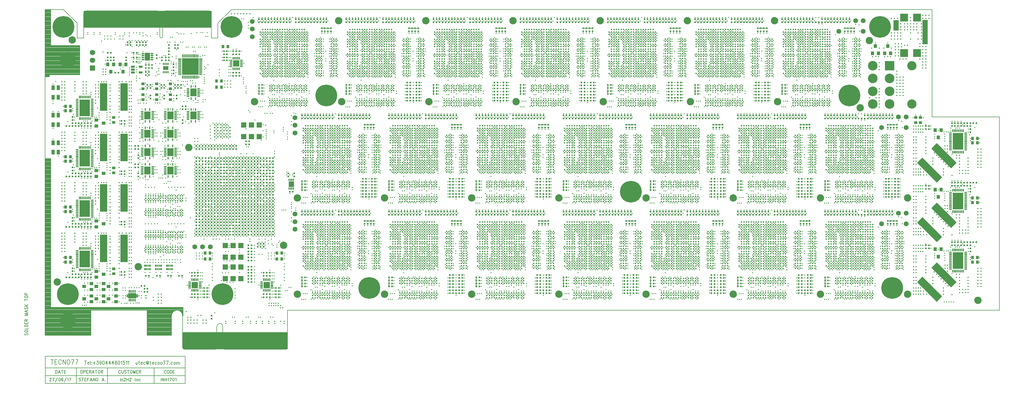
<source format=gbr>
%FSLAX35Y35*%
%MOIN*%
%SFA1.000B1.000*%

G04 Copyright (c) 2015-2018 in2H2 inc.
G04 System developed for in2H2 inc. by Intermotion Technology, Inc.
G04 
G04 Full system RTL, C sources and board design files available at https://github.com/nearist
G04 
G04 in2H2 inc. Team Members:
G04 - Chris McCormick - Algorithm Research and Design
G04 - Matt McCormick - Board Production, System Q/A
G04 
G04 Intermotion Technology Inc. Team Members:
G04 - Mick Fandrich - Project Lead
G04 - Dr. Ludovico Minati - Board Architecture and Design, FPGA Technology Advisor
G04 - Vardan Movsisyan - RTL Team Lead
G04 - Khachatur Gyozalyan - RTL Design
G04 - Tigran Papazyan - RTL Design
G04 - Taron Harutyunyan - RTL Design
G04 - Hayk Ghaltaghchyan - System Software
G04 
G04 Tecno77 S.r.l. Team Members:
G04 - Stefano Aldrigo, Board Layout Design
G04 
G04 We dedicate this project to the memory of Bruce McCormick, an AI pioneer
G04 and advocate, a good friend and father.
G04 
G04 These materials are provided free of charge: you can redistribute them and/or modify  
G04 them under the terms of the GNU General Public License as published by  
G04 the Free Software Foundation, version 3.
G04 
G04 These materials are distributed in the hope that they will be useful, but 
G04 WITHOUT ANY WARRANTY; without even the implied warranty of 
G04 MERCHANTABILITY or FITNESS FOR A PARTICULAR PURPOSE. See the GNU 
G04 General Public License for more details.
G04 In particular, this design should be treated as UNVERIFIED and UNCERTIFIED
G04 
G04 You should have received a copy of the GNU General Public License 
G04 along with this design. If not, see <http://www.gnu.org/licenses/>.

%FSLAX35Y35*%
%MOIN*%
%SFA1.000B1.000*%

%MIA0B0*%
%IPPOS*%
%ADD11C,0.00800*%
%ADD26C,0.01000*%
%ADD57R,0.02400X0.17500*%
%ADD68C,0.00787*%
%ADD77C,0.00700*%
%ADD118R,0.02369X0.02369*%
%ADD119C,0.01975*%
%ADD120C,0.01896*%
%ADD121C,0.20400*%
%ADD122R,0.03400X0.04400*%
%ADD123R,0.12400X0.12400*%
%ADD124C,0.12400*%
%ADD125C,0.11900*%
%ADD126R,0.06900X0.06900*%
%ADD127C,0.06900*%
%ADD128R,0.02400X0.02400*%
%ADD129R,0.09770X0.35833*%
%ADD130R,0.04731X0.04337*%
%ADD131R,0.04337X0.04731*%
%ADD132R,0.04400X0.03400*%
%ADD133R,0.01502X0.03746*%
%ADD134R,0.03746X0.01502*%
%ADD135R,0.08471X0.10439*%
%ADD136R,0.01660X0.02880*%
%ADD137R,0.06542X0.04573*%
%ADD138R,0.01581X0.03156*%
%ADD139R,0.06817X0.07290*%
%ADD140O,0.04337X0.01581*%
%ADD141O,0.01581X0.04337*%
%ADD142R,0.21660X0.21660*%
%ADD143R,0.04534X0.03156*%
%ADD144R,0.00794X0.00794*%
%ADD145R,0.06896X0.09849*%
%ADD146O,0.03746X0.01581*%
%ADD147O,0.01581X0.03746*%
%ADD148R,0.13392X0.21266*%
%ADD149R,0.01306X0.03550*%
%ADD150R,0.03550X0.01306*%
%ADD151R,0.08471X0.08471*%
%ADD152R,0.03943X0.06306*%
%ADD153R,0.10243X0.10243*%
%ADD154R,0.06699X0.31502*%
%ADD155R,0.06699X0.13786*%
%ADD156C,0.06306*%
%ADD157C,0.02369*%
%ADD158R,0.02172X0.03156*%
%ADD159R,0.01306X0.03746*%
%ADD160R,0.09849X0.06896*%
%ADD161R,0.06699X0.06699*%
%ADD162C,0.04400*%
%ADD163C,0.27959*%
%ADD164C,0.01387*%
%ADD165R,0.01581X0.15754*%
%ADD166C,0.01781*%
%ADD167C,0.01387*%
%LNsoldermasktop.g*%
%LPD*%
G54D57*X308661Y523074D03*X304724D03*X300787D03*X296850D03*X292913D03*X288976D03*X285039D03*X281102D03*X277165D03*X273228D03*X269291D03*X265354D03*X261417D03*X257480D03*X253543D03*X245669D03*X241732D03*X237795D03*X233858D03*X229921D03*X225984D03*X222047D03*X218110D03*X214173D03*X210236D03*X206299D03*X202362D03*X198425D03*X194488D03*X190551D03*X186614D03*X182677D03*X178740D03*X174803D03*X170866D03*X166929D03*X162992D03*X159055D03*X155118D03*G54D118*X391339Y521260D03*Y525197D03*X379528Y521260D03*Y525197D03*X387402Y521260D03*Y525197D03*X430709Y521260D03*Y525197D03*X458268Y521260D03*Y525197D03*X426772Y521260D03*Y525197D03*X375591Y521260D03*Y525197D03*X462205Y521260D03*Y525197D03*X399213Y521260D03*Y525197D03*X454331Y521260D03*Y525197D03*X407087Y521260D03*Y525197D03*X438583Y521260D03*Y525197D03*X446457Y521260D03*Y525197D03*X395276Y521260D03*Y525197D03*X403150Y521260D03*Y525197D03*X411024Y521260D03*Y525197D03*X442520Y521260D03*Y525197D03*X450394Y521260D03*Y525197D03*X460236Y509449D03*Y513386D03*X464173Y509449D03*Y513386D03*X379528Y432677D03*X375591D03*X379528Y436614D03*X375591D03*X456299Y509449D03*Y513386D03*X379528Y440551D03*X375591D03*X379528Y428740D03*X375591D03*X468110Y509449D03*Y513386D03*X434646Y521260D03*Y525197D03*X383465Y521260D03*Y525197D03*X422835Y521260D03*Y525197D03*X414961D03*Y521260D03*X446457Y397244D03*Y401181D03*X434646Y397244D03*Y401181D03*X442520Y397244D03*Y401181D03*X485827Y397244D03*Y401181D03*X513386Y397244D03*Y401181D03*X481890Y397244D03*Y401181D03*X430709Y397244D03*Y401181D03*X517323Y397244D03*Y401181D03*X454331Y397244D03*Y401181D03*X509449Y397244D03*Y401181D03*X462205Y397244D03*Y401181D03*X493701Y397244D03*Y401181D03*X501575Y397244D03*Y401181D03*X450394Y397244D03*Y401181D03*X458268Y397244D03*Y401181D03*X466142Y397244D03*Y401181D03*X497638Y397244D03*Y401181D03*X505512Y397244D03*Y401181D03*X515354Y385433D03*Y389370D03*X519291Y385433D03*Y389370D03*X434646Y308661D03*X430709D03*X434646Y312598D03*X430709D03*X511417Y385433D03*Y389370D03*X434646Y316535D03*X430709D03*X434646Y304724D03*X430709D03*X523228Y385433D03*Y389370D03*X489764Y397244D03*Y401181D03*X438583Y397244D03*Y401181D03*X477953Y397244D03*Y401181D03*X470079D03*Y397244D03*X446457Y273228D03*Y277165D03*X434646Y273228D03*Y277165D03*X442520Y273228D03*Y277165D03*X485827Y273228D03*Y277165D03*X513386Y273228D03*Y277165D03*X481890Y273228D03*Y277165D03*X430709Y273228D03*Y277165D03*X517323Y273228D03*Y277165D03*X454331Y273228D03*Y277165D03*X509449Y273228D03*Y277165D03*X462205Y273228D03*Y277165D03*X493701Y273228D03*Y277165D03*X501575Y273228D03*Y277165D03*X450394Y273228D03*Y277165D03*X458268Y273228D03*Y277165D03*X466142Y273228D03*Y277165D03*X497638Y273228D03*Y277165D03*X505512Y273228D03*Y277165D03*X515354Y261417D03*Y265354D03*X519291Y261417D03*Y265354D03*X434646Y184646D03*X430709D03*X434646Y188583D03*X430709D03*X511417Y261417D03*Y265354D03*X434646Y192520D03*X430709D03*X434646Y180709D03*X430709D03*X523228Y261417D03*Y265354D03*X489764Y273228D03*Y277165D03*X438583Y273228D03*Y277165D03*X477953Y273228D03*Y277165D03*X470079D03*Y273228D03*X503543Y521260D03*Y525197D03*X491732Y521260D03*Y525197D03*X499606Y521260D03*Y525197D03*X542913Y521260D03*Y525197D03*X570472Y521260D03*Y525197D03*X538976Y521260D03*Y525197D03*X487795Y521260D03*Y525197D03*X574409Y521260D03*Y525197D03*X511417Y521260D03*Y525197D03*X566535Y521260D03*Y525197D03*X519291Y521260D03*Y525197D03*X550787Y521260D03*Y525197D03*X558661Y521260D03*Y525197D03*X507480Y521260D03*Y525197D03*X515354Y521260D03*Y525197D03*X523228Y521260D03*Y525197D03*X554724Y521260D03*Y525197D03*X562598Y521260D03*Y525197D03*X546850Y521260D03*Y525197D03*X495669Y521260D03*Y525197D03*X535039Y521260D03*Y525197D03*X527165D03*Y521260D03*X558661Y397244D03*Y401181D03*X546850Y397244D03*Y401181D03*X554724Y397244D03*Y401181D03*X598031Y397244D03*Y401181D03*X625591Y397244D03*Y401181D03*X542913Y397244D03*Y401181D03*X629528Y397244D03*Y401181D03*X566535Y397244D03*Y401181D03*X621654Y397244D03*Y401181D03*X574409Y397244D03*Y401181D03*X605906Y397244D03*Y401181D03*X613780Y397244D03*Y401181D03*X562598Y397244D03*Y401181D03*X570472Y397244D03*Y401181D03*X578346Y397244D03*Y401181D03*X609843Y397244D03*Y401181D03*X617717Y397244D03*Y401181D03*X601969Y397244D03*Y401181D03*X550787Y397244D03*Y401181D03*X590157Y397244D03*Y401181D03*X582283D03*Y397244D03*X558661Y273228D03*Y277165D03*X546850Y273228D03*Y277165D03*X554724Y273228D03*Y277165D03*X598031Y273228D03*Y277165D03*X625591Y273228D03*Y277165D03*X594094Y273228D03*Y277165D03*X542913Y273228D03*Y277165D03*X629528Y273228D03*Y277165D03*X566535Y273228D03*Y277165D03*X621654Y273228D03*Y277165D03*X574409Y273228D03*Y277165D03*X605906Y273228D03*Y277165D03*X613780Y273228D03*Y277165D03*X562598Y273228D03*Y277165D03*X570472Y273228D03*Y277165D03*X578346Y273228D03*Y277165D03*X609843Y273228D03*Y277165D03*X617717Y273228D03*Y277165D03*X601969Y273228D03*Y277165D03*X550787Y273228D03*Y277165D03*X590157Y273228D03*Y277165D03*X582283D03*Y273228D03*X615748Y521260D03*Y525197D03*X603937Y521260D03*Y525197D03*X611811Y521260D03*Y525197D03*X655118Y521260D03*Y525197D03*X682677Y521260D03*Y525197D03*X651181Y521260D03*Y525197D03*X600000Y521260D03*Y525197D03*X686614Y521260D03*Y525197D03*X623622Y521260D03*Y525197D03*X678740Y521260D03*Y525197D03*X631496Y521260D03*Y525197D03*X662992Y521260D03*Y525197D03*X670866Y521260D03*Y525197D03*X619685Y521260D03*Y525197D03*X627559Y521260D03*Y525197D03*X635433Y521260D03*Y525197D03*X666929Y521260D03*Y525197D03*X674803Y521260D03*Y525197D03*X659055Y521260D03*Y525197D03*X607874Y521260D03*Y525197D03*X647244Y521260D03*Y525197D03*X639370D03*Y521260D03*X670866Y397244D03*Y401181D03*X659055Y397244D03*Y401181D03*X666929Y397244D03*Y401181D03*X710236Y397244D03*Y401181D03*X737795Y397244D03*Y401181D03*X706299Y397244D03*Y401181D03*X655118Y397244D03*Y401181D03*X741732Y397244D03*Y401181D03*X678740Y397244D03*Y401181D03*X733858Y397244D03*Y401181D03*X686614Y397244D03*Y401181D03*X718110Y397244D03*Y401181D03*X725984Y397244D03*Y401181D03*X674803Y397244D03*Y401181D03*X682677Y397244D03*Y401181D03*X690551Y397244D03*Y401181D03*X722047Y397244D03*Y401181D03*X729921Y397244D03*Y401181D03*X714173Y397244D03*Y401181D03*X662992Y397244D03*Y401181D03*X702362Y397244D03*Y401181D03*X694488D03*Y397244D03*X670866Y273228D03*Y277165D03*X659055Y273228D03*Y277165D03*X666929Y273228D03*Y277165D03*X710236Y273228D03*Y277165D03*X737795Y273228D03*Y277165D03*X655118Y273228D03*Y277165D03*X741732Y273228D03*Y277165D03*X678740Y273228D03*Y277165D03*X733858Y273228D03*Y277165D03*X686614Y273228D03*Y277165D03*X718110Y273228D03*Y277165D03*X725984Y273228D03*Y277165D03*X674803Y273228D03*Y277165D03*X682677Y273228D03*Y277165D03*X690551Y273228D03*Y277165D03*X722047Y273228D03*Y277165D03*X729921Y273228D03*Y277165D03*X714173Y273228D03*Y277165D03*X662992Y273228D03*Y277165D03*X702362Y273228D03*Y277165D03*X694488D03*Y273228D03*X727953Y521260D03*Y525197D03*X716142Y521260D03*Y525197D03*X724016Y521260D03*Y525197D03*X767323Y521260D03*Y525197D03*X794882Y521260D03*Y525197D03*X763386Y521260D03*Y525197D03*X712205Y521260D03*Y525197D03*X798819Y521260D03*Y525197D03*X735827Y521260D03*Y525197D03*X790945Y521260D03*Y525197D03*X743701Y521260D03*Y525197D03*X775197Y521260D03*Y525197D03*X783071Y521260D03*Y525197D03*X731890Y521260D03*Y525197D03*X739764Y521260D03*Y525197D03*X747638Y521260D03*Y525197D03*X779134Y521260D03*Y525197D03*X787008Y521260D03*Y525197D03*X771260Y521260D03*Y525197D03*X720079Y521260D03*Y525197D03*X759449Y521260D03*Y525197D03*X751575D03*Y521260D03*X783071Y397244D03*Y401181D03*X771260Y397244D03*Y401181D03*X779134Y397244D03*Y401181D03*X822441Y397244D03*Y401181D03*X850000Y397244D03*Y401181D03*X818504Y397244D03*Y401181D03*X767323Y397244D03*Y401181D03*X853937Y397244D03*Y401181D03*X790945Y397244D03*Y401181D03*X846063Y397244D03*Y401181D03*X798819Y397244D03*Y401181D03*X830315Y397244D03*Y401181D03*X838189Y397244D03*Y401181D03*X787008Y397244D03*Y401181D03*X794882Y397244D03*Y401181D03*X802756Y397244D03*Y401181D03*X834252Y397244D03*Y401181D03*X842126Y397244D03*Y401181D03*X594094Y397244D03*Y401181D03*X826378Y397244D03*Y401181D03*X775197Y397244D03*Y401181D03*X814567Y397244D03*Y401181D03*X806693D03*Y397244D03*X783071Y273228D03*Y277165D03*X771260Y273228D03*Y277165D03*X779134Y273228D03*Y277165D03*X822441Y273228D03*Y277165D03*X850000Y273228D03*Y277165D03*X818504Y273228D03*Y277165D03*X767323Y273228D03*Y277165D03*X853937Y273228D03*Y277165D03*X790945Y273228D03*Y277165D03*X846063Y273228D03*Y277165D03*X798819Y273228D03*Y277165D03*X830315Y273228D03*Y277165D03*X838189Y273228D03*Y277165D03*X787008Y273228D03*Y277165D03*X794882Y273228D03*Y277165D03*X802756Y273228D03*Y277165D03*X834252Y273228D03*Y277165D03*X842126Y273228D03*Y277165D03*X826378Y273228D03*Y277165D03*X775197Y273228D03*Y277165D03*X814567Y273228D03*Y277165D03*X806693D03*Y273228D03*X840157Y521260D03*Y525197D03*X828346Y521260D03*Y525197D03*X836220Y521260D03*Y525197D03*X879528Y521260D03*Y525197D03*X907087Y521260D03*Y525197D03*X875591Y521260D03*Y525197D03*X824409Y521260D03*Y525197D03*X911024Y521260D03*Y525197D03*X848031Y521260D03*Y525197D03*X903150Y521260D03*Y525197D03*X855906Y521260D03*Y525197D03*X887402Y521260D03*Y525197D03*X895276Y521260D03*Y525197D03*X844094Y521260D03*Y525197D03*X851969Y521260D03*Y525197D03*X859843Y521260D03*Y525197D03*X891339Y521260D03*Y525197D03*X899213Y521260D03*Y525197D03*X883465Y521260D03*Y525197D03*X832283Y521260D03*Y525197D03*X871654Y521260D03*Y525197D03*X863780D03*Y521260D03*X895276Y397244D03*Y401181D03*X883465Y397244D03*Y401181D03*X891339Y397244D03*Y401181D03*X934646Y397244D03*Y401181D03*X962205Y397244D03*Y401181D03*X930709Y397244D03*Y401181D03*X879528Y397244D03*Y401181D03*X966142Y397244D03*Y401181D03*X903150Y397244D03*Y401181D03*X958268Y397244D03*Y401181D03*X911024Y397244D03*Y401181D03*X942520Y397244D03*Y401181D03*X950394Y397244D03*Y401181D03*X899213Y397244D03*Y401181D03*X907087Y397244D03*Y401181D03*X914961Y397244D03*Y401181D03*X946457Y397244D03*Y401181D03*X954331Y397244D03*Y401181D03*X938583Y397244D03*Y401181D03*X887402Y397244D03*Y401181D03*X926772Y397244D03*Y401181D03*X918898D03*Y397244D03*X895276Y273228D03*Y277165D03*X883465Y273228D03*Y277165D03*X891339Y273228D03*Y277165D03*X934646Y273228D03*Y277165D03*X962205Y273228D03*Y277165D03*X930709Y273228D03*Y277165D03*X879528Y273228D03*Y277165D03*X966142Y273228D03*Y277165D03*X903150Y273228D03*Y277165D03*X958268Y273228D03*Y277165D03*X911024Y273228D03*Y277165D03*X942520Y273228D03*Y277165D03*X950394Y273228D03*Y277165D03*X899213Y273228D03*Y277165D03*X907087Y273228D03*Y277165D03*X914961Y273228D03*Y277165D03*X946457Y273228D03*Y277165D03*X954331Y273228D03*Y277165D03*X706299Y273228D03*Y277165D03*X938583Y273228D03*Y277165D03*X887402Y273228D03*Y277165D03*X926772Y273228D03*Y277165D03*X918898D03*Y273228D03*X952362Y521260D03*Y525197D03*X940551Y521260D03*Y525197D03*X948425Y521260D03*Y525197D03*X991732Y521260D03*Y525197D03*X1019291Y521260D03*Y525197D03*X987795Y521260D03*Y525197D03*X936614Y521260D03*Y525197D03*X1023228Y521260D03*Y525197D03*X960236Y521260D03*Y525197D03*X1015354Y521260D03*Y525197D03*X968110Y521260D03*Y525197D03*X999606Y521260D03*Y525197D03*X1007480Y521260D03*Y525197D03*X956299Y521260D03*Y525197D03*X964173Y521260D03*Y525197D03*X972047Y521260D03*Y525197D03*X1003543Y521260D03*Y525197D03*X1011417Y521260D03*Y525197D03*X995669Y521260D03*Y525197D03*X944488Y521260D03*Y525197D03*X983858Y521260D03*Y525197D03*X975984D03*Y521260D03*X1007480Y397244D03*Y401181D03*X995669Y397244D03*Y401181D03*X1003543Y397244D03*Y401181D03*X1046850Y397244D03*Y401181D03*X1074409Y397244D03*Y401181D03*X1042913Y397244D03*Y401181D03*X991732Y397244D03*Y401181D03*X1078346Y397244D03*Y401181D03*X1015354Y397244D03*Y401181D03*X1070472Y397244D03*Y401181D03*X1023228Y397244D03*Y401181D03*X1054724Y397244D03*Y401181D03*X1062598Y397244D03*Y401181D03*X1011417Y397244D03*Y401181D03*X1019291Y397244D03*Y401181D03*X1027165Y397244D03*Y401181D03*X1058661Y397244D03*Y401181D03*X1066535Y397244D03*Y401181D03*X1050787Y397244D03*Y401181D03*X999606Y397244D03*Y401181D03*X1038976Y397244D03*Y401181D03*X1031102D03*Y397244D03*X1007480Y273228D03*Y277165D03*X995669Y273228D03*Y277165D03*X1003543Y273228D03*Y277165D03*X1046850Y273228D03*Y277165D03*X1074409Y273228D03*Y277165D03*X1042913Y273228D03*Y277165D03*X991732Y273228D03*Y277165D03*X1078346Y273228D03*Y277165D03*X1015354Y273228D03*Y277165D03*X1070472Y273228D03*Y277165D03*X1023228Y273228D03*Y277165D03*X1054724Y273228D03*Y277165D03*X1062598Y273228D03*Y277165D03*X1011417Y273228D03*Y277165D03*X1019291Y273228D03*Y277165D03*X1027165Y273228D03*Y277165D03*X1058661Y273228D03*Y277165D03*X1066535Y273228D03*Y277165D03*X1050787Y273228D03*Y277165D03*X999606Y273228D03*Y277165D03*X1038976Y273228D03*Y277165D03*X1031102D03*Y273228D03*X1064567Y521260D03*Y525197D03*X1052756Y521260D03*Y525197D03*X1060630Y521260D03*Y525197D03*X1103937Y521260D03*Y525197D03*X1131496Y521260D03*Y525197D03*X1048819Y521260D03*Y525197D03*X1135433Y521260D03*Y525197D03*X1072441Y521260D03*Y525197D03*X1127559Y521260D03*Y525197D03*X1080315Y521260D03*Y525197D03*X1111811Y521260D03*Y525197D03*X1119685Y521260D03*Y525197D03*X1068504Y521260D03*Y525197D03*X1076378Y521260D03*Y525197D03*X1084252Y521260D03*Y525197D03*X1115748Y521260D03*Y525197D03*X1123622Y521260D03*Y525197D03*X1133465Y509449D03*Y513386D03*X1137402Y509449D03*Y513386D03*X1052756Y432677D03*X1048819D03*X1052756Y436614D03*X1048819D03*X1129528Y509449D03*Y513386D03*X1052756Y440551D03*X1048819D03*X1052756Y428740D03*X1048819D03*X1141339Y509449D03*Y513386D03*X1107874Y521260D03*Y525197D03*X1056693Y521260D03*Y525197D03*X1088189D03*Y521260D03*X1119685Y397244D03*Y401181D03*X1107874Y397244D03*Y401181D03*X1115748Y397244D03*Y401181D03*X1159055Y397244D03*Y401181D03*X1186614Y397244D03*Y401181D03*X1103937Y397244D03*Y401181D03*X1190551Y397244D03*Y401181D03*X1127559Y397244D03*Y401181D03*X1182677Y397244D03*Y401181D03*X1135433Y397244D03*Y401181D03*X1166929Y397244D03*Y401181D03*X1174803Y397244D03*Y401181D03*X1123622Y397244D03*Y401181D03*X1131496Y397244D03*Y401181D03*X1139370Y397244D03*Y401181D03*X1170866Y397244D03*Y401181D03*X1178740Y397244D03*Y401181D03*X1188583Y385433D03*Y389370D03*X1192520Y385433D03*Y389370D03*X1107874Y308661D03*X1103937D03*X1107874Y312598D03*X1103937D03*X1184646Y385433D03*Y389370D03*X1107874Y316535D03*X1103937D03*X1107874Y304724D03*X1103937D03*X1196457Y385433D03*Y389370D03*X1162992Y397244D03*Y401181D03*X1111811Y397244D03*Y401181D03*X1143307D03*Y397244D03*X1119685Y273228D03*Y277165D03*X1107874Y273228D03*Y277165D03*X1115748Y273228D03*Y277165D03*X1159055Y273228D03*Y277165D03*X1186614Y273228D03*Y277165D03*X1103937Y273228D03*Y277165D03*X1190551Y273228D03*Y277165D03*X1127559Y273228D03*Y277165D03*X1182677Y273228D03*Y277165D03*X1135433Y273228D03*Y277165D03*X1166929Y273228D03*Y277165D03*X1174803Y273228D03*Y277165D03*X1123622Y273228D03*Y277165D03*X1131496Y273228D03*Y277165D03*X1139370Y273228D03*Y277165D03*X1170866Y273228D03*Y277165D03*X1178740Y273228D03*Y277165D03*X1188583Y261417D03*Y265354D03*X1192520Y261417D03*Y265354D03*X1107874Y184646D03*X1103937D03*X1107874Y188583D03*X1103937D03*X1184646Y261417D03*Y265354D03*X1107874Y192520D03*X1103937D03*X1107874Y180709D03*X1103937D03*X1196457Y261417D03*Y265354D03*X1162992Y273228D03*Y277165D03*X1111811Y273228D03*Y277165D03*X1143307D03*Y273228D03*X1290945Y302756D03*Y306693D03*X1287008Y314567D03*Y310630D03*X1283071D03*X1279134D03*X135433Y334252D03*Y330315D03*X139370Y322441D03*Y326378D03*X143307D03*X147244D03*X135433Y204331D03*Y200394D03*X143307Y196457D03*X147244D03*X139370Y192520D03*Y196457D03*X1290945Y225984D03*Y229921D03*X1287008Y237795D03*Y233858D03*X1283071D03*X1279134D03*X250591Y472047D03*Y475984D03*X418898Y302756D03*X414961D03*X265354Y463189D03*Y467126D03*Y459252D03*Y455315D03*X294882Y357874D03*Y361811D03*X298819Y357874D03*Y361811D03*X302756Y357874D03*Y361811D03*X306693Y357874D03*Y361811D03*X310630Y357874D03*Y361811D03*X314567Y357874D03*Y361811D03*X318504Y357874D03*Y361811D03*X322441Y357874D03*Y361811D03*X217618Y470079D03*X213681D03*X218110Y475984D03*X214173D03*X218110Y481890D03*X214173D03*X361811Y202362D03*X365748D03*X361811Y198425D03*X365748D03*X361811Y194488D03*X365748D03*X326378Y357874D03*Y361811D03*X330315Y357874D03*Y361811D03*X334252Y357874D03*Y361811D03*X338189Y357874D03*Y361811D03*X342126Y357874D03*Y361811D03*X361811Y186614D03*X365748D03*X377559Y235827D03*Y231890D03*X361811Y190551D03*X365748D03*X381496Y235827D03*Y231890D03*X361811Y229921D03*X365748D03*X361811Y222047D03*X365748D03*X373622Y235827D03*Y231890D03*X361811Y225984D03*X365748D03*X361811Y218110D03*X365748D03*X361811Y214173D03*X365748D03*X292913Y198425D03*Y194488D03*X385433Y198425D03*Y194488D03*X288976Y170866D03*Y166929D03*X381496Y170866D03*Y166929D03*X304724D03*X308661D03*X304724Y170866D03*X308661D03*X304724Y174803D03*X308661D03*X304724Y178740D03*X308661D03*X397244Y166929D03*X401181D03*X397244Y170866D03*X401181D03*X397244Y174803D03*X401181D03*X397244Y178740D03*X401181D03*X346063Y452362D03*Y456299D03*X350000Y479921D03*Y483858D03*X334252D03*X330315D03*X334252Y479921D03*X330315D03*X334252Y475984D03*X330315D03*X334252Y472047D03*X330315D03*X362795Y367717D03*Y363780D03*X358858Y367717D03*Y363780D03*X346063Y361811D03*Y357874D03*X135433Y399213D03*Y395276D03*X180709Y472047D03*X184646D03*X139370Y387402D03*Y391339D03*X143307D03*X147244D03*X1290945Y379528D03*Y383465D03*X1283071Y387402D03*X1279134D03*X1287008Y391339D03*Y387402D03*X135433Y269291D03*Y265354D03*X143307Y261417D03*X147244D03*X139370Y257480D03*Y261417D03*X198425Y394291D03*X202362D03*X198425Y390354D03*X202362D03*X127559Y387402D03*X131496D03*X135433D03*Y391339D03*X147244Y387402D03*X143307D03*X151181D03*Y391339D03*X155118Y387402D03*Y391339D03*X159055D03*Y387402D03*X1237795Y383465D03*X1233858D03*X1237795Y387402D03*X1233858D03*X1298819Y391339D03*X1294882D03*X1290945D03*Y387402D03*X1279134Y391339D03*X1283071D03*X1275197D03*Y387402D03*X1271260Y391339D03*Y387402D03*X1267323D03*Y391339D03*X198425Y264370D03*X202362D03*X198425Y260433D03*X202362D03*X127559Y257480D03*X131496D03*X135433D03*Y261417D03*X147244Y257480D03*X143307D03*X151181D03*Y261417D03*X155118Y257480D03*Y261417D03*X159055D03*Y257480D03*X1237795Y306693D03*X1233858D03*X1237795Y310630D03*X1233858D03*X1298819Y314567D03*X1294882D03*X1290945D03*Y310630D03*X1279134Y314567D03*X1283071D03*X1275197D03*Y310630D03*X1271260Y314567D03*Y310630D03*X1267323D03*Y314567D03*X198425Y329331D03*X202362D03*X198425Y325394D03*X202362D03*X127559Y322441D03*X131496D03*X135433D03*Y326378D03*X151181Y322441D03*Y326378D03*X147244Y322441D03*X143307D03*X155118D03*Y326378D03*X159055D03*Y322441D03*X198425Y199409D03*X202362D03*X198425Y195472D03*X202362D03*X135433Y192520D03*Y196457D03*X127559Y192520D03*X131496D03*X147244D03*X143307D03*X151181D03*Y196457D03*X155118Y192520D03*Y196457D03*X159055D03*Y192520D03*X1237795Y233858D03*X1233858D03*X1237795Y229921D03*X1233858D03*X1298819Y237795D03*X1294882D03*X1290945D03*Y233858D03*X1279134Y237795D03*X1283071D03*X1275197D03*Y233858D03*X1271260Y237795D03*Y233858D03*X1267323D03*Y237795D03*X296850Y194488D03*Y198425D03*X292913Y170866D03*X296850D03*X389370Y194488D03*Y198425D03*X385433Y170866D03*X389370D03*X292913Y166929D03*X296850D03*X385433D03*X389370D03*X288976Y194488D03*Y198425D03*X381496Y194488D03*Y198425D03*X342126Y456299D03*Y452362D03*X346063Y479921D03*X342126D03*X346063Y483858D03*X342126D03*X350000Y456299D03*Y452362D03*X229921Y495669D03*Y491732D03*X225984Y495669D03*Y491732D03*X218110Y495669D03*Y491732D03*X210236Y495669D03*Y491732D03*X222047D03*Y495669D03*X206299Y491732D03*Y495669D03*X269291Y426772D03*Y422835D03*X184646Y481890D03*X180709D03*X188583Y475984D03*Y472047D03*X180709Y475984D03*X184646D03*X194488Y456299D03*X190551D03*X204331Y472047D03*Y475984D03*X420866Y322441D03*Y326378D03*X412992Y322441D03*Y326378D03*X255512Y472047D03*Y475984D03*X259449Y472047D03*Y475984D03*X271260Y487795D03*Y491732D03*X231890Y440551D03*Y436614D03*X249606Y440551D03*Y436614D03*X267323Y440551D03*Y436614D03*X235827Y426772D03*Y422835D03*X253543Y426772D03*Y422835D03*X235827Y440551D03*Y436614D03*X253543Y440551D03*Y436614D03*X271260Y440551D03*Y436614D03*X237795Y466142D03*Y462205D03*X233858Y466142D03*Y462205D03*X229921Y466142D03*Y462205D03*X243701Y478937D03*Y475000D03*X1100000Y521260D03*Y525197D03*X1155118Y397244D03*Y401181D03*Y273228D03*Y277165D03*X1096063Y521260D03*X1092126D03*X1151181Y397244D03*X1147244D03*X1151181Y273228D03*X1147244D03*X509055Y319685D03*X512992D03*X509055Y315748D03*X512992D03*X509055Y311811D03*X512992D03*X509055Y307874D03*X512992D03*X509055Y303937D03*X512992D03*X509055Y296063D03*Y300000D03*X512992Y296063D03*Y300000D03*X516929Y296063D03*Y300000D03*X520866Y296063D03*Y300000D03*X524803Y296063D03*Y300000D03*Y319685D03*X520866D03*X524803Y315748D03*X520866D03*X524803Y311811D03*X520866D03*X524803Y307874D03*X520866D03*X524803Y303937D03*X520866D03*X1182283Y319685D03*X1186220D03*X1182283Y315748D03*X1186220D03*X1182283Y311811D03*X1186220D03*X1182283Y307874D03*X1186220D03*X1182283Y303937D03*X1186220D03*X1182283Y296063D03*Y300000D03*X1186220Y296063D03*Y300000D03*X1190157Y296063D03*Y300000D03*X1194094Y296063D03*Y300000D03*X1198031Y296063D03*Y300000D03*Y319685D03*X1194094D03*X1198031Y315748D03*X1194094D03*X1198031Y311811D03*X1194094D03*X1198031Y307874D03*X1194094D03*X1198031Y303937D03*X1194094D03*X491732Y432677D03*X487795D03*X491732Y436614D03*X487795D03*X491732Y440551D03*X487795D03*X491732Y428740D03*X487795D03*X572441Y509449D03*Y513386D03*X576378Y509449D03*Y513386D03*X568504Y509449D03*Y513386D03*X580315Y509449D03*Y513386D03*X566142Y443701D03*X570079D03*X566142Y439764D03*X570079D03*X566142Y435827D03*X570079D03*X566142Y431890D03*X570079D03*X566142Y427953D03*X570079D03*X566142Y420079D03*Y424016D03*X570079Y420079D03*Y424016D03*X574016Y420079D03*Y424016D03*X577953Y420079D03*Y424016D03*X581890Y420079D03*Y424016D03*Y443701D03*X577953D03*X581890Y439764D03*X577953D03*X581890Y435827D03*X577953D03*X581890Y431890D03*X577953D03*X581890Y427953D03*X577953D03*X603937Y432677D03*X600000D03*X603937Y436614D03*X600000D03*X603937Y440551D03*X600000D03*X603937Y428740D03*X600000D03*X678346Y443701D03*X682283D03*X678346Y439764D03*X682283D03*X678346Y435827D03*X682283D03*X678346Y431890D03*X682283D03*X678346Y427953D03*X682283D03*X678346Y420079D03*Y424016D03*X682283Y420079D03*Y424016D03*X686220Y420079D03*Y424016D03*X690157Y420079D03*Y424016D03*X694094Y420079D03*Y424016D03*Y443701D03*X690157D03*X694094Y439764D03*X690157D03*X694094Y435827D03*X690157D03*X694094Y431890D03*X690157D03*X694094Y427953D03*X690157D03*X684646Y509449D03*Y513386D03*X688583Y509449D03*Y513386D03*X680709Y509449D03*Y513386D03*X692520Y509449D03*Y513386D03*X716142Y432677D03*X712205D03*X716142Y436614D03*X712205D03*X716142Y440551D03*X712205D03*X716142Y428740D03*X712205D03*X828346Y432677D03*X824409D03*X828346Y436614D03*X824409D03*X828346Y440551D03*X824409D03*X828346Y428740D03*X824409D03*X790551Y443701D03*X794488D03*X790551Y439764D03*X794488D03*X790551Y435827D03*X794488D03*X790551Y431890D03*X794488D03*X806299Y443701D03*X802362D03*X806299Y439764D03*X802362D03*X806299Y435827D03*X802362D03*X806299Y431890D03*X802362D03*X902756Y443701D03*X906693D03*X902756Y439764D03*X906693D03*X902756Y435827D03*X906693D03*X902756Y431890D03*X906693D03*X918504Y443701D03*X914567D03*X918504Y439764D03*X914567D03*X918504Y435827D03*X914567D03*X918504Y431890D03*X914567D03*X790551Y427953D03*X794488D03*X790551Y420079D03*Y424016D03*X794488Y420079D03*Y424016D03*X798425Y420079D03*Y424016D03*X802362Y420079D03*Y424016D03*X806299Y420079D03*Y424016D03*Y427953D03*X802362D03*X902756D03*X906693D03*X902756Y420079D03*Y424016D03*X906693Y420079D03*Y424016D03*X910630Y420079D03*Y424016D03*X914567Y420079D03*Y424016D03*X918504Y420079D03*Y424016D03*Y427953D03*X914567D03*X796850Y509449D03*Y513386D03*X800787Y509449D03*Y513386D03*X792913Y509449D03*Y513386D03*X804724Y509449D03*Y513386D03*X909055Y509449D03*Y513386D03*X912992Y509449D03*Y513386D03*X905118Y509449D03*Y513386D03*X916929Y509449D03*Y513386D03*X1021260Y509449D03*Y513386D03*X1025197Y509449D03*Y513386D03*X1017323Y509449D03*Y513386D03*X1029134Y509449D03*Y513386D03*X1014961Y443701D03*X1018898D03*X1014961Y439764D03*X1018898D03*X1014961Y435827D03*X1018898D03*X1014961Y431890D03*X1018898D03*X1014961Y427953D03*X1018898D03*X1014961Y420079D03*Y424016D03*X1018898Y420079D03*Y424016D03*X1022835Y420079D03*Y424016D03*X1026772Y420079D03*Y424016D03*X1030709Y420079D03*Y424016D03*Y443701D03*X1026772D03*X1030709Y439764D03*X1026772D03*X1030709Y435827D03*X1026772D03*X1030709Y431890D03*X1026772D03*X1030709Y427953D03*X1026772D03*X940551Y432677D03*X936614D03*X940551Y436614D03*X936614D03*X940551Y440551D03*X936614D03*X940551Y428740D03*X936614D03*X546850Y308661D03*X542913D03*X546850Y312598D03*X542913D03*X546850Y316535D03*X542913D03*X546850Y304724D03*X542913D03*X659055Y308661D03*X655118D03*X659055Y312598D03*X655118D03*X659055Y316535D03*X655118D03*X659055Y304724D03*X655118D03*X771260Y308661D03*X767323D03*X771260Y312598D03*X767323D03*X771260Y316535D03*X767323D03*X771260Y304724D03*X767323D03*X883465Y308661D03*X879528D03*X883465Y312598D03*X879528D03*X883465Y316535D03*X879528D03*X883465Y304724D03*X879528D03*X995669Y308661D03*X991732D03*X995669Y312598D03*X991732D03*X995669Y316535D03*X991732D03*X995669Y304724D03*X991732D03*X621260Y319685D03*X625197D03*X621260Y315748D03*X625197D03*X621260Y311811D03*X625197D03*X621260Y307874D03*X625197D03*X621260Y303937D03*X625197D03*X621260Y296063D03*Y300000D03*X625197Y296063D03*Y300000D03*X629134Y296063D03*Y300000D03*X633071Y296063D03*Y300000D03*X637008Y296063D03*Y300000D03*Y319685D03*X633071D03*X637008Y315748D03*X633071D03*X637008Y311811D03*X633071D03*X637008Y307874D03*X633071D03*X637008Y303937D03*X633071D03*X733465Y319685D03*X737402D03*X733465Y315748D03*X737402D03*X733465Y311811D03*X737402D03*X733465Y307874D03*X737402D03*X733465Y303937D03*X737402D03*X733465Y296063D03*Y300000D03*X737402Y296063D03*Y300000D03*X741339Y296063D03*Y300000D03*X745276Y296063D03*Y300000D03*X749213Y296063D03*Y300000D03*Y319685D03*X745276D03*X749213Y315748D03*X745276D03*X749213Y311811D03*X745276D03*X749213Y307874D03*X745276D03*X749213Y303937D03*X745276D03*X957874Y319685D03*X961811D03*X957874Y315748D03*X961811D03*X957874Y311811D03*X961811D03*X957874Y307874D03*X961811D03*X957874Y303937D03*X961811D03*X957874Y296063D03*Y300000D03*X961811Y296063D03*Y300000D03*X965748Y296063D03*Y300000D03*X969685Y296063D03*Y300000D03*X973622Y296063D03*Y300000D03*Y319685D03*X969685D03*X973622Y315748D03*X969685D03*X973622Y311811D03*X969685D03*X973622Y307874D03*X969685D03*X973622Y303937D03*X969685D03*X1070079Y319685D03*X1074016D03*X1070079Y315748D03*X1074016D03*X1070079Y311811D03*X1074016D03*X1070079Y307874D03*X1074016D03*X1070079Y303937D03*X1074016D03*X1070079Y296063D03*Y300000D03*X1074016Y296063D03*Y300000D03*X1077953Y296063D03*Y300000D03*X1081890Y296063D03*Y300000D03*X1085827Y296063D03*Y300000D03*Y319685D03*X1081890D03*X1085827Y315748D03*X1081890D03*X1085827Y311811D03*X1081890D03*X1085827Y307874D03*X1081890D03*X1085827Y303937D03*X1081890D03*X1076378Y385433D03*Y389370D03*X1080315Y385433D03*Y389370D03*X1072441Y385433D03*Y389370D03*X1084252Y385433D03*Y389370D03*X964173Y385433D03*Y389370D03*X968110Y385433D03*Y389370D03*X960236Y385433D03*Y389370D03*X972047Y385433D03*Y389370D03*X851969Y385433D03*Y389370D03*X855906Y385433D03*Y389370D03*X848031Y385433D03*Y389370D03*X859843Y385433D03*Y389370D03*X739764Y385433D03*Y389370D03*X743701Y385433D03*Y389370D03*X735827Y385433D03*Y389370D03*X747638Y385433D03*Y389370D03*X627559Y385433D03*Y389370D03*X631496Y385433D03*Y389370D03*X623622Y385433D03*Y389370D03*X635433Y385433D03*Y389370D03*X546850Y184646D03*X542913D03*X546850Y188583D03*X542913D03*X546850Y192520D03*X542913D03*X546850Y180709D03*X542913D03*X659055Y184646D03*X655118D03*X659055Y188583D03*X655118D03*X659055Y192520D03*X655118D03*X659055Y180709D03*X655118D03*X771260Y184646D03*X767323D03*X771260Y188583D03*X767323D03*X771260Y192520D03*X767323D03*X771260Y180709D03*X767323D03*X883465Y184646D03*X879528D03*X883465Y188583D03*X879528D03*X883465Y192520D03*X879528D03*X883465Y180709D03*X879528D03*X995669Y184646D03*X991732D03*X995669Y188583D03*X991732D03*X995669Y192520D03*X991732D03*X995669Y180709D03*X991732D03*X621260Y179921D03*X625197D03*X621260Y183858D03*X625197D03*X621260Y187795D03*X625197D03*X621260Y191732D03*X625197D03*X621260Y195669D03*X625197D03*X621260Y172047D03*Y175984D03*X625197Y172047D03*Y175984D03*X629134Y172047D03*Y175984D03*X633071Y172047D03*Y175984D03*X637008Y172047D03*Y175984D03*Y179921D03*X633071D03*X637008Y183858D03*X633071D03*X637008Y187795D03*X633071D03*X637008Y191732D03*X633071D03*X637008Y195669D03*X633071D03*X733465D03*X737402D03*X733465Y191732D03*X737402D03*X733465Y187795D03*X737402D03*X733465Y183858D03*X737402D03*X733465Y179921D03*X737402D03*X733465Y172047D03*Y175984D03*X737402Y172047D03*Y175984D03*X741339Y172047D03*Y175984D03*X745276Y172047D03*Y175984D03*X749213Y172047D03*Y175984D03*Y195669D03*X745276D03*X749213Y191732D03*X745276D03*X749213Y187795D03*X745276D03*X749213Y183858D03*X745276D03*X749213Y179921D03*X745276D03*X845669Y195669D03*X849606D03*X845669Y191732D03*X849606D03*X845669Y187795D03*X849606D03*X845669Y183858D03*X849606D03*X845669Y179921D03*X849606D03*X845669Y172047D03*Y175984D03*X849606Y172047D03*Y175984D03*X853543Y172047D03*Y175984D03*X857480Y172047D03*Y175984D03*X861417Y172047D03*Y175984D03*Y195669D03*X857480D03*X861417Y191732D03*X857480D03*X861417Y187795D03*X857480D03*X861417Y183858D03*X857480D03*X861417Y179921D03*X857480D03*X957874Y195669D03*X961811D03*X957874Y191732D03*X961811D03*X957874Y187795D03*X961811D03*X957874Y183858D03*X961811D03*X957874Y179921D03*X961811D03*X957874Y172047D03*Y175984D03*X961811Y172047D03*Y175984D03*X965748Y172047D03*Y175984D03*X969685Y172047D03*Y175984D03*X973622Y172047D03*Y175984D03*Y195669D03*X969685D03*X973622Y191732D03*X969685D03*X973622Y187795D03*X969685D03*X973622Y183858D03*X969685D03*X973622Y179921D03*X969685D03*X1070079Y195669D03*X1074016D03*X1070079Y191732D03*X1074016D03*X1070079Y187795D03*X1074016D03*X1070079Y183858D03*X1074016D03*X1070079Y179921D03*X1074016D03*X1070079Y172047D03*Y175984D03*X1074016Y172047D03*Y175984D03*X1077953Y172047D03*Y175984D03*X1081890Y172047D03*Y175984D03*X1085827Y172047D03*Y175984D03*Y195669D03*X1081890D03*X1085827Y191732D03*X1081890D03*X1085827Y187795D03*X1081890D03*X1085827Y183858D03*X1081890D03*X1085827Y179921D03*X1081890D03*X1076378Y261417D03*Y265354D03*X1080315Y261417D03*Y265354D03*X1072441Y261417D03*Y265354D03*X1084252Y261417D03*Y265354D03*X964173Y261417D03*Y265354D03*X968110Y261417D03*Y265354D03*X960236Y261417D03*Y265354D03*X972047Y261417D03*Y265354D03*X851969Y261417D03*Y265354D03*X855906Y261417D03*Y265354D03*X848031Y261417D03*Y265354D03*X859843Y261417D03*Y265354D03*X739764Y261417D03*Y265354D03*X743701Y261417D03*Y265354D03*X735827Y261417D03*Y265354D03*X747638Y261417D03*Y265354D03*X627559Y261417D03*Y265354D03*X631496Y261417D03*Y265354D03*X623622Y261417D03*Y265354D03*X635433Y261417D03*Y265354D03*X259449Y483858D03*Y479921D03*Y491732D03*Y487795D03*X277165Y391339D03*Y395276D03*X275197Y440551D03*Y436614D03*X277165Y412992D03*Y409055D03*X281102Y412992D03*Y409055D03*X220079Y346063D03*Y350000D03*X216142Y361811D03*Y357874D03*X220079Y361811D03*Y357874D03*Y322441D03*Y326378D03*X216142Y338189D03*Y334252D03*X220079Y338189D03*Y334252D03*X267323Y487795D03*Y491732D03*X229921Y194488D03*X233858D03*X244094D03*X248031D03*X258268D03*X262205D03*X272441D03*X276378D03*X227953Y177756D03*Y173819D03*X233858Y453150D03*Y457087D03*X229921Y453150D03*Y457087D03*X227953Y181693D03*X224016D03*X231890Y173819D03*Y177756D03*X314567Y143307D03*Y139370D03*G54D119*X437008Y508661D03*Y505512D03*Y502362D03*Y499213D03*Y496063D03*Y492913D03*Y489764D03*Y486614D03*Y483465D03*Y480315D03*Y477165D03*Y474016D03*Y470866D03*Y467717D03*Y464567D03*Y461417D03*Y458268D03*Y455118D03*X433858Y511811D03*Y508661D03*Y505512D03*Y502362D03*Y499213D03*Y496063D03*Y492913D03*Y489764D03*Y486614D03*Y483465D03*Y480315D03*Y477165D03*Y474016D03*Y470866D03*Y467717D03*Y464567D03*Y461417D03*Y458268D03*Y455118D03*Y451969D03*X430709Y511811D03*Y508661D03*Y505512D03*Y502362D03*Y499213D03*Y496063D03*Y492913D03*Y489764D03*Y486614D03*Y483465D03*Y480315D03*Y477165D03*Y474016D03*Y470866D03*Y467717D03*Y464567D03*Y461417D03*Y458268D03*Y455118D03*Y451969D03*X427559Y511811D03*Y508661D03*Y505512D03*Y502362D03*Y499213D03*Y496063D03*Y492913D03*Y489764D03*Y486614D03*Y483465D03*Y480315D03*Y477165D03*Y474016D03*Y470866D03*Y467717D03*Y464567D03*Y461417D03*Y458268D03*Y455118D03*Y451969D03*X424409Y511811D03*Y508661D03*Y505512D03*Y502362D03*Y499213D03*Y496063D03*Y492913D03*Y489764D03*Y486614D03*Y483465D03*Y480315D03*Y477165D03*Y474016D03*Y470866D03*Y467717D03*Y464567D03*Y461417D03*Y458268D03*Y455118D03*Y451969D03*X421260Y511811D03*Y508661D03*Y505512D03*Y502362D03*Y499213D03*Y496063D03*Y492913D03*Y489764D03*Y486614D03*Y483465D03*Y480315D03*Y477165D03*Y474016D03*Y470866D03*Y467717D03*Y464567D03*Y461417D03*Y458268D03*Y455118D03*Y451969D03*X418110Y511811D03*Y508661D03*Y505512D03*Y502362D03*Y499213D03*Y496063D03*Y492913D03*Y489764D03*Y486614D03*Y483465D03*Y480315D03*Y477165D03*Y474016D03*Y470866D03*Y467717D03*Y464567D03*Y461417D03*Y458268D03*Y455118D03*Y451969D03*X414961Y511811D03*Y508661D03*Y505512D03*Y502362D03*Y499213D03*Y496063D03*Y492913D03*Y489764D03*Y486614D03*Y483465D03*Y480315D03*Y477165D03*Y474016D03*Y470866D03*Y467717D03*Y464567D03*Y461417D03*Y458268D03*Y455118D03*Y451969D03*X411811Y511811D03*Y508661D03*Y505512D03*Y502362D03*Y499213D03*Y496063D03*Y492913D03*Y489764D03*Y486614D03*Y483465D03*Y480315D03*Y477165D03*Y474016D03*Y470866D03*Y467717D03*Y464567D03*Y461417D03*Y458268D03*Y455118D03*Y451969D03*X408661Y511811D03*Y508661D03*Y505512D03*Y502362D03*Y499213D03*Y496063D03*Y492913D03*Y489764D03*Y486614D03*Y483465D03*Y480315D03*Y477165D03*Y474016D03*Y470866D03*Y467717D03*Y464567D03*Y461417D03*Y458268D03*Y455118D03*Y451969D03*X405512Y511811D03*Y508661D03*Y505512D03*Y502362D03*Y499213D03*Y496063D03*Y492913D03*Y489764D03*Y486614D03*Y483465D03*Y480315D03*Y477165D03*Y474016D03*Y470866D03*Y467717D03*Y464567D03*Y461417D03*Y458268D03*Y455118D03*Y451969D03*X402362Y511811D03*Y508661D03*Y505512D03*Y502362D03*Y499213D03*Y496063D03*Y492913D03*Y489764D03*Y486614D03*Y483465D03*Y480315D03*Y477165D03*Y474016D03*Y470866D03*Y467717D03*Y464567D03*Y461417D03*Y458268D03*Y455118D03*Y451969D03*X399213Y511811D03*Y508661D03*Y505512D03*Y502362D03*Y499213D03*Y496063D03*Y492913D03*Y489764D03*Y486614D03*Y483465D03*Y480315D03*Y477165D03*Y474016D03*Y470866D03*Y467717D03*Y464567D03*Y461417D03*Y458268D03*Y455118D03*Y451969D03*X396063Y511811D03*Y508661D03*Y505512D03*Y502362D03*Y499213D03*Y496063D03*Y492913D03*Y489764D03*Y486614D03*Y483465D03*Y480315D03*Y477165D03*Y474016D03*Y470866D03*Y467717D03*Y464567D03*Y461417D03*Y458268D03*Y455118D03*Y451969D03*X392913Y511811D03*Y508661D03*Y505512D03*Y502362D03*Y499213D03*Y464567D03*Y461417D03*Y458268D03*Y455118D03*Y451969D03*X389764Y511811D03*Y508661D03*Y505512D03*Y502362D03*Y499213D03*Y496063D03*Y492913D03*Y489764D03*Y486614D03*Y483465D03*Y480315D03*Y477165D03*Y474016D03*Y470866D03*Y467717D03*Y464567D03*Y461417D03*Y458268D03*Y455118D03*Y451969D03*X386614Y511811D03*Y508661D03*Y505512D03*Y502362D03*Y499213D03*Y496063D03*Y492913D03*Y489764D03*Y486614D03*Y483465D03*Y480315D03*Y477165D03*Y474016D03*Y470866D03*Y467717D03*Y464567D03*Y461417D03*Y458268D03*Y455118D03*Y451969D03*X383465Y511811D03*Y508661D03*Y505512D03*Y502362D03*Y499213D03*Y496063D03*Y492913D03*Y489764D03*Y486614D03*Y483465D03*Y480315D03*Y477165D03*Y474016D03*Y470866D03*Y467717D03*Y464567D03*Y461417D03*Y458268D03*Y455118D03*Y451969D03*X380315Y511811D03*Y508661D03*Y505512D03*Y502362D03*Y499213D03*Y496063D03*Y492913D03*Y489764D03*Y486614D03*Y483465D03*Y480315D03*Y477165D03*Y474016D03*Y470866D03*Y467717D03*Y464567D03*Y461417D03*Y458268D03*Y455118D03*Y451969D03*X377165Y508661D03*Y505512D03*Y499213D03*Y496063D03*Y492913D03*Y489764D03*Y480315D03*Y477165D03*Y470866D03*Y467717D03*Y464567D03*Y461417D03*Y455118D03*X492126Y384646D03*Y381496D03*Y378346D03*Y375197D03*Y372047D03*Y368898D03*Y365748D03*Y362598D03*Y359449D03*Y356299D03*Y353150D03*Y350000D03*Y346850D03*Y343701D03*Y340551D03*Y337402D03*Y334252D03*Y331102D03*X488976Y387795D03*Y384646D03*Y381496D03*Y378346D03*Y375197D03*Y372047D03*Y368898D03*Y365748D03*Y362598D03*Y359449D03*Y356299D03*Y353150D03*Y350000D03*Y346850D03*Y343701D03*Y340551D03*Y337402D03*Y334252D03*Y331102D03*Y327953D03*X485827Y387795D03*Y384646D03*Y381496D03*Y378346D03*Y375197D03*Y372047D03*Y368898D03*Y365748D03*Y362598D03*Y359449D03*Y356299D03*Y353150D03*Y350000D03*Y346850D03*Y343701D03*Y340551D03*Y337402D03*Y334252D03*Y331102D03*Y327953D03*X482677Y387795D03*Y384646D03*Y381496D03*Y378346D03*Y375197D03*Y372047D03*Y368898D03*Y365748D03*Y362598D03*Y359449D03*Y356299D03*Y353150D03*Y350000D03*Y346850D03*Y343701D03*Y340551D03*Y337402D03*Y334252D03*Y331102D03*Y327953D03*X479528Y387795D03*Y384646D03*Y381496D03*Y378346D03*Y375197D03*Y372047D03*Y368898D03*Y365748D03*Y362598D03*Y359449D03*Y356299D03*Y353150D03*Y350000D03*Y346850D03*Y343701D03*Y340551D03*Y337402D03*Y334252D03*Y331102D03*Y327953D03*X476378Y387795D03*Y384646D03*Y381496D03*Y378346D03*Y375197D03*Y372047D03*Y368898D03*Y365748D03*Y362598D03*Y359449D03*Y356299D03*Y353150D03*Y350000D03*Y346850D03*Y343701D03*Y340551D03*Y337402D03*Y334252D03*Y331102D03*Y327953D03*X473228Y387795D03*Y384646D03*Y381496D03*Y378346D03*Y375197D03*Y372047D03*Y368898D03*Y365748D03*Y362598D03*Y359449D03*Y356299D03*Y353150D03*Y350000D03*Y346850D03*Y343701D03*Y340551D03*Y337402D03*Y334252D03*Y331102D03*Y327953D03*X470079Y387795D03*Y384646D03*Y381496D03*Y378346D03*Y375197D03*Y372047D03*Y368898D03*Y365748D03*Y362598D03*Y359449D03*Y356299D03*Y353150D03*Y350000D03*Y346850D03*Y343701D03*Y340551D03*Y337402D03*Y334252D03*Y331102D03*Y327953D03*X466929Y387795D03*Y384646D03*Y381496D03*Y378346D03*Y375197D03*Y372047D03*Y368898D03*Y365748D03*Y362598D03*Y359449D03*Y356299D03*Y353150D03*Y350000D03*Y346850D03*Y343701D03*Y340551D03*Y337402D03*Y334252D03*Y331102D03*Y327953D03*X463780Y387795D03*Y384646D03*Y381496D03*Y378346D03*Y375197D03*Y372047D03*Y368898D03*Y365748D03*Y362598D03*Y359449D03*Y356299D03*Y353150D03*Y350000D03*Y346850D03*Y343701D03*Y340551D03*Y337402D03*Y334252D03*Y331102D03*Y327953D03*X460630Y387795D03*Y384646D03*Y381496D03*Y378346D03*Y375197D03*Y372047D03*Y368898D03*Y365748D03*Y362598D03*Y359449D03*Y356299D03*Y353150D03*Y350000D03*Y346850D03*Y343701D03*Y340551D03*Y337402D03*Y334252D03*Y331102D03*Y327953D03*X457480Y387795D03*Y384646D03*Y381496D03*Y378346D03*Y375197D03*Y372047D03*Y368898D03*Y365748D03*Y362598D03*Y359449D03*Y356299D03*Y353150D03*Y350000D03*Y346850D03*Y343701D03*Y340551D03*Y337402D03*Y334252D03*Y331102D03*Y327953D03*X454331Y387795D03*Y384646D03*Y381496D03*Y378346D03*Y375197D03*Y372047D03*Y368898D03*Y365748D03*Y362598D03*Y359449D03*Y356299D03*Y353150D03*Y350000D03*Y346850D03*Y343701D03*Y340551D03*Y337402D03*Y334252D03*Y331102D03*Y327953D03*X451181Y387795D03*Y384646D03*Y381496D03*Y378346D03*Y375197D03*Y372047D03*Y368898D03*Y365748D03*Y362598D03*Y359449D03*Y356299D03*Y353150D03*Y350000D03*Y346850D03*Y343701D03*Y340551D03*Y337402D03*Y334252D03*Y331102D03*Y327953D03*X448031Y387795D03*Y384646D03*Y381496D03*Y378346D03*Y375197D03*Y340551D03*Y337402D03*Y334252D03*Y331102D03*Y327953D03*X444882Y387795D03*Y384646D03*Y381496D03*Y378346D03*Y375197D03*Y372047D03*Y368898D03*Y365748D03*Y362598D03*Y359449D03*Y356299D03*Y353150D03*Y350000D03*Y346850D03*Y343701D03*Y340551D03*Y337402D03*Y334252D03*Y331102D03*Y327953D03*X441732Y387795D03*Y384646D03*Y381496D03*Y378346D03*Y375197D03*Y372047D03*Y368898D03*Y365748D03*Y362598D03*Y359449D03*Y356299D03*Y353150D03*Y350000D03*Y346850D03*Y343701D03*Y340551D03*Y337402D03*Y334252D03*Y331102D03*Y327953D03*X438583Y387795D03*Y384646D03*Y381496D03*Y378346D03*Y375197D03*Y372047D03*Y368898D03*Y365748D03*Y362598D03*Y359449D03*Y356299D03*Y353150D03*Y350000D03*Y346850D03*Y343701D03*Y340551D03*Y337402D03*Y334252D03*Y331102D03*Y327953D03*X435433Y387795D03*Y384646D03*Y381496D03*Y378346D03*Y375197D03*Y372047D03*Y368898D03*Y365748D03*Y362598D03*Y359449D03*Y356299D03*Y353150D03*Y350000D03*Y346850D03*Y343701D03*Y340551D03*Y337402D03*Y334252D03*Y331102D03*Y327953D03*X432283Y384646D03*Y381496D03*Y375197D03*Y372047D03*Y368898D03*Y365748D03*Y356299D03*Y353150D03*Y346850D03*Y343701D03*Y340551D03*Y337402D03*Y331102D03*X492126Y260630D03*Y257480D03*Y254331D03*Y251181D03*Y248031D03*Y244882D03*Y241732D03*Y238583D03*Y235433D03*Y232283D03*Y229134D03*Y225984D03*Y222835D03*Y219685D03*Y216535D03*Y213386D03*Y210236D03*Y207087D03*X488976Y263780D03*Y260630D03*Y257480D03*Y254331D03*Y251181D03*Y248031D03*Y244882D03*Y241732D03*Y238583D03*Y235433D03*Y232283D03*Y229134D03*Y225984D03*Y222835D03*Y219685D03*Y216535D03*Y213386D03*Y210236D03*Y207087D03*Y203937D03*X485827Y263780D03*Y260630D03*Y257480D03*Y254331D03*Y251181D03*Y248031D03*Y244882D03*Y241732D03*Y238583D03*Y235433D03*Y232283D03*Y229134D03*Y225984D03*Y222835D03*Y219685D03*Y216535D03*Y213386D03*Y210236D03*Y207087D03*Y203937D03*X482677Y263780D03*Y260630D03*Y257480D03*Y254331D03*Y251181D03*Y248031D03*Y244882D03*Y241732D03*Y238583D03*Y235433D03*Y232283D03*Y229134D03*Y225984D03*Y222835D03*Y219685D03*Y216535D03*Y213386D03*Y210236D03*Y207087D03*Y203937D03*X479528Y263780D03*Y260630D03*Y257480D03*Y254331D03*Y251181D03*Y248031D03*Y244882D03*Y241732D03*Y238583D03*Y235433D03*Y232283D03*Y229134D03*Y225984D03*Y222835D03*Y219685D03*Y216535D03*Y213386D03*Y210236D03*Y207087D03*Y203937D03*X476378Y263780D03*Y260630D03*Y257480D03*Y254331D03*Y251181D03*Y248031D03*Y244882D03*Y241732D03*Y238583D03*Y235433D03*Y232283D03*Y229134D03*Y225984D03*Y222835D03*Y219685D03*Y216535D03*Y213386D03*Y210236D03*Y207087D03*Y203937D03*X473228Y263780D03*Y260630D03*Y257480D03*Y254331D03*Y251181D03*Y248031D03*Y244882D03*Y241732D03*Y238583D03*Y235433D03*Y232283D03*Y229134D03*Y225984D03*Y222835D03*Y219685D03*Y216535D03*Y213386D03*Y210236D03*Y207087D03*Y203937D03*X470079Y263780D03*Y260630D03*Y257480D03*Y254331D03*Y251181D03*Y248031D03*Y244882D03*Y241732D03*Y238583D03*Y235433D03*Y232283D03*Y229134D03*Y225984D03*Y222835D03*Y219685D03*Y216535D03*Y213386D03*Y210236D03*Y207087D03*Y203937D03*X466929Y263780D03*Y260630D03*Y257480D03*Y254331D03*Y251181D03*Y248031D03*Y244882D03*Y241732D03*Y238583D03*Y235433D03*Y232283D03*Y229134D03*Y225984D03*Y222835D03*Y219685D03*Y216535D03*Y213386D03*Y210236D03*Y207087D03*Y203937D03*X463780Y263780D03*Y260630D03*Y257480D03*Y254331D03*Y251181D03*Y248031D03*Y244882D03*Y241732D03*Y238583D03*Y235433D03*Y232283D03*Y229134D03*Y225984D03*Y222835D03*Y219685D03*Y216535D03*Y213386D03*Y210236D03*Y207087D03*Y203937D03*X460630Y263780D03*Y260630D03*Y257480D03*Y254331D03*Y251181D03*Y248031D03*Y244882D03*Y241732D03*Y238583D03*Y235433D03*Y232283D03*Y229134D03*Y225984D03*Y222835D03*Y219685D03*Y216535D03*Y213386D03*Y210236D03*Y207087D03*Y203937D03*X457480Y263780D03*Y260630D03*Y257480D03*Y254331D03*Y251181D03*Y248031D03*Y244882D03*Y241732D03*Y238583D03*Y235433D03*Y232283D03*Y229134D03*Y225984D03*Y222835D03*Y219685D03*Y216535D03*Y213386D03*Y210236D03*Y207087D03*Y203937D03*X454331Y263780D03*Y260630D03*Y257480D03*Y254331D03*Y251181D03*Y248031D03*Y244882D03*Y241732D03*Y238583D03*Y235433D03*Y232283D03*Y229134D03*Y225984D03*Y222835D03*Y219685D03*Y216535D03*Y213386D03*Y210236D03*Y207087D03*Y203937D03*X451181Y263780D03*Y260630D03*Y257480D03*Y254331D03*Y251181D03*Y248031D03*Y244882D03*Y241732D03*Y238583D03*Y235433D03*Y232283D03*Y229134D03*Y225984D03*Y222835D03*Y219685D03*Y216535D03*Y213386D03*Y210236D03*Y207087D03*Y203937D03*X448031Y263780D03*Y260630D03*Y257480D03*Y254331D03*Y251181D03*Y216535D03*Y213386D03*Y210236D03*Y207087D03*Y203937D03*X444882Y263780D03*Y260630D03*Y257480D03*Y254331D03*Y251181D03*Y248031D03*Y244882D03*Y241732D03*Y238583D03*Y235433D03*Y232283D03*Y229134D03*Y225984D03*Y222835D03*Y219685D03*Y216535D03*Y213386D03*Y210236D03*Y207087D03*Y203937D03*X441732Y263780D03*Y260630D03*Y257480D03*Y254331D03*Y251181D03*Y248031D03*Y244882D03*Y241732D03*Y238583D03*Y235433D03*Y232283D03*Y229134D03*Y225984D03*Y222835D03*Y219685D03*Y216535D03*Y213386D03*Y210236D03*Y207087D03*Y203937D03*X438583Y263780D03*Y260630D03*Y257480D03*Y254331D03*Y251181D03*Y248031D03*Y244882D03*Y241732D03*Y238583D03*Y235433D03*Y232283D03*Y229134D03*Y225984D03*Y222835D03*Y219685D03*Y216535D03*Y213386D03*Y210236D03*Y207087D03*Y203937D03*X435433Y263780D03*Y260630D03*Y257480D03*Y254331D03*Y251181D03*Y248031D03*Y244882D03*Y241732D03*Y238583D03*Y235433D03*Y232283D03*Y229134D03*Y225984D03*Y222835D03*Y219685D03*Y216535D03*Y213386D03*Y210236D03*Y207087D03*Y203937D03*X432283Y260630D03*Y257480D03*Y251181D03*Y248031D03*Y244882D03*Y241732D03*Y232283D03*Y229134D03*Y222835D03*Y219685D03*Y216535D03*Y213386D03*Y207087D03*X549213Y508661D03*Y505512D03*Y502362D03*Y499213D03*Y496063D03*Y492913D03*Y489764D03*Y486614D03*Y483465D03*Y480315D03*Y477165D03*Y474016D03*Y470866D03*Y467717D03*Y464567D03*Y461417D03*Y458268D03*Y455118D03*X546063Y511811D03*Y508661D03*Y505512D03*Y502362D03*Y499213D03*Y496063D03*Y492913D03*Y489764D03*Y486614D03*Y483465D03*Y480315D03*Y477165D03*Y474016D03*Y470866D03*Y467717D03*Y464567D03*Y461417D03*Y458268D03*Y455118D03*Y451969D03*X542913Y511811D03*Y508661D03*Y505512D03*Y502362D03*Y499213D03*Y496063D03*Y492913D03*Y489764D03*Y486614D03*Y483465D03*Y480315D03*Y477165D03*Y474016D03*Y470866D03*Y467717D03*Y464567D03*Y461417D03*Y458268D03*Y455118D03*Y451969D03*X539764Y511811D03*Y508661D03*Y505512D03*Y502362D03*Y499213D03*Y496063D03*Y492913D03*Y489764D03*Y486614D03*Y483465D03*Y480315D03*Y477165D03*Y474016D03*Y470866D03*Y467717D03*Y464567D03*Y461417D03*Y458268D03*Y455118D03*Y451969D03*X536614Y511811D03*Y508661D03*Y505512D03*Y502362D03*Y499213D03*Y496063D03*Y492913D03*Y489764D03*Y486614D03*Y483465D03*Y480315D03*Y477165D03*Y474016D03*Y470866D03*Y467717D03*Y464567D03*Y461417D03*Y458268D03*Y455118D03*Y451969D03*X533465Y511811D03*Y508661D03*Y505512D03*Y502362D03*Y499213D03*Y496063D03*Y492913D03*Y489764D03*Y486614D03*Y483465D03*Y480315D03*Y477165D03*Y474016D03*Y470866D03*Y467717D03*Y464567D03*Y461417D03*Y458268D03*Y455118D03*Y451969D03*X530315Y511811D03*Y508661D03*Y505512D03*Y502362D03*Y499213D03*Y496063D03*Y492913D03*Y489764D03*Y486614D03*Y483465D03*Y480315D03*Y477165D03*Y474016D03*Y470866D03*Y467717D03*Y464567D03*Y461417D03*Y458268D03*Y455118D03*Y451969D03*X527165Y511811D03*Y508661D03*Y505512D03*Y502362D03*Y499213D03*Y496063D03*Y492913D03*Y489764D03*Y486614D03*Y483465D03*Y480315D03*Y477165D03*Y474016D03*Y470866D03*Y467717D03*Y464567D03*Y461417D03*Y458268D03*Y455118D03*Y451969D03*X524016Y511811D03*Y508661D03*Y505512D03*Y502362D03*Y499213D03*Y496063D03*Y492913D03*Y489764D03*Y486614D03*Y483465D03*Y480315D03*Y477165D03*Y474016D03*Y470866D03*Y467717D03*Y464567D03*Y461417D03*Y458268D03*Y455118D03*Y451969D03*X520866Y511811D03*Y508661D03*Y505512D03*Y502362D03*Y499213D03*Y496063D03*Y492913D03*Y489764D03*Y486614D03*Y483465D03*Y480315D03*Y477165D03*Y474016D03*Y470866D03*Y467717D03*Y464567D03*Y461417D03*Y458268D03*Y455118D03*Y451969D03*X517717Y511811D03*Y508661D03*Y505512D03*Y502362D03*Y499213D03*Y496063D03*Y492913D03*Y489764D03*Y486614D03*Y483465D03*Y480315D03*Y477165D03*Y474016D03*Y470866D03*Y467717D03*Y464567D03*Y461417D03*Y458268D03*Y455118D03*Y451969D03*X514567Y511811D03*Y508661D03*Y505512D03*Y502362D03*Y499213D03*Y496063D03*Y492913D03*Y489764D03*Y486614D03*Y483465D03*Y480315D03*Y477165D03*Y474016D03*Y470866D03*Y467717D03*Y464567D03*Y461417D03*Y458268D03*Y455118D03*Y451969D03*X511417Y511811D03*Y508661D03*Y505512D03*Y502362D03*Y499213D03*Y496063D03*Y492913D03*Y489764D03*Y486614D03*Y483465D03*Y480315D03*Y477165D03*Y474016D03*Y470866D03*Y467717D03*Y464567D03*Y461417D03*Y458268D03*Y455118D03*Y451969D03*X508268Y511811D03*Y508661D03*Y505512D03*Y502362D03*Y499213D03*Y496063D03*Y492913D03*Y489764D03*Y486614D03*Y483465D03*Y480315D03*Y477165D03*Y474016D03*Y470866D03*Y467717D03*Y464567D03*Y461417D03*Y458268D03*Y455118D03*Y451969D03*X505118Y511811D03*Y508661D03*Y505512D03*Y502362D03*Y499213D03*Y464567D03*Y461417D03*Y458268D03*Y455118D03*Y451969D03*X501969Y511811D03*Y508661D03*Y505512D03*Y502362D03*Y499213D03*Y496063D03*Y492913D03*Y489764D03*Y486614D03*Y483465D03*Y480315D03*Y477165D03*Y474016D03*Y470866D03*Y467717D03*Y464567D03*Y461417D03*Y458268D03*Y455118D03*Y451969D03*X498819Y511811D03*Y508661D03*Y505512D03*Y502362D03*Y499213D03*Y496063D03*Y492913D03*Y489764D03*Y486614D03*Y483465D03*Y480315D03*Y477165D03*Y474016D03*Y470866D03*Y467717D03*Y464567D03*Y461417D03*Y458268D03*Y455118D03*Y451969D03*X495669Y511811D03*Y508661D03*Y505512D03*Y502362D03*Y499213D03*Y496063D03*Y492913D03*Y489764D03*Y486614D03*Y483465D03*Y480315D03*Y477165D03*Y474016D03*Y470866D03*Y467717D03*Y464567D03*Y461417D03*Y458268D03*Y455118D03*Y451969D03*X492520Y511811D03*Y508661D03*Y505512D03*Y502362D03*Y499213D03*Y496063D03*Y492913D03*Y489764D03*Y486614D03*Y483465D03*Y480315D03*Y477165D03*Y474016D03*Y470866D03*Y467717D03*Y464567D03*Y461417D03*Y458268D03*Y455118D03*Y451969D03*X489370Y508661D03*Y505512D03*Y499213D03*Y496063D03*Y492913D03*Y489764D03*Y480315D03*Y477165D03*Y470866D03*Y467717D03*Y464567D03*Y461417D03*Y455118D03*X604331Y384646D03*Y381496D03*Y378346D03*Y375197D03*Y372047D03*Y368898D03*Y365748D03*Y362598D03*Y359449D03*Y356299D03*Y353150D03*Y350000D03*Y346850D03*Y343701D03*Y340551D03*Y337402D03*Y334252D03*Y331102D03*X601181Y387795D03*Y384646D03*Y381496D03*Y378346D03*Y375197D03*Y372047D03*Y368898D03*Y365748D03*Y362598D03*Y359449D03*Y356299D03*Y353150D03*Y350000D03*Y346850D03*Y343701D03*Y340551D03*Y337402D03*Y334252D03*Y331102D03*Y327953D03*X598031Y387795D03*Y384646D03*Y381496D03*Y378346D03*Y375197D03*Y372047D03*Y368898D03*Y365748D03*Y362598D03*Y359449D03*Y356299D03*Y353150D03*Y350000D03*Y346850D03*Y343701D03*Y340551D03*Y337402D03*Y334252D03*Y331102D03*Y327953D03*X594882Y387795D03*Y384646D03*Y381496D03*Y378346D03*Y375197D03*Y372047D03*Y368898D03*Y365748D03*Y362598D03*Y359449D03*Y356299D03*Y353150D03*Y350000D03*Y346850D03*Y343701D03*Y340551D03*Y337402D03*Y334252D03*Y331102D03*Y327953D03*X591732Y387795D03*Y384646D03*Y381496D03*Y378346D03*Y375197D03*Y372047D03*Y368898D03*Y365748D03*Y362598D03*Y359449D03*Y356299D03*Y353150D03*Y350000D03*Y346850D03*Y343701D03*Y340551D03*Y337402D03*Y334252D03*Y331102D03*Y327953D03*X588583Y387795D03*Y384646D03*Y381496D03*Y378346D03*Y375197D03*Y372047D03*Y368898D03*Y365748D03*Y362598D03*Y359449D03*Y356299D03*Y353150D03*Y350000D03*Y346850D03*Y343701D03*Y340551D03*Y337402D03*Y334252D03*Y331102D03*Y327953D03*X585433Y387795D03*Y384646D03*Y381496D03*Y378346D03*Y375197D03*Y372047D03*Y368898D03*Y365748D03*Y362598D03*Y359449D03*Y356299D03*Y353150D03*Y350000D03*Y346850D03*Y343701D03*Y340551D03*Y337402D03*Y334252D03*Y331102D03*Y327953D03*X582283Y387795D03*Y384646D03*Y381496D03*Y378346D03*Y375197D03*Y372047D03*Y368898D03*Y365748D03*Y362598D03*Y359449D03*Y356299D03*Y353150D03*Y350000D03*Y346850D03*Y343701D03*Y340551D03*Y337402D03*Y334252D03*Y331102D03*Y327953D03*X579134Y387795D03*Y384646D03*Y381496D03*Y378346D03*Y375197D03*Y372047D03*Y368898D03*Y365748D03*Y362598D03*Y359449D03*Y356299D03*Y353150D03*Y350000D03*Y346850D03*Y343701D03*Y340551D03*Y337402D03*Y334252D03*Y331102D03*Y327953D03*X575984Y387795D03*Y384646D03*Y381496D03*Y378346D03*Y375197D03*Y372047D03*Y368898D03*Y365748D03*Y362598D03*Y359449D03*Y356299D03*Y353150D03*Y350000D03*Y346850D03*Y343701D03*Y340551D03*Y337402D03*Y334252D03*Y331102D03*Y327953D03*X572835Y387795D03*Y384646D03*Y381496D03*Y378346D03*Y375197D03*Y372047D03*Y368898D03*Y365748D03*Y362598D03*Y359449D03*Y356299D03*Y353150D03*Y350000D03*Y346850D03*Y343701D03*Y340551D03*Y337402D03*Y334252D03*Y331102D03*Y327953D03*X569685Y387795D03*Y384646D03*Y381496D03*Y378346D03*Y375197D03*Y372047D03*Y368898D03*Y365748D03*Y362598D03*Y359449D03*Y356299D03*Y353150D03*Y350000D03*Y346850D03*Y343701D03*Y340551D03*Y337402D03*Y334252D03*Y331102D03*Y327953D03*X566535Y387795D03*Y384646D03*Y381496D03*Y378346D03*Y375197D03*Y372047D03*Y368898D03*Y365748D03*Y362598D03*Y359449D03*Y356299D03*Y353150D03*Y350000D03*Y346850D03*Y343701D03*Y340551D03*Y337402D03*Y334252D03*Y331102D03*Y327953D03*X563386Y387795D03*Y384646D03*Y381496D03*Y378346D03*Y375197D03*Y372047D03*Y368898D03*Y365748D03*Y362598D03*Y359449D03*Y356299D03*Y353150D03*Y350000D03*Y346850D03*Y343701D03*Y340551D03*Y337402D03*Y334252D03*Y331102D03*Y327953D03*X560236Y387795D03*Y384646D03*Y381496D03*Y378346D03*Y375197D03*Y340551D03*Y337402D03*Y334252D03*Y331102D03*Y327953D03*X557087Y387795D03*Y384646D03*Y381496D03*Y378346D03*Y375197D03*Y372047D03*Y368898D03*Y365748D03*Y362598D03*Y359449D03*Y356299D03*Y353150D03*Y350000D03*Y346850D03*Y343701D03*Y340551D03*Y337402D03*Y334252D03*Y331102D03*Y327953D03*X553937Y387795D03*Y384646D03*Y381496D03*Y378346D03*Y375197D03*Y372047D03*Y368898D03*Y365748D03*Y362598D03*Y359449D03*Y356299D03*Y353150D03*Y350000D03*Y346850D03*Y343701D03*Y340551D03*Y337402D03*Y334252D03*Y331102D03*Y327953D03*X550787Y387795D03*Y384646D03*Y381496D03*Y378346D03*Y375197D03*Y372047D03*Y368898D03*Y365748D03*Y362598D03*Y359449D03*Y356299D03*Y353150D03*Y350000D03*Y346850D03*Y343701D03*Y340551D03*Y337402D03*Y334252D03*Y331102D03*Y327953D03*X547638Y387795D03*Y384646D03*Y381496D03*Y378346D03*Y375197D03*Y372047D03*Y368898D03*Y365748D03*Y362598D03*Y359449D03*Y356299D03*Y353150D03*Y350000D03*Y346850D03*Y343701D03*Y340551D03*Y337402D03*Y334252D03*Y331102D03*Y327953D03*X544488Y384646D03*Y381496D03*Y375197D03*Y372047D03*Y368898D03*Y365748D03*Y356299D03*Y353150D03*Y346850D03*Y343701D03*Y340551D03*Y337402D03*Y331102D03*X604331Y260630D03*Y257480D03*Y254331D03*Y251181D03*Y248031D03*Y244882D03*Y241732D03*Y238583D03*Y235433D03*Y232283D03*Y229134D03*Y225984D03*Y222835D03*Y219685D03*Y216535D03*Y213386D03*Y210236D03*Y207087D03*X601181Y263780D03*Y260630D03*Y257480D03*Y254331D03*Y251181D03*Y248031D03*Y244882D03*Y241732D03*Y238583D03*Y235433D03*Y232283D03*Y229134D03*Y225984D03*Y222835D03*Y219685D03*Y216535D03*Y213386D03*Y210236D03*Y207087D03*Y203937D03*X598031Y263780D03*Y260630D03*Y257480D03*Y254331D03*Y251181D03*Y248031D03*Y244882D03*Y241732D03*Y238583D03*Y235433D03*Y232283D03*Y229134D03*Y225984D03*Y222835D03*Y219685D03*Y216535D03*Y213386D03*Y210236D03*Y207087D03*Y203937D03*X594882Y263780D03*Y260630D03*Y257480D03*Y254331D03*Y251181D03*Y248031D03*Y244882D03*Y241732D03*Y238583D03*Y235433D03*Y232283D03*Y229134D03*Y225984D03*Y222835D03*Y219685D03*Y216535D03*Y213386D03*Y210236D03*Y207087D03*Y203937D03*X591732Y263780D03*Y260630D03*Y257480D03*Y254331D03*Y251181D03*Y248031D03*Y244882D03*Y241732D03*Y238583D03*Y235433D03*Y232283D03*Y229134D03*Y225984D03*Y222835D03*Y219685D03*Y216535D03*Y213386D03*Y210236D03*Y207087D03*Y203937D03*X588583Y263780D03*Y260630D03*Y257480D03*Y254331D03*Y251181D03*Y248031D03*Y244882D03*Y241732D03*Y238583D03*Y235433D03*Y232283D03*Y229134D03*Y225984D03*Y222835D03*Y219685D03*Y216535D03*Y213386D03*Y210236D03*Y207087D03*Y203937D03*X585433Y263780D03*Y260630D03*Y257480D03*Y254331D03*Y251181D03*Y248031D03*Y244882D03*Y241732D03*Y238583D03*Y235433D03*Y232283D03*Y229134D03*Y225984D03*Y222835D03*Y219685D03*Y216535D03*Y213386D03*Y210236D03*Y207087D03*Y203937D03*X582283Y263780D03*Y260630D03*Y257480D03*Y254331D03*Y251181D03*Y248031D03*Y244882D03*Y241732D03*Y238583D03*Y235433D03*Y232283D03*Y229134D03*Y225984D03*Y222835D03*Y219685D03*Y216535D03*Y213386D03*Y210236D03*Y207087D03*Y203937D03*X579134Y263780D03*Y260630D03*Y257480D03*Y254331D03*Y251181D03*Y248031D03*Y244882D03*Y241732D03*Y238583D03*Y235433D03*Y232283D03*Y229134D03*Y225984D03*Y222835D03*Y219685D03*Y216535D03*Y213386D03*Y210236D03*Y207087D03*Y203937D03*X575984Y263780D03*Y260630D03*Y257480D03*Y254331D03*Y251181D03*Y248031D03*Y244882D03*Y241732D03*Y238583D03*Y235433D03*Y232283D03*Y229134D03*Y225984D03*Y222835D03*Y219685D03*Y216535D03*Y213386D03*Y210236D03*Y207087D03*Y203937D03*X572835Y263780D03*Y260630D03*Y257480D03*Y254331D03*Y251181D03*Y248031D03*Y244882D03*Y241732D03*Y238583D03*Y235433D03*Y232283D03*Y229134D03*Y225984D03*Y222835D03*Y219685D03*Y216535D03*Y213386D03*Y210236D03*Y207087D03*Y203937D03*X569685Y263780D03*Y260630D03*Y257480D03*Y254331D03*Y251181D03*Y248031D03*Y244882D03*Y241732D03*Y238583D03*Y235433D03*Y232283D03*Y229134D03*Y225984D03*Y222835D03*Y219685D03*Y216535D03*Y213386D03*Y210236D03*Y207087D03*Y203937D03*X566535Y263780D03*Y260630D03*Y257480D03*Y254331D03*Y251181D03*Y248031D03*Y244882D03*Y241732D03*Y238583D03*Y235433D03*Y232283D03*Y229134D03*Y225984D03*Y222835D03*Y219685D03*Y216535D03*Y213386D03*Y210236D03*Y207087D03*Y203937D03*X563386Y263780D03*Y260630D03*Y257480D03*Y254331D03*Y251181D03*Y248031D03*Y244882D03*Y241732D03*Y238583D03*Y235433D03*Y232283D03*Y229134D03*Y225984D03*Y222835D03*Y219685D03*Y216535D03*Y213386D03*Y210236D03*Y207087D03*Y203937D03*X560236Y263780D03*Y260630D03*Y257480D03*Y254331D03*Y251181D03*Y216535D03*Y213386D03*Y210236D03*Y207087D03*Y203937D03*X557087Y263780D03*Y260630D03*Y257480D03*Y254331D03*Y251181D03*Y248031D03*Y244882D03*Y241732D03*Y238583D03*Y235433D03*Y232283D03*Y229134D03*Y225984D03*Y222835D03*Y219685D03*Y216535D03*Y213386D03*Y210236D03*Y207087D03*Y203937D03*X553937Y263780D03*Y260630D03*Y257480D03*Y254331D03*Y251181D03*Y248031D03*Y244882D03*Y241732D03*Y238583D03*Y235433D03*Y232283D03*Y229134D03*Y225984D03*Y222835D03*Y219685D03*Y216535D03*Y213386D03*Y210236D03*Y207087D03*Y203937D03*X550787Y263780D03*Y260630D03*Y257480D03*Y254331D03*Y251181D03*Y248031D03*Y244882D03*Y241732D03*Y238583D03*Y235433D03*Y232283D03*Y229134D03*Y225984D03*Y222835D03*Y219685D03*Y216535D03*Y213386D03*Y210236D03*Y207087D03*Y203937D03*X547638Y263780D03*Y260630D03*Y257480D03*Y254331D03*Y251181D03*Y248031D03*Y244882D03*Y241732D03*Y238583D03*Y235433D03*Y232283D03*Y229134D03*Y225984D03*Y222835D03*Y219685D03*Y216535D03*Y213386D03*Y210236D03*Y207087D03*Y203937D03*X544488Y260630D03*Y257480D03*Y251181D03*Y248031D03*Y244882D03*Y241732D03*Y232283D03*Y229134D03*Y222835D03*Y219685D03*Y216535D03*Y213386D03*Y207087D03*X661417Y508661D03*Y505512D03*Y502362D03*Y499213D03*Y496063D03*Y492913D03*Y489764D03*Y486614D03*Y483465D03*Y480315D03*Y477165D03*Y474016D03*Y470866D03*Y467717D03*Y464567D03*Y461417D03*Y458268D03*Y455118D03*X658268Y511811D03*Y508661D03*Y505512D03*Y502362D03*Y499213D03*Y496063D03*Y492913D03*Y489764D03*Y486614D03*Y483465D03*Y480315D03*Y477165D03*Y474016D03*Y470866D03*Y467717D03*Y464567D03*Y461417D03*Y458268D03*Y455118D03*Y451969D03*X655118Y511811D03*Y508661D03*Y505512D03*Y502362D03*Y499213D03*Y496063D03*Y492913D03*Y489764D03*Y486614D03*Y483465D03*Y480315D03*Y477165D03*Y474016D03*Y470866D03*Y467717D03*Y464567D03*Y461417D03*Y458268D03*Y455118D03*Y451969D03*X651969Y511811D03*Y508661D03*Y505512D03*Y502362D03*Y499213D03*Y496063D03*Y492913D03*Y489764D03*Y486614D03*Y483465D03*Y480315D03*Y477165D03*Y474016D03*Y470866D03*Y467717D03*Y464567D03*Y461417D03*Y458268D03*Y455118D03*Y451969D03*X648819Y511811D03*Y508661D03*Y505512D03*Y502362D03*Y499213D03*Y496063D03*Y492913D03*Y489764D03*Y486614D03*Y483465D03*Y480315D03*Y477165D03*Y474016D03*Y470866D03*Y467717D03*Y464567D03*Y461417D03*Y458268D03*Y455118D03*Y451969D03*X645669Y511811D03*Y508661D03*Y505512D03*Y502362D03*Y499213D03*Y496063D03*Y492913D03*Y489764D03*Y486614D03*Y483465D03*Y480315D03*Y477165D03*Y474016D03*Y470866D03*Y467717D03*Y464567D03*Y461417D03*Y458268D03*Y455118D03*Y451969D03*X642520Y511811D03*Y508661D03*Y505512D03*Y502362D03*Y499213D03*Y496063D03*Y492913D03*Y489764D03*Y486614D03*Y483465D03*Y480315D03*Y477165D03*Y474016D03*Y470866D03*Y467717D03*Y464567D03*Y461417D03*Y458268D03*Y455118D03*Y451969D03*X639370Y511811D03*Y508661D03*Y505512D03*Y502362D03*Y499213D03*Y496063D03*Y492913D03*Y489764D03*Y486614D03*Y483465D03*Y480315D03*Y477165D03*Y474016D03*Y470866D03*Y467717D03*Y464567D03*Y461417D03*Y458268D03*Y455118D03*Y451969D03*X636220Y511811D03*Y508661D03*Y505512D03*Y502362D03*Y499213D03*Y496063D03*Y492913D03*Y489764D03*Y486614D03*Y483465D03*Y480315D03*Y477165D03*Y474016D03*Y470866D03*Y467717D03*Y464567D03*Y461417D03*Y458268D03*Y455118D03*Y451969D03*X633071Y511811D03*Y508661D03*Y505512D03*Y502362D03*Y499213D03*Y496063D03*Y492913D03*Y489764D03*Y486614D03*Y483465D03*Y480315D03*Y477165D03*Y474016D03*Y470866D03*Y467717D03*Y464567D03*Y461417D03*Y458268D03*Y455118D03*Y451969D03*X629921Y511811D03*Y508661D03*Y505512D03*Y502362D03*Y499213D03*Y496063D03*Y492913D03*Y489764D03*Y486614D03*Y483465D03*Y480315D03*Y477165D03*Y474016D03*Y470866D03*Y467717D03*Y464567D03*Y461417D03*Y458268D03*Y455118D03*Y451969D03*X626772Y511811D03*Y508661D03*Y505512D03*Y502362D03*Y499213D03*Y496063D03*Y492913D03*Y489764D03*Y486614D03*Y483465D03*Y480315D03*Y477165D03*Y474016D03*Y470866D03*Y467717D03*Y464567D03*Y461417D03*Y458268D03*Y455118D03*Y451969D03*X623622Y511811D03*Y508661D03*Y505512D03*Y502362D03*Y499213D03*Y496063D03*Y492913D03*Y489764D03*Y486614D03*Y483465D03*Y480315D03*Y477165D03*Y474016D03*Y470866D03*Y467717D03*Y464567D03*Y461417D03*Y458268D03*Y455118D03*Y451969D03*X620472Y511811D03*Y508661D03*Y505512D03*Y502362D03*Y499213D03*Y496063D03*Y492913D03*Y489764D03*Y486614D03*Y483465D03*Y480315D03*Y477165D03*Y474016D03*Y470866D03*Y467717D03*Y464567D03*Y461417D03*Y458268D03*Y455118D03*Y451969D03*X617323Y511811D03*Y508661D03*Y505512D03*Y502362D03*Y499213D03*Y464567D03*Y461417D03*Y458268D03*Y455118D03*Y451969D03*X614173Y511811D03*Y508661D03*Y505512D03*Y502362D03*Y499213D03*Y496063D03*Y492913D03*Y489764D03*Y486614D03*Y483465D03*Y480315D03*Y477165D03*Y474016D03*Y470866D03*Y467717D03*Y464567D03*Y461417D03*Y458268D03*Y455118D03*Y451969D03*X611024Y511811D03*Y508661D03*Y505512D03*Y502362D03*Y499213D03*Y496063D03*Y492913D03*Y489764D03*Y486614D03*Y483465D03*Y480315D03*Y477165D03*Y474016D03*Y470866D03*Y467717D03*Y464567D03*Y461417D03*Y458268D03*Y455118D03*Y451969D03*X607874Y511811D03*Y508661D03*Y505512D03*Y502362D03*Y499213D03*Y496063D03*Y492913D03*Y489764D03*Y486614D03*Y483465D03*Y480315D03*Y477165D03*Y474016D03*Y470866D03*Y467717D03*Y464567D03*Y461417D03*Y458268D03*Y455118D03*Y451969D03*X604724Y511811D03*Y508661D03*Y505512D03*Y502362D03*Y499213D03*Y496063D03*Y492913D03*Y489764D03*Y486614D03*Y483465D03*Y480315D03*Y477165D03*Y474016D03*Y470866D03*Y467717D03*Y464567D03*Y461417D03*Y458268D03*Y455118D03*Y451969D03*X601575Y508661D03*Y505512D03*Y499213D03*Y496063D03*Y492913D03*Y489764D03*Y480315D03*Y477165D03*Y470866D03*Y467717D03*Y464567D03*Y461417D03*Y455118D03*X716535Y384646D03*Y381496D03*Y378346D03*Y375197D03*Y372047D03*Y368898D03*Y365748D03*Y362598D03*Y359449D03*Y356299D03*Y353150D03*Y350000D03*Y346850D03*Y343701D03*Y340551D03*Y337402D03*Y334252D03*Y331102D03*X713386Y387795D03*Y384646D03*Y381496D03*Y378346D03*Y375197D03*Y372047D03*Y368898D03*Y365748D03*Y362598D03*Y359449D03*Y356299D03*Y353150D03*Y350000D03*Y346850D03*Y343701D03*Y340551D03*Y337402D03*Y334252D03*Y331102D03*Y327953D03*X710236Y387795D03*Y384646D03*Y381496D03*Y378346D03*Y375197D03*Y372047D03*Y368898D03*Y365748D03*Y362598D03*Y359449D03*Y356299D03*Y353150D03*Y350000D03*Y346850D03*Y343701D03*Y340551D03*Y337402D03*Y334252D03*Y331102D03*Y327953D03*X707087Y387795D03*Y384646D03*Y381496D03*Y378346D03*Y375197D03*Y372047D03*Y368898D03*Y365748D03*Y362598D03*Y359449D03*Y356299D03*Y353150D03*Y350000D03*Y346850D03*Y343701D03*Y340551D03*Y337402D03*Y334252D03*Y331102D03*Y327953D03*X703937Y387795D03*Y384646D03*Y381496D03*Y378346D03*Y375197D03*Y372047D03*Y368898D03*Y365748D03*Y362598D03*Y359449D03*Y356299D03*Y353150D03*Y350000D03*Y346850D03*Y343701D03*Y340551D03*Y337402D03*Y334252D03*Y331102D03*Y327953D03*X700787Y387795D03*Y384646D03*Y381496D03*Y378346D03*Y375197D03*Y372047D03*Y368898D03*Y365748D03*Y362598D03*Y359449D03*Y356299D03*Y353150D03*Y350000D03*Y346850D03*Y343701D03*Y340551D03*Y337402D03*Y334252D03*Y331102D03*Y327953D03*X697638Y387795D03*Y384646D03*Y381496D03*Y378346D03*Y375197D03*Y372047D03*Y368898D03*Y365748D03*Y362598D03*Y359449D03*Y356299D03*Y353150D03*Y350000D03*Y346850D03*Y343701D03*Y340551D03*Y337402D03*Y334252D03*Y331102D03*Y327953D03*X694488Y387795D03*Y384646D03*Y381496D03*Y378346D03*Y375197D03*Y372047D03*Y368898D03*Y365748D03*Y362598D03*Y359449D03*Y356299D03*Y353150D03*Y350000D03*Y346850D03*Y343701D03*Y340551D03*Y337402D03*Y334252D03*Y331102D03*Y327953D03*X691339Y387795D03*Y384646D03*Y381496D03*Y378346D03*Y375197D03*Y372047D03*Y368898D03*Y365748D03*Y362598D03*Y359449D03*Y356299D03*Y353150D03*Y350000D03*Y346850D03*Y343701D03*Y340551D03*Y337402D03*Y334252D03*Y331102D03*Y327953D03*X688189Y387795D03*Y384646D03*Y381496D03*Y378346D03*Y375197D03*Y372047D03*Y368898D03*Y365748D03*Y362598D03*Y359449D03*Y356299D03*Y353150D03*Y350000D03*Y346850D03*Y343701D03*Y340551D03*Y337402D03*Y334252D03*Y331102D03*Y327953D03*X685039Y387795D03*Y384646D03*Y381496D03*Y378346D03*Y375197D03*Y372047D03*Y368898D03*Y365748D03*Y362598D03*Y359449D03*Y356299D03*Y353150D03*Y350000D03*Y346850D03*Y343701D03*Y340551D03*Y337402D03*Y334252D03*Y331102D03*Y327953D03*X681890Y387795D03*Y384646D03*Y381496D03*Y378346D03*Y375197D03*Y372047D03*Y368898D03*Y365748D03*Y362598D03*Y359449D03*Y356299D03*Y353150D03*Y350000D03*Y346850D03*Y343701D03*Y340551D03*Y337402D03*Y334252D03*Y331102D03*Y327953D03*X678740Y387795D03*Y384646D03*Y381496D03*Y378346D03*Y375197D03*Y372047D03*Y368898D03*Y365748D03*Y362598D03*Y359449D03*Y356299D03*Y353150D03*Y350000D03*Y346850D03*Y343701D03*Y340551D03*Y337402D03*Y334252D03*Y331102D03*Y327953D03*X675591Y387795D03*Y384646D03*Y381496D03*Y378346D03*Y375197D03*Y372047D03*Y368898D03*Y365748D03*Y362598D03*Y359449D03*Y356299D03*Y353150D03*Y350000D03*Y346850D03*Y343701D03*Y340551D03*Y337402D03*Y334252D03*Y331102D03*Y327953D03*X672441Y387795D03*Y384646D03*Y381496D03*Y378346D03*Y375197D03*Y340551D03*Y337402D03*Y334252D03*Y331102D03*Y327953D03*X669291Y387795D03*Y384646D03*Y381496D03*Y378346D03*Y375197D03*Y372047D03*Y368898D03*Y365748D03*Y362598D03*Y359449D03*Y356299D03*Y353150D03*Y350000D03*Y346850D03*Y343701D03*Y340551D03*Y337402D03*Y334252D03*Y331102D03*Y327953D03*X666142Y387795D03*Y384646D03*Y381496D03*Y378346D03*Y375197D03*Y372047D03*Y368898D03*Y365748D03*Y362598D03*Y359449D03*Y356299D03*Y353150D03*Y350000D03*Y346850D03*Y343701D03*Y340551D03*Y337402D03*Y334252D03*Y331102D03*Y327953D03*X662992Y387795D03*Y384646D03*Y381496D03*Y378346D03*Y375197D03*Y372047D03*Y368898D03*Y365748D03*Y362598D03*Y359449D03*Y356299D03*Y353150D03*Y350000D03*Y346850D03*Y343701D03*Y340551D03*Y337402D03*Y334252D03*Y331102D03*Y327953D03*X659843Y387795D03*Y384646D03*Y381496D03*Y378346D03*Y375197D03*Y372047D03*Y368898D03*Y365748D03*Y362598D03*Y359449D03*Y356299D03*Y353150D03*Y350000D03*Y346850D03*Y343701D03*Y340551D03*Y337402D03*Y334252D03*Y331102D03*Y327953D03*X656693Y384646D03*Y381496D03*Y375197D03*Y372047D03*Y368898D03*Y365748D03*Y356299D03*Y353150D03*Y346850D03*Y343701D03*Y340551D03*Y337402D03*Y331102D03*X716535Y260630D03*Y257480D03*Y254331D03*Y251181D03*Y248031D03*Y244882D03*Y241732D03*Y238583D03*Y235433D03*Y232283D03*Y229134D03*Y225984D03*Y222835D03*Y219685D03*Y216535D03*Y213386D03*Y210236D03*Y207087D03*X713386Y263780D03*Y260630D03*Y257480D03*Y254331D03*Y251181D03*Y248031D03*Y244882D03*Y241732D03*Y238583D03*Y235433D03*Y232283D03*Y229134D03*Y225984D03*Y222835D03*Y219685D03*Y216535D03*Y213386D03*Y210236D03*Y207087D03*Y203937D03*X710236Y263780D03*Y260630D03*Y257480D03*Y254331D03*Y251181D03*Y248031D03*Y244882D03*Y241732D03*Y238583D03*Y235433D03*Y232283D03*Y229134D03*Y225984D03*Y222835D03*Y219685D03*Y216535D03*Y213386D03*Y210236D03*Y207087D03*Y203937D03*X707087Y263780D03*Y260630D03*Y257480D03*Y254331D03*Y251181D03*Y248031D03*Y244882D03*Y241732D03*Y238583D03*Y235433D03*Y232283D03*Y229134D03*Y225984D03*Y222835D03*Y219685D03*Y216535D03*Y213386D03*Y210236D03*Y207087D03*Y203937D03*X703937Y263780D03*Y260630D03*Y257480D03*Y254331D03*Y251181D03*Y248031D03*Y244882D03*Y241732D03*Y238583D03*Y235433D03*Y232283D03*Y229134D03*Y225984D03*Y222835D03*Y219685D03*Y216535D03*Y213386D03*Y210236D03*Y207087D03*Y203937D03*X700787Y263780D03*Y260630D03*Y257480D03*Y254331D03*Y251181D03*Y248031D03*Y244882D03*Y241732D03*Y238583D03*Y235433D03*Y232283D03*Y229134D03*Y225984D03*Y222835D03*Y219685D03*Y216535D03*Y213386D03*Y210236D03*Y207087D03*Y203937D03*X697638Y263780D03*Y260630D03*Y257480D03*Y254331D03*Y251181D03*Y248031D03*Y244882D03*Y241732D03*Y238583D03*Y235433D03*Y232283D03*Y229134D03*Y225984D03*Y222835D03*Y219685D03*Y216535D03*Y213386D03*Y210236D03*Y207087D03*Y203937D03*X694488Y263780D03*Y260630D03*Y257480D03*Y254331D03*Y251181D03*Y248031D03*Y244882D03*Y241732D03*Y238583D03*Y235433D03*Y232283D03*Y229134D03*Y225984D03*Y222835D03*Y219685D03*Y216535D03*Y213386D03*Y210236D03*Y207087D03*Y203937D03*X691339Y263780D03*Y260630D03*Y257480D03*Y254331D03*Y251181D03*Y248031D03*Y244882D03*Y241732D03*Y238583D03*Y235433D03*Y232283D03*Y229134D03*Y225984D03*Y222835D03*Y219685D03*Y216535D03*Y213386D03*Y210236D03*Y207087D03*Y203937D03*X688189Y263780D03*Y260630D03*Y257480D03*Y254331D03*Y251181D03*Y248031D03*Y244882D03*Y241732D03*Y238583D03*Y235433D03*Y232283D03*Y229134D03*Y225984D03*Y222835D03*Y219685D03*Y216535D03*Y213386D03*Y210236D03*Y207087D03*Y203937D03*X685039Y263780D03*Y260630D03*Y257480D03*Y254331D03*Y251181D03*Y248031D03*Y244882D03*Y241732D03*Y238583D03*Y235433D03*Y232283D03*Y229134D03*Y225984D03*Y222835D03*Y219685D03*Y216535D03*Y213386D03*Y210236D03*Y207087D03*Y203937D03*X681890Y263780D03*Y260630D03*Y257480D03*Y254331D03*Y251181D03*Y248031D03*Y244882D03*Y241732D03*Y238583D03*Y235433D03*Y232283D03*Y229134D03*Y225984D03*Y222835D03*Y219685D03*Y216535D03*Y213386D03*Y210236D03*Y207087D03*Y203937D03*X678740Y263780D03*Y260630D03*Y257480D03*Y254331D03*Y251181D03*Y248031D03*Y244882D03*Y241732D03*Y238583D03*Y235433D03*Y232283D03*Y229134D03*Y225984D03*Y222835D03*Y219685D03*Y216535D03*Y213386D03*Y210236D03*Y207087D03*Y203937D03*X675591Y263780D03*Y260630D03*Y257480D03*Y254331D03*Y251181D03*Y248031D03*Y244882D03*Y241732D03*Y238583D03*Y235433D03*Y232283D03*Y229134D03*Y225984D03*Y222835D03*Y219685D03*Y216535D03*Y213386D03*Y210236D03*Y207087D03*Y203937D03*X672441Y263780D03*Y260630D03*Y257480D03*Y254331D03*Y251181D03*Y216535D03*Y213386D03*Y210236D03*Y207087D03*Y203937D03*X669291Y263780D03*Y260630D03*Y257480D03*Y254331D03*Y251181D03*Y248031D03*Y244882D03*Y241732D03*Y238583D03*Y235433D03*Y232283D03*Y229134D03*Y225984D03*Y222835D03*Y219685D03*Y216535D03*Y213386D03*Y210236D03*Y207087D03*Y203937D03*X666142Y263780D03*Y260630D03*Y257480D03*Y254331D03*Y251181D03*Y248031D03*Y244882D03*Y241732D03*Y238583D03*Y235433D03*Y232283D03*Y229134D03*Y225984D03*Y222835D03*Y219685D03*Y216535D03*Y213386D03*Y210236D03*Y207087D03*Y203937D03*X662992Y263780D03*Y260630D03*Y257480D03*Y254331D03*Y251181D03*Y248031D03*Y244882D03*Y241732D03*Y238583D03*Y235433D03*Y232283D03*Y229134D03*Y225984D03*Y222835D03*Y219685D03*Y216535D03*Y213386D03*Y210236D03*Y207087D03*Y203937D03*X659843Y263780D03*Y260630D03*Y257480D03*Y254331D03*Y251181D03*Y248031D03*Y244882D03*Y241732D03*Y238583D03*Y235433D03*Y232283D03*Y229134D03*Y225984D03*Y222835D03*Y219685D03*Y216535D03*Y213386D03*Y210236D03*Y207087D03*Y203937D03*X656693Y260630D03*Y257480D03*Y251181D03*Y248031D03*Y244882D03*Y241732D03*Y232283D03*Y229134D03*Y222835D03*Y219685D03*Y216535D03*Y213386D03*Y207087D03*X773622Y508661D03*Y505512D03*Y502362D03*Y499213D03*Y496063D03*Y492913D03*Y489764D03*Y486614D03*Y483465D03*Y480315D03*Y477165D03*Y474016D03*Y470866D03*Y467717D03*Y464567D03*Y461417D03*Y458268D03*Y455118D03*X770472Y511811D03*Y508661D03*Y505512D03*Y502362D03*Y499213D03*Y496063D03*Y492913D03*Y489764D03*Y486614D03*Y483465D03*Y480315D03*Y477165D03*Y474016D03*Y470866D03*Y467717D03*Y464567D03*Y461417D03*Y458268D03*Y455118D03*Y451969D03*X767323Y511811D03*Y508661D03*Y505512D03*Y502362D03*Y499213D03*Y496063D03*Y492913D03*Y489764D03*Y486614D03*Y483465D03*Y480315D03*Y477165D03*Y474016D03*Y470866D03*Y467717D03*Y464567D03*Y461417D03*Y458268D03*Y455118D03*Y451969D03*X764173Y511811D03*Y508661D03*Y505512D03*Y502362D03*Y499213D03*Y496063D03*Y492913D03*Y489764D03*Y486614D03*Y483465D03*Y480315D03*Y477165D03*Y474016D03*Y470866D03*Y467717D03*Y464567D03*Y461417D03*Y458268D03*Y455118D03*Y451969D03*X761024Y511811D03*Y508661D03*Y505512D03*Y502362D03*Y499213D03*Y496063D03*Y492913D03*Y489764D03*Y486614D03*Y483465D03*Y480315D03*Y477165D03*Y474016D03*Y470866D03*Y467717D03*Y464567D03*Y461417D03*Y458268D03*Y455118D03*Y451969D03*X757874Y511811D03*Y508661D03*Y505512D03*Y502362D03*Y499213D03*Y496063D03*Y492913D03*Y489764D03*Y486614D03*Y483465D03*Y480315D03*Y477165D03*Y474016D03*Y470866D03*Y467717D03*Y464567D03*Y461417D03*Y458268D03*Y455118D03*Y451969D03*X754724Y511811D03*Y508661D03*Y505512D03*Y502362D03*Y499213D03*Y496063D03*Y492913D03*Y489764D03*Y486614D03*Y483465D03*Y480315D03*Y477165D03*Y474016D03*Y470866D03*Y467717D03*Y464567D03*Y461417D03*Y458268D03*Y455118D03*Y451969D03*X751575Y511811D03*Y508661D03*Y505512D03*Y502362D03*Y499213D03*Y496063D03*Y492913D03*Y489764D03*Y486614D03*Y483465D03*Y480315D03*Y477165D03*Y474016D03*Y470866D03*Y467717D03*Y464567D03*Y461417D03*Y458268D03*Y455118D03*Y451969D03*X748425Y511811D03*Y508661D03*Y505512D03*Y502362D03*Y499213D03*Y496063D03*Y492913D03*Y489764D03*Y486614D03*Y483465D03*Y480315D03*Y477165D03*Y474016D03*Y470866D03*Y467717D03*Y464567D03*Y461417D03*Y458268D03*Y455118D03*Y451969D03*X745276Y511811D03*Y508661D03*Y505512D03*Y502362D03*Y499213D03*Y496063D03*Y492913D03*Y489764D03*Y486614D03*Y483465D03*Y480315D03*Y477165D03*Y474016D03*Y470866D03*Y467717D03*Y464567D03*Y461417D03*Y458268D03*Y455118D03*Y451969D03*X742126Y511811D03*Y508661D03*Y505512D03*Y502362D03*Y499213D03*Y496063D03*Y492913D03*Y489764D03*Y486614D03*Y483465D03*Y480315D03*Y477165D03*Y474016D03*Y470866D03*Y467717D03*Y464567D03*Y461417D03*Y458268D03*Y455118D03*Y451969D03*X738976Y511811D03*Y508661D03*Y505512D03*Y502362D03*Y499213D03*Y496063D03*Y492913D03*Y489764D03*Y486614D03*Y483465D03*Y480315D03*Y477165D03*Y474016D03*Y470866D03*Y467717D03*Y464567D03*Y461417D03*Y458268D03*Y455118D03*Y451969D03*X735827Y511811D03*Y508661D03*Y505512D03*Y502362D03*Y499213D03*Y496063D03*Y492913D03*Y489764D03*Y486614D03*Y483465D03*Y480315D03*Y477165D03*Y474016D03*Y470866D03*Y467717D03*Y464567D03*Y461417D03*Y458268D03*Y455118D03*Y451969D03*X732677Y511811D03*Y508661D03*Y505512D03*Y502362D03*Y499213D03*Y496063D03*Y492913D03*Y489764D03*Y486614D03*Y483465D03*Y480315D03*Y477165D03*Y474016D03*Y470866D03*Y467717D03*Y464567D03*Y461417D03*Y458268D03*Y455118D03*Y451969D03*X729528Y511811D03*Y508661D03*Y505512D03*Y502362D03*Y499213D03*Y464567D03*Y461417D03*Y458268D03*Y455118D03*Y451969D03*X726378Y511811D03*Y508661D03*Y505512D03*Y502362D03*Y499213D03*Y496063D03*Y492913D03*Y489764D03*Y486614D03*Y483465D03*Y480315D03*Y477165D03*Y474016D03*Y470866D03*Y467717D03*Y464567D03*Y461417D03*Y458268D03*Y455118D03*Y451969D03*X723228Y511811D03*Y508661D03*Y505512D03*Y502362D03*Y499213D03*Y496063D03*Y492913D03*Y489764D03*Y486614D03*Y483465D03*Y480315D03*Y477165D03*Y474016D03*Y470866D03*Y467717D03*Y464567D03*Y461417D03*Y458268D03*Y455118D03*Y451969D03*X720079Y511811D03*Y508661D03*Y505512D03*Y502362D03*Y499213D03*Y496063D03*Y492913D03*Y489764D03*Y486614D03*Y483465D03*Y480315D03*Y477165D03*Y474016D03*Y470866D03*Y467717D03*Y464567D03*Y461417D03*Y458268D03*Y455118D03*Y451969D03*X716929Y511811D03*Y508661D03*Y505512D03*Y502362D03*Y499213D03*Y496063D03*Y492913D03*Y489764D03*Y486614D03*Y483465D03*Y480315D03*Y477165D03*Y474016D03*Y470866D03*Y467717D03*Y464567D03*Y461417D03*Y458268D03*Y455118D03*Y451969D03*X713780Y508661D03*Y505512D03*Y499213D03*Y496063D03*Y492913D03*Y489764D03*Y480315D03*Y477165D03*Y470866D03*Y467717D03*Y464567D03*Y461417D03*Y455118D03*X828740Y384646D03*Y381496D03*Y378346D03*Y375197D03*Y372047D03*Y368898D03*Y365748D03*Y362598D03*Y359449D03*Y356299D03*Y353150D03*Y350000D03*Y346850D03*Y343701D03*Y340551D03*Y337402D03*Y334252D03*Y331102D03*X825591Y387795D03*Y384646D03*Y381496D03*Y378346D03*Y375197D03*Y372047D03*Y368898D03*Y365748D03*Y362598D03*Y359449D03*Y356299D03*Y353150D03*Y350000D03*Y346850D03*Y343701D03*Y340551D03*Y337402D03*Y334252D03*Y331102D03*Y327953D03*X822441Y387795D03*Y384646D03*Y381496D03*Y378346D03*Y375197D03*Y372047D03*Y368898D03*Y365748D03*Y362598D03*Y359449D03*Y356299D03*Y353150D03*Y350000D03*Y346850D03*Y343701D03*Y340551D03*Y337402D03*Y334252D03*Y331102D03*Y327953D03*X819291Y387795D03*Y384646D03*Y381496D03*Y378346D03*Y375197D03*Y372047D03*Y368898D03*Y365748D03*Y362598D03*Y359449D03*Y356299D03*Y353150D03*Y350000D03*Y346850D03*Y343701D03*Y340551D03*Y337402D03*Y334252D03*Y331102D03*Y327953D03*X816142Y387795D03*Y384646D03*Y381496D03*Y378346D03*Y375197D03*Y372047D03*Y368898D03*Y365748D03*Y362598D03*Y359449D03*Y356299D03*Y353150D03*Y350000D03*Y346850D03*Y343701D03*Y340551D03*Y337402D03*Y334252D03*Y331102D03*Y327953D03*X812992Y387795D03*Y384646D03*Y381496D03*Y378346D03*Y375197D03*Y372047D03*Y368898D03*Y365748D03*Y362598D03*Y359449D03*Y356299D03*Y353150D03*Y350000D03*Y346850D03*Y343701D03*Y340551D03*Y337402D03*Y334252D03*Y331102D03*Y327953D03*X809843Y387795D03*Y384646D03*Y381496D03*Y378346D03*Y375197D03*Y372047D03*Y368898D03*Y365748D03*Y362598D03*Y359449D03*Y356299D03*Y353150D03*Y350000D03*Y346850D03*Y343701D03*Y340551D03*Y337402D03*Y334252D03*Y331102D03*Y327953D03*X806693Y387795D03*Y384646D03*Y381496D03*Y378346D03*Y375197D03*Y372047D03*Y368898D03*Y365748D03*Y362598D03*Y359449D03*Y356299D03*Y353150D03*Y350000D03*Y346850D03*Y343701D03*Y340551D03*Y337402D03*Y334252D03*Y331102D03*Y327953D03*X803543Y387795D03*Y384646D03*Y381496D03*Y378346D03*Y375197D03*Y372047D03*Y368898D03*Y365748D03*Y362598D03*Y359449D03*Y356299D03*Y353150D03*Y350000D03*Y346850D03*Y343701D03*Y340551D03*Y337402D03*Y334252D03*Y331102D03*Y327953D03*X800394Y387795D03*Y384646D03*Y381496D03*Y378346D03*Y375197D03*Y372047D03*Y368898D03*Y365748D03*Y362598D03*Y359449D03*Y356299D03*Y353150D03*Y350000D03*Y346850D03*Y343701D03*Y340551D03*Y337402D03*Y334252D03*Y331102D03*Y327953D03*X797244Y387795D03*Y384646D03*Y381496D03*Y378346D03*Y375197D03*Y372047D03*Y368898D03*Y365748D03*Y362598D03*Y359449D03*Y356299D03*Y353150D03*Y350000D03*Y346850D03*Y343701D03*Y340551D03*Y337402D03*Y334252D03*Y331102D03*Y327953D03*X794094Y387795D03*Y384646D03*Y381496D03*Y378346D03*Y375197D03*Y372047D03*Y368898D03*Y365748D03*Y362598D03*Y359449D03*Y356299D03*Y353150D03*Y350000D03*Y346850D03*Y343701D03*Y340551D03*Y337402D03*Y334252D03*Y331102D03*Y327953D03*X790945Y387795D03*Y384646D03*Y381496D03*Y378346D03*Y375197D03*Y372047D03*Y368898D03*Y365748D03*Y362598D03*Y359449D03*Y356299D03*Y353150D03*Y350000D03*Y346850D03*Y343701D03*Y340551D03*Y337402D03*Y334252D03*Y331102D03*Y327953D03*X787795Y387795D03*Y384646D03*Y381496D03*Y378346D03*Y375197D03*Y372047D03*Y368898D03*Y365748D03*Y362598D03*Y359449D03*Y356299D03*Y353150D03*Y350000D03*Y346850D03*Y343701D03*Y340551D03*Y337402D03*Y334252D03*Y331102D03*Y327953D03*X784646Y387795D03*Y384646D03*Y381496D03*Y378346D03*Y375197D03*Y340551D03*Y337402D03*Y334252D03*Y331102D03*Y327953D03*X781496Y387795D03*Y384646D03*Y381496D03*Y378346D03*Y375197D03*Y372047D03*Y368898D03*Y365748D03*Y362598D03*Y359449D03*Y356299D03*Y353150D03*Y350000D03*Y346850D03*Y343701D03*Y340551D03*Y337402D03*Y334252D03*Y331102D03*Y327953D03*X778346Y387795D03*Y384646D03*Y381496D03*Y378346D03*Y375197D03*Y372047D03*Y368898D03*Y365748D03*Y362598D03*Y359449D03*Y356299D03*Y353150D03*Y350000D03*Y346850D03*Y343701D03*Y340551D03*Y337402D03*Y334252D03*Y331102D03*Y327953D03*X775197Y387795D03*Y384646D03*Y381496D03*Y378346D03*Y375197D03*Y372047D03*Y368898D03*Y365748D03*Y362598D03*Y359449D03*Y356299D03*Y353150D03*Y350000D03*Y346850D03*Y343701D03*Y340551D03*Y337402D03*Y334252D03*Y331102D03*Y327953D03*X772047Y387795D03*Y384646D03*Y381496D03*Y378346D03*Y375197D03*Y372047D03*Y368898D03*Y365748D03*Y362598D03*Y359449D03*Y356299D03*Y353150D03*Y350000D03*Y346850D03*Y343701D03*Y340551D03*Y337402D03*Y334252D03*Y331102D03*Y327953D03*X768898Y384646D03*Y381496D03*Y375197D03*Y372047D03*Y368898D03*Y365748D03*Y356299D03*Y353150D03*Y346850D03*Y343701D03*Y340551D03*Y337402D03*Y331102D03*X828740Y260630D03*Y257480D03*Y254331D03*Y251181D03*Y248031D03*Y244882D03*Y241732D03*Y238583D03*Y235433D03*Y232283D03*Y229134D03*Y225984D03*Y222835D03*Y219685D03*Y216535D03*Y213386D03*Y210236D03*Y207087D03*X825591Y263780D03*Y260630D03*Y257480D03*Y254331D03*Y251181D03*Y248031D03*Y244882D03*Y241732D03*Y238583D03*Y235433D03*Y232283D03*Y229134D03*Y225984D03*Y222835D03*Y219685D03*Y216535D03*Y213386D03*Y210236D03*Y207087D03*Y203937D03*X822441Y263780D03*Y260630D03*Y257480D03*Y254331D03*Y251181D03*Y248031D03*Y244882D03*Y241732D03*Y238583D03*Y235433D03*Y232283D03*Y229134D03*Y225984D03*Y222835D03*Y219685D03*Y216535D03*Y213386D03*Y210236D03*Y207087D03*Y203937D03*X819291Y263780D03*Y260630D03*Y257480D03*Y254331D03*Y251181D03*Y248031D03*Y244882D03*Y241732D03*Y238583D03*Y235433D03*Y232283D03*Y229134D03*Y225984D03*Y222835D03*Y219685D03*Y216535D03*Y213386D03*Y210236D03*Y207087D03*Y203937D03*X816142Y263780D03*Y260630D03*Y257480D03*Y254331D03*Y251181D03*Y248031D03*Y244882D03*Y241732D03*Y238583D03*Y235433D03*Y232283D03*Y229134D03*Y225984D03*Y222835D03*Y219685D03*Y216535D03*Y213386D03*Y210236D03*Y207087D03*Y203937D03*X812992Y263780D03*Y260630D03*Y257480D03*Y254331D03*Y251181D03*Y248031D03*Y244882D03*Y241732D03*Y238583D03*Y235433D03*Y232283D03*Y229134D03*Y225984D03*Y222835D03*Y219685D03*Y216535D03*Y213386D03*Y210236D03*Y207087D03*Y203937D03*X809843Y263780D03*Y260630D03*Y257480D03*Y254331D03*Y251181D03*Y248031D03*Y244882D03*Y241732D03*Y238583D03*Y235433D03*Y232283D03*Y229134D03*Y225984D03*Y222835D03*Y219685D03*Y216535D03*Y213386D03*Y210236D03*Y207087D03*Y203937D03*X806693Y263780D03*Y260630D03*Y257480D03*Y254331D03*Y251181D03*Y248031D03*Y244882D03*Y241732D03*Y238583D03*Y235433D03*Y232283D03*Y229134D03*Y225984D03*Y222835D03*Y219685D03*Y216535D03*Y213386D03*Y210236D03*Y207087D03*Y203937D03*X803543Y263780D03*Y260630D03*Y257480D03*Y254331D03*Y251181D03*Y248031D03*Y244882D03*Y241732D03*Y238583D03*Y235433D03*Y232283D03*Y229134D03*Y225984D03*Y222835D03*Y219685D03*Y216535D03*Y213386D03*Y210236D03*Y207087D03*Y203937D03*X800394Y263780D03*Y260630D03*Y257480D03*Y254331D03*Y251181D03*Y248031D03*Y244882D03*Y241732D03*Y238583D03*Y235433D03*Y232283D03*Y229134D03*Y225984D03*Y222835D03*Y219685D03*Y216535D03*Y213386D03*Y210236D03*Y207087D03*Y203937D03*X797244Y263780D03*Y260630D03*Y257480D03*Y254331D03*Y251181D03*Y248031D03*Y244882D03*Y241732D03*Y238583D03*Y235433D03*Y232283D03*Y229134D03*Y225984D03*Y222835D03*Y219685D03*Y216535D03*Y213386D03*Y210236D03*Y207087D03*Y203937D03*X794094Y263780D03*Y260630D03*Y257480D03*Y254331D03*Y251181D03*Y248031D03*Y244882D03*Y241732D03*Y238583D03*Y235433D03*Y232283D03*Y229134D03*Y225984D03*Y222835D03*Y219685D03*Y216535D03*Y213386D03*Y210236D03*Y207087D03*Y203937D03*X790945Y263780D03*Y260630D03*Y257480D03*Y254331D03*Y251181D03*Y248031D03*Y244882D03*Y241732D03*Y238583D03*Y235433D03*Y232283D03*Y229134D03*Y225984D03*Y222835D03*Y219685D03*Y216535D03*Y213386D03*Y210236D03*Y207087D03*Y203937D03*X787795Y263780D03*Y260630D03*Y257480D03*Y254331D03*Y251181D03*Y248031D03*Y244882D03*Y241732D03*Y238583D03*Y235433D03*Y232283D03*Y229134D03*Y225984D03*Y222835D03*Y219685D03*Y216535D03*Y213386D03*Y210236D03*Y207087D03*Y203937D03*X784646Y263780D03*Y260630D03*Y257480D03*Y254331D03*Y251181D03*Y216535D03*Y213386D03*Y210236D03*Y207087D03*Y203937D03*X781496Y263780D03*Y260630D03*Y257480D03*Y254331D03*Y251181D03*Y248031D03*Y244882D03*Y241732D03*Y238583D03*Y235433D03*Y232283D03*Y229134D03*Y225984D03*Y222835D03*Y219685D03*Y216535D03*Y213386D03*Y210236D03*Y207087D03*Y203937D03*X778346Y263780D03*Y260630D03*Y257480D03*Y254331D03*Y251181D03*Y248031D03*Y244882D03*Y241732D03*Y238583D03*Y235433D03*Y232283D03*Y229134D03*Y225984D03*Y222835D03*Y219685D03*Y216535D03*Y213386D03*Y210236D03*Y207087D03*Y203937D03*X775197Y263780D03*Y260630D03*Y257480D03*Y254331D03*Y251181D03*Y248031D03*Y244882D03*Y241732D03*Y238583D03*Y235433D03*Y232283D03*Y229134D03*Y225984D03*Y222835D03*Y219685D03*Y216535D03*Y213386D03*Y210236D03*Y207087D03*Y203937D03*X772047Y263780D03*Y260630D03*Y257480D03*Y254331D03*Y251181D03*Y248031D03*Y244882D03*Y241732D03*Y238583D03*Y235433D03*Y232283D03*Y229134D03*Y225984D03*Y222835D03*Y219685D03*Y216535D03*Y213386D03*Y210236D03*Y207087D03*Y203937D03*X768898Y260630D03*Y257480D03*Y251181D03*Y248031D03*Y244882D03*Y241732D03*Y232283D03*Y229134D03*Y222835D03*Y219685D03*Y216535D03*Y213386D03*Y207087D03*X885827Y508661D03*Y505512D03*Y502362D03*Y499213D03*Y496063D03*Y492913D03*Y489764D03*Y486614D03*Y483465D03*Y480315D03*Y477165D03*Y474016D03*Y470866D03*Y467717D03*Y464567D03*Y461417D03*Y458268D03*Y455118D03*X882677Y511811D03*Y508661D03*Y505512D03*Y502362D03*Y499213D03*Y496063D03*Y492913D03*Y489764D03*Y486614D03*Y483465D03*Y480315D03*Y477165D03*Y474016D03*Y470866D03*Y467717D03*Y464567D03*Y461417D03*Y458268D03*Y455118D03*Y451969D03*X879528Y511811D03*Y508661D03*Y505512D03*Y502362D03*Y499213D03*Y496063D03*Y492913D03*Y489764D03*Y486614D03*Y483465D03*Y480315D03*Y477165D03*Y474016D03*Y470866D03*Y467717D03*Y464567D03*Y461417D03*Y458268D03*Y455118D03*Y451969D03*X876378Y511811D03*Y508661D03*Y505512D03*Y502362D03*Y499213D03*Y496063D03*Y492913D03*Y489764D03*Y486614D03*Y483465D03*Y480315D03*Y477165D03*Y474016D03*Y470866D03*Y467717D03*Y464567D03*Y461417D03*Y458268D03*Y455118D03*Y451969D03*X873228Y511811D03*Y508661D03*Y505512D03*Y502362D03*Y499213D03*Y496063D03*Y492913D03*Y489764D03*Y486614D03*Y483465D03*Y480315D03*Y477165D03*Y474016D03*Y470866D03*Y467717D03*Y464567D03*Y461417D03*Y458268D03*Y455118D03*Y451969D03*X870079Y511811D03*Y508661D03*Y505512D03*Y502362D03*Y499213D03*Y496063D03*Y492913D03*Y489764D03*Y486614D03*Y483465D03*Y480315D03*Y477165D03*Y474016D03*Y470866D03*Y467717D03*Y464567D03*Y461417D03*Y458268D03*Y455118D03*Y451969D03*X866929Y511811D03*Y508661D03*Y505512D03*Y502362D03*Y499213D03*Y496063D03*Y492913D03*Y489764D03*Y486614D03*Y483465D03*Y480315D03*Y477165D03*Y474016D03*Y470866D03*Y467717D03*Y464567D03*Y461417D03*Y458268D03*Y455118D03*Y451969D03*X863780Y511811D03*Y508661D03*Y505512D03*Y502362D03*Y499213D03*Y496063D03*Y492913D03*Y489764D03*Y486614D03*Y483465D03*Y480315D03*Y477165D03*Y474016D03*Y470866D03*Y467717D03*Y464567D03*Y461417D03*Y458268D03*Y455118D03*Y451969D03*X860630Y511811D03*Y508661D03*Y505512D03*Y502362D03*Y499213D03*Y496063D03*Y492913D03*Y489764D03*Y486614D03*Y483465D03*Y480315D03*Y477165D03*Y474016D03*Y470866D03*Y467717D03*Y464567D03*Y461417D03*Y458268D03*Y455118D03*Y451969D03*X857480Y511811D03*Y508661D03*Y505512D03*Y502362D03*Y499213D03*Y496063D03*Y492913D03*Y489764D03*Y486614D03*Y483465D03*Y480315D03*Y477165D03*Y474016D03*Y470866D03*Y467717D03*Y464567D03*Y461417D03*Y458268D03*Y455118D03*Y451969D03*X854331Y511811D03*Y508661D03*Y505512D03*Y502362D03*Y499213D03*Y496063D03*Y492913D03*Y489764D03*Y486614D03*Y483465D03*Y480315D03*Y477165D03*Y474016D03*Y470866D03*Y467717D03*Y464567D03*Y461417D03*Y458268D03*Y455118D03*Y451969D03*X851181Y511811D03*Y508661D03*Y505512D03*Y502362D03*Y499213D03*Y496063D03*Y492913D03*Y489764D03*Y486614D03*Y483465D03*Y480315D03*Y477165D03*Y474016D03*Y470866D03*Y467717D03*Y464567D03*Y461417D03*Y458268D03*Y455118D03*Y451969D03*X848031Y511811D03*Y508661D03*Y505512D03*Y502362D03*Y499213D03*Y496063D03*Y492913D03*Y489764D03*Y486614D03*Y483465D03*Y480315D03*Y477165D03*Y474016D03*Y470866D03*Y467717D03*Y464567D03*Y461417D03*Y458268D03*Y455118D03*Y451969D03*X844882Y511811D03*Y508661D03*Y505512D03*Y502362D03*Y499213D03*Y496063D03*Y492913D03*Y489764D03*Y486614D03*Y483465D03*Y480315D03*Y477165D03*Y474016D03*Y470866D03*Y467717D03*Y464567D03*Y461417D03*Y458268D03*Y455118D03*Y451969D03*X841732Y511811D03*Y508661D03*Y505512D03*Y502362D03*Y499213D03*Y464567D03*Y461417D03*Y458268D03*Y455118D03*Y451969D03*X838583Y511811D03*Y508661D03*Y505512D03*Y502362D03*Y499213D03*Y496063D03*Y492913D03*Y489764D03*Y486614D03*Y483465D03*Y480315D03*Y477165D03*Y474016D03*Y470866D03*Y467717D03*Y464567D03*Y461417D03*Y458268D03*Y455118D03*Y451969D03*X835433Y511811D03*Y508661D03*Y505512D03*Y502362D03*Y499213D03*Y496063D03*Y492913D03*Y489764D03*Y486614D03*Y483465D03*Y480315D03*Y477165D03*Y474016D03*Y470866D03*Y467717D03*Y464567D03*Y461417D03*Y458268D03*Y455118D03*Y451969D03*X832283Y511811D03*Y508661D03*Y505512D03*Y502362D03*Y499213D03*Y496063D03*Y492913D03*Y489764D03*Y486614D03*Y483465D03*Y480315D03*Y477165D03*Y474016D03*Y470866D03*Y467717D03*Y464567D03*Y461417D03*Y458268D03*Y455118D03*Y451969D03*X829134Y511811D03*Y508661D03*Y505512D03*Y502362D03*Y499213D03*Y496063D03*Y492913D03*Y489764D03*Y486614D03*Y483465D03*Y480315D03*Y477165D03*Y474016D03*Y470866D03*Y467717D03*Y464567D03*Y461417D03*Y458268D03*Y455118D03*Y451969D03*X825984Y508661D03*Y505512D03*Y499213D03*Y496063D03*Y492913D03*Y489764D03*Y480315D03*Y477165D03*Y470866D03*Y467717D03*Y464567D03*Y461417D03*Y455118D03*X940945Y384646D03*Y381496D03*Y378346D03*Y375197D03*Y372047D03*Y368898D03*Y365748D03*Y362598D03*Y359449D03*Y356299D03*Y353150D03*Y350000D03*Y346850D03*Y343701D03*Y340551D03*Y337402D03*Y334252D03*Y331102D03*X937795Y387795D03*Y384646D03*Y381496D03*Y378346D03*Y375197D03*Y372047D03*Y368898D03*Y365748D03*Y362598D03*Y359449D03*Y356299D03*Y353150D03*Y350000D03*Y346850D03*Y343701D03*Y340551D03*Y337402D03*Y334252D03*Y331102D03*Y327953D03*X934646Y387795D03*Y384646D03*Y381496D03*Y378346D03*Y375197D03*Y372047D03*Y368898D03*Y365748D03*Y362598D03*Y359449D03*Y356299D03*Y353150D03*Y350000D03*Y346850D03*Y343701D03*Y340551D03*Y337402D03*Y334252D03*Y331102D03*Y327953D03*X931496Y387795D03*Y384646D03*Y381496D03*Y378346D03*Y375197D03*Y372047D03*Y368898D03*Y365748D03*Y362598D03*Y359449D03*Y356299D03*Y353150D03*Y350000D03*Y346850D03*Y343701D03*Y340551D03*Y337402D03*Y334252D03*Y331102D03*Y327953D03*X928346Y387795D03*Y384646D03*Y381496D03*Y378346D03*Y375197D03*Y372047D03*Y368898D03*Y365748D03*Y362598D03*Y359449D03*Y356299D03*Y353150D03*Y350000D03*Y346850D03*Y343701D03*Y340551D03*Y337402D03*Y334252D03*Y331102D03*Y327953D03*X925197Y387795D03*Y384646D03*Y381496D03*Y378346D03*Y375197D03*Y372047D03*Y368898D03*Y365748D03*Y362598D03*Y359449D03*Y356299D03*Y353150D03*Y350000D03*Y346850D03*Y343701D03*Y340551D03*Y337402D03*Y334252D03*Y331102D03*Y327953D03*X922047Y387795D03*Y384646D03*Y381496D03*Y378346D03*Y375197D03*Y372047D03*Y368898D03*Y365748D03*Y362598D03*Y359449D03*Y356299D03*Y353150D03*Y350000D03*Y346850D03*Y343701D03*Y340551D03*Y337402D03*Y334252D03*Y331102D03*Y327953D03*X918898Y387795D03*Y384646D03*Y381496D03*Y378346D03*Y375197D03*Y372047D03*Y368898D03*Y365748D03*Y362598D03*Y359449D03*Y356299D03*Y353150D03*Y350000D03*Y346850D03*Y343701D03*Y340551D03*Y337402D03*Y334252D03*Y331102D03*Y327953D03*X915748Y387795D03*Y384646D03*Y381496D03*Y378346D03*Y375197D03*Y372047D03*Y368898D03*Y365748D03*Y362598D03*Y359449D03*Y356299D03*Y353150D03*Y350000D03*Y346850D03*Y343701D03*Y340551D03*Y337402D03*Y334252D03*Y331102D03*Y327953D03*X912598Y387795D03*Y384646D03*Y381496D03*Y378346D03*Y375197D03*Y372047D03*Y368898D03*Y365748D03*Y362598D03*Y359449D03*Y356299D03*Y353150D03*Y350000D03*Y346850D03*Y343701D03*Y340551D03*Y337402D03*Y334252D03*Y331102D03*Y327953D03*X909449Y387795D03*Y384646D03*Y381496D03*Y378346D03*Y375197D03*Y372047D03*Y368898D03*Y365748D03*Y362598D03*Y359449D03*Y356299D03*Y353150D03*Y350000D03*Y346850D03*Y343701D03*Y340551D03*Y337402D03*Y334252D03*Y331102D03*Y327953D03*X906299Y387795D03*Y384646D03*Y381496D03*Y378346D03*Y375197D03*Y372047D03*Y368898D03*Y365748D03*Y362598D03*Y359449D03*Y356299D03*Y353150D03*Y350000D03*Y346850D03*Y343701D03*Y340551D03*Y337402D03*Y334252D03*Y331102D03*Y327953D03*X903150Y387795D03*Y384646D03*Y381496D03*Y378346D03*Y375197D03*Y372047D03*Y368898D03*Y365748D03*Y362598D03*Y359449D03*Y356299D03*Y353150D03*Y350000D03*Y346850D03*Y343701D03*Y340551D03*Y337402D03*Y334252D03*Y331102D03*Y327953D03*X900000Y387795D03*Y384646D03*Y381496D03*Y378346D03*Y375197D03*Y372047D03*Y368898D03*Y365748D03*Y362598D03*Y359449D03*Y356299D03*Y353150D03*Y350000D03*Y346850D03*Y343701D03*Y340551D03*Y337402D03*Y334252D03*Y331102D03*Y327953D03*X896850Y387795D03*Y384646D03*Y381496D03*Y378346D03*Y375197D03*Y340551D03*Y337402D03*Y334252D03*Y331102D03*Y327953D03*X893701Y387795D03*Y384646D03*Y381496D03*Y378346D03*Y375197D03*Y372047D03*Y368898D03*Y365748D03*Y362598D03*Y359449D03*Y356299D03*Y353150D03*Y350000D03*Y346850D03*Y343701D03*Y340551D03*Y337402D03*Y334252D03*Y331102D03*Y327953D03*X890551Y387795D03*Y384646D03*Y381496D03*Y378346D03*Y375197D03*Y372047D03*Y368898D03*Y365748D03*Y362598D03*Y359449D03*Y356299D03*Y353150D03*Y350000D03*Y346850D03*Y343701D03*Y340551D03*Y337402D03*Y334252D03*Y331102D03*Y327953D03*X887402Y387795D03*Y384646D03*Y381496D03*Y378346D03*Y375197D03*Y372047D03*Y368898D03*Y365748D03*Y362598D03*Y359449D03*Y356299D03*Y353150D03*Y350000D03*Y346850D03*Y343701D03*Y340551D03*Y337402D03*Y334252D03*Y331102D03*Y327953D03*X884252Y387795D03*Y384646D03*Y381496D03*Y378346D03*Y375197D03*Y372047D03*Y368898D03*Y365748D03*Y362598D03*Y359449D03*Y356299D03*Y353150D03*Y350000D03*Y346850D03*Y343701D03*Y340551D03*Y337402D03*Y334252D03*Y331102D03*Y327953D03*X881102Y384646D03*Y381496D03*Y375197D03*Y372047D03*Y368898D03*Y365748D03*Y356299D03*Y353150D03*Y346850D03*Y343701D03*Y340551D03*Y337402D03*Y331102D03*X940945Y260630D03*Y257480D03*Y254331D03*Y251181D03*Y248031D03*Y244882D03*Y241732D03*Y238583D03*Y235433D03*Y232283D03*Y229134D03*Y225984D03*Y222835D03*Y219685D03*Y216535D03*Y213386D03*Y210236D03*Y207087D03*X937795Y263780D03*Y260630D03*Y257480D03*Y254331D03*Y251181D03*Y248031D03*Y244882D03*Y241732D03*Y238583D03*Y235433D03*Y232283D03*Y229134D03*Y225984D03*Y222835D03*Y219685D03*Y216535D03*Y213386D03*Y210236D03*Y207087D03*Y203937D03*X934646Y263780D03*Y260630D03*Y257480D03*Y254331D03*Y251181D03*Y248031D03*Y244882D03*Y241732D03*Y238583D03*Y235433D03*Y232283D03*Y229134D03*Y225984D03*Y222835D03*Y219685D03*Y216535D03*Y213386D03*Y210236D03*Y207087D03*Y203937D03*X931496Y263780D03*Y260630D03*Y257480D03*Y254331D03*Y251181D03*Y248031D03*Y244882D03*Y241732D03*Y238583D03*Y235433D03*Y232283D03*Y229134D03*Y225984D03*Y222835D03*Y219685D03*Y216535D03*Y213386D03*Y210236D03*Y207087D03*Y203937D03*X928346Y263780D03*Y260630D03*Y257480D03*Y254331D03*Y251181D03*Y248031D03*Y244882D03*Y241732D03*Y238583D03*Y235433D03*Y232283D03*Y229134D03*Y225984D03*Y222835D03*Y219685D03*Y216535D03*Y213386D03*Y210236D03*Y207087D03*Y203937D03*X925197Y263780D03*Y260630D03*Y257480D03*Y254331D03*Y251181D03*Y248031D03*Y244882D03*Y241732D03*Y238583D03*Y235433D03*Y232283D03*Y229134D03*Y225984D03*Y222835D03*Y219685D03*Y216535D03*Y213386D03*Y210236D03*Y207087D03*Y203937D03*X922047Y263780D03*Y260630D03*Y257480D03*Y254331D03*Y251181D03*Y248031D03*Y244882D03*Y241732D03*Y238583D03*Y235433D03*Y232283D03*Y229134D03*Y225984D03*Y222835D03*Y219685D03*Y216535D03*Y213386D03*Y210236D03*Y207087D03*Y203937D03*X918898Y263780D03*Y260630D03*Y257480D03*Y254331D03*Y251181D03*Y248031D03*Y244882D03*Y241732D03*Y238583D03*Y235433D03*Y232283D03*Y229134D03*Y225984D03*Y222835D03*Y219685D03*Y216535D03*Y213386D03*Y210236D03*Y207087D03*Y203937D03*X915748Y263780D03*Y260630D03*Y257480D03*Y254331D03*Y251181D03*Y248031D03*Y244882D03*Y241732D03*Y238583D03*Y235433D03*Y232283D03*Y229134D03*Y225984D03*Y222835D03*Y219685D03*Y216535D03*Y213386D03*Y210236D03*Y207087D03*Y203937D03*X912598Y263780D03*Y260630D03*Y257480D03*Y254331D03*Y251181D03*Y248031D03*Y244882D03*Y241732D03*Y238583D03*Y235433D03*Y232283D03*Y229134D03*Y225984D03*Y222835D03*Y219685D03*Y216535D03*Y213386D03*Y210236D03*Y207087D03*Y203937D03*X909449Y263780D03*Y260630D03*Y257480D03*Y254331D03*Y251181D03*Y248031D03*Y244882D03*Y241732D03*Y238583D03*Y235433D03*Y232283D03*Y229134D03*Y225984D03*Y222835D03*Y219685D03*Y216535D03*Y213386D03*Y210236D03*Y207087D03*Y203937D03*X906299Y263780D03*Y260630D03*Y257480D03*Y254331D03*Y251181D03*Y248031D03*Y244882D03*Y241732D03*Y238583D03*Y235433D03*Y232283D03*Y229134D03*Y225984D03*Y222835D03*Y219685D03*Y216535D03*Y213386D03*Y210236D03*Y207087D03*Y203937D03*X903150Y263780D03*Y260630D03*Y257480D03*Y254331D03*Y251181D03*Y248031D03*Y244882D03*Y241732D03*Y238583D03*Y235433D03*Y232283D03*Y229134D03*Y225984D03*Y222835D03*Y219685D03*Y216535D03*Y213386D03*Y210236D03*Y207087D03*Y203937D03*X900000Y263780D03*Y260630D03*Y257480D03*Y254331D03*Y251181D03*Y248031D03*Y244882D03*Y241732D03*Y238583D03*Y235433D03*Y232283D03*Y229134D03*Y225984D03*Y222835D03*Y219685D03*Y216535D03*Y213386D03*Y210236D03*Y207087D03*Y203937D03*X896850Y263780D03*Y260630D03*Y257480D03*Y254331D03*Y251181D03*Y216535D03*Y213386D03*Y210236D03*Y207087D03*Y203937D03*X893701Y263780D03*Y260630D03*Y257480D03*Y254331D03*Y251181D03*Y248031D03*Y244882D03*Y241732D03*Y238583D03*Y235433D03*Y232283D03*Y229134D03*Y225984D03*Y222835D03*Y219685D03*Y216535D03*Y213386D03*Y210236D03*Y207087D03*Y203937D03*X890551Y263780D03*Y260630D03*Y257480D03*Y254331D03*Y251181D03*Y248031D03*Y244882D03*Y241732D03*Y238583D03*Y235433D03*Y232283D03*Y229134D03*Y225984D03*Y222835D03*Y219685D03*Y216535D03*Y213386D03*Y210236D03*Y207087D03*Y203937D03*X887402Y263780D03*Y260630D03*Y257480D03*Y254331D03*Y251181D03*Y248031D03*Y244882D03*Y241732D03*Y238583D03*Y235433D03*Y232283D03*Y229134D03*Y225984D03*Y222835D03*Y219685D03*Y216535D03*Y213386D03*Y210236D03*Y207087D03*Y203937D03*X884252Y263780D03*Y260630D03*Y257480D03*Y254331D03*Y251181D03*Y248031D03*Y244882D03*Y241732D03*Y238583D03*Y235433D03*Y232283D03*Y229134D03*Y225984D03*Y222835D03*Y219685D03*Y216535D03*Y213386D03*Y210236D03*Y207087D03*Y203937D03*X881102Y260630D03*Y257480D03*Y251181D03*Y248031D03*Y244882D03*Y241732D03*Y232283D03*Y229134D03*Y222835D03*Y219685D03*Y216535D03*Y213386D03*Y207087D03*X998031Y508661D03*Y505512D03*Y502362D03*Y499213D03*Y496063D03*Y492913D03*Y489764D03*Y486614D03*Y483465D03*Y480315D03*Y477165D03*Y474016D03*Y470866D03*Y467717D03*Y464567D03*Y461417D03*Y458268D03*Y455118D03*X994882Y511811D03*Y508661D03*Y505512D03*Y502362D03*Y499213D03*Y496063D03*Y492913D03*Y489764D03*Y486614D03*Y483465D03*Y480315D03*Y477165D03*Y474016D03*Y470866D03*Y467717D03*Y464567D03*Y461417D03*Y458268D03*Y455118D03*Y451969D03*X991732Y511811D03*Y508661D03*Y505512D03*Y502362D03*Y499213D03*Y496063D03*Y492913D03*Y489764D03*Y486614D03*Y483465D03*Y480315D03*Y477165D03*Y474016D03*Y470866D03*Y467717D03*Y464567D03*Y461417D03*Y458268D03*Y455118D03*Y451969D03*X988583Y511811D03*Y508661D03*Y505512D03*Y502362D03*Y499213D03*Y496063D03*Y492913D03*Y489764D03*Y486614D03*Y483465D03*Y480315D03*Y477165D03*Y474016D03*Y470866D03*Y467717D03*Y464567D03*Y461417D03*Y458268D03*Y455118D03*Y451969D03*X985433Y511811D03*Y508661D03*Y505512D03*Y502362D03*Y499213D03*Y496063D03*Y492913D03*Y489764D03*Y486614D03*Y483465D03*Y480315D03*Y477165D03*Y474016D03*Y470866D03*Y467717D03*Y464567D03*Y461417D03*Y458268D03*Y455118D03*Y451969D03*X982283Y511811D03*Y508661D03*Y505512D03*Y502362D03*Y499213D03*Y496063D03*Y492913D03*Y489764D03*Y486614D03*Y483465D03*Y480315D03*Y477165D03*Y474016D03*Y470866D03*Y467717D03*Y464567D03*Y461417D03*Y458268D03*Y455118D03*Y451969D03*X979134Y511811D03*Y508661D03*Y505512D03*Y502362D03*Y499213D03*Y496063D03*Y492913D03*Y489764D03*Y486614D03*Y483465D03*Y480315D03*Y477165D03*Y474016D03*Y470866D03*Y467717D03*Y464567D03*Y461417D03*Y458268D03*Y455118D03*Y451969D03*X975984Y511811D03*Y508661D03*Y505512D03*Y502362D03*Y499213D03*Y496063D03*Y492913D03*Y489764D03*Y486614D03*Y483465D03*Y480315D03*Y477165D03*Y474016D03*Y470866D03*Y467717D03*Y464567D03*Y461417D03*Y458268D03*Y455118D03*Y451969D03*X972835Y511811D03*Y508661D03*Y505512D03*Y502362D03*Y499213D03*Y496063D03*Y492913D03*Y489764D03*Y486614D03*Y483465D03*Y480315D03*Y477165D03*Y474016D03*Y470866D03*Y467717D03*Y464567D03*Y461417D03*Y458268D03*Y455118D03*Y451969D03*X969685Y511811D03*Y508661D03*Y505512D03*Y502362D03*Y499213D03*Y496063D03*Y492913D03*Y489764D03*Y486614D03*Y483465D03*Y480315D03*Y477165D03*Y474016D03*Y470866D03*Y467717D03*Y464567D03*Y461417D03*Y458268D03*Y455118D03*Y451969D03*X966535Y511811D03*Y508661D03*Y505512D03*Y502362D03*Y499213D03*Y496063D03*Y492913D03*Y489764D03*Y486614D03*Y483465D03*Y480315D03*Y477165D03*Y474016D03*Y470866D03*Y467717D03*Y464567D03*Y461417D03*Y458268D03*Y455118D03*Y451969D03*X963386Y511811D03*Y508661D03*Y505512D03*Y502362D03*Y499213D03*Y496063D03*Y492913D03*Y489764D03*Y486614D03*Y483465D03*Y480315D03*Y477165D03*Y474016D03*Y470866D03*Y467717D03*Y464567D03*Y461417D03*Y458268D03*Y455118D03*Y451969D03*X960236Y511811D03*Y508661D03*Y505512D03*Y502362D03*Y499213D03*Y496063D03*Y492913D03*Y489764D03*Y486614D03*Y483465D03*Y480315D03*Y477165D03*Y474016D03*Y470866D03*Y467717D03*Y464567D03*Y461417D03*Y458268D03*Y455118D03*Y451969D03*X957087Y511811D03*Y508661D03*Y505512D03*Y502362D03*Y499213D03*Y496063D03*Y492913D03*Y489764D03*Y486614D03*Y483465D03*Y480315D03*Y477165D03*Y474016D03*Y470866D03*Y467717D03*Y464567D03*Y461417D03*Y458268D03*Y455118D03*Y451969D03*X953937Y511811D03*Y508661D03*Y505512D03*Y502362D03*Y499213D03*Y464567D03*Y461417D03*Y458268D03*Y455118D03*Y451969D03*X950787Y511811D03*Y508661D03*Y505512D03*Y502362D03*Y499213D03*Y496063D03*Y492913D03*Y489764D03*Y486614D03*Y483465D03*Y480315D03*Y477165D03*Y474016D03*Y470866D03*Y467717D03*Y464567D03*Y461417D03*Y458268D03*Y455118D03*Y451969D03*X947638Y511811D03*Y508661D03*Y505512D03*Y502362D03*Y499213D03*Y496063D03*Y492913D03*Y489764D03*Y486614D03*Y483465D03*Y480315D03*Y477165D03*Y474016D03*Y470866D03*Y467717D03*Y464567D03*Y461417D03*Y458268D03*Y455118D03*Y451969D03*X944488Y511811D03*Y508661D03*Y505512D03*Y502362D03*Y499213D03*Y496063D03*Y492913D03*Y489764D03*Y486614D03*Y483465D03*Y480315D03*Y477165D03*Y474016D03*Y470866D03*Y467717D03*Y464567D03*Y461417D03*Y458268D03*Y455118D03*Y451969D03*X941339Y511811D03*Y508661D03*Y505512D03*Y502362D03*Y499213D03*Y496063D03*Y492913D03*Y489764D03*Y486614D03*Y483465D03*Y480315D03*Y477165D03*Y474016D03*Y470866D03*Y467717D03*Y464567D03*Y461417D03*Y458268D03*Y455118D03*Y451969D03*X938189Y508661D03*Y505512D03*Y499213D03*Y496063D03*Y492913D03*Y489764D03*Y480315D03*Y477165D03*Y470866D03*Y467717D03*Y464567D03*Y461417D03*Y455118D03*X1053150Y384646D03*Y381496D03*Y378346D03*Y375197D03*Y372047D03*Y368898D03*Y365748D03*Y362598D03*Y359449D03*Y356299D03*Y353150D03*Y350000D03*Y346850D03*Y343701D03*Y340551D03*Y337402D03*Y334252D03*Y331102D03*X1050000Y387795D03*Y384646D03*Y381496D03*Y378346D03*Y375197D03*Y372047D03*Y368898D03*Y365748D03*Y362598D03*Y359449D03*Y356299D03*Y353150D03*Y350000D03*Y346850D03*Y343701D03*Y340551D03*Y337402D03*Y334252D03*Y331102D03*Y327953D03*X1046850Y387795D03*Y384646D03*Y381496D03*Y378346D03*Y375197D03*Y372047D03*Y368898D03*Y365748D03*Y362598D03*Y359449D03*Y356299D03*Y353150D03*Y350000D03*Y346850D03*Y343701D03*Y340551D03*Y337402D03*Y334252D03*Y331102D03*Y327953D03*X1043701Y387795D03*Y384646D03*Y381496D03*Y378346D03*Y375197D03*Y372047D03*Y368898D03*Y365748D03*Y362598D03*Y359449D03*Y356299D03*Y353150D03*Y350000D03*Y346850D03*Y343701D03*Y340551D03*Y337402D03*Y334252D03*Y331102D03*Y327953D03*X1040551Y387795D03*Y384646D03*Y381496D03*Y378346D03*Y375197D03*Y372047D03*Y368898D03*Y365748D03*Y362598D03*Y359449D03*Y356299D03*Y353150D03*Y350000D03*Y346850D03*Y343701D03*Y340551D03*Y337402D03*Y334252D03*Y331102D03*Y327953D03*X1037402Y387795D03*Y384646D03*Y381496D03*Y378346D03*Y375197D03*Y372047D03*Y368898D03*Y365748D03*Y362598D03*Y359449D03*Y356299D03*Y353150D03*Y350000D03*Y346850D03*Y343701D03*Y340551D03*Y337402D03*Y334252D03*Y331102D03*Y327953D03*X1034252Y387795D03*Y384646D03*Y381496D03*Y378346D03*Y375197D03*Y372047D03*Y368898D03*Y365748D03*Y362598D03*Y359449D03*Y356299D03*Y353150D03*Y350000D03*Y346850D03*Y343701D03*Y340551D03*Y337402D03*Y334252D03*Y331102D03*Y327953D03*X1031102Y387795D03*Y384646D03*Y381496D03*Y378346D03*Y375197D03*Y372047D03*Y368898D03*Y365748D03*Y362598D03*Y359449D03*Y356299D03*Y353150D03*Y350000D03*Y346850D03*Y343701D03*Y340551D03*Y337402D03*Y334252D03*Y331102D03*Y327953D03*X1027953Y387795D03*Y384646D03*Y381496D03*Y378346D03*Y375197D03*Y372047D03*Y368898D03*Y365748D03*Y362598D03*Y359449D03*Y356299D03*Y353150D03*Y350000D03*Y346850D03*Y343701D03*Y340551D03*Y337402D03*Y334252D03*Y331102D03*Y327953D03*X1024803Y387795D03*Y384646D03*Y381496D03*Y378346D03*Y375197D03*Y372047D03*Y368898D03*Y365748D03*Y362598D03*Y359449D03*Y356299D03*Y353150D03*Y350000D03*Y346850D03*Y343701D03*Y340551D03*Y337402D03*Y334252D03*Y331102D03*Y327953D03*X1021654Y387795D03*Y384646D03*Y381496D03*Y378346D03*Y375197D03*Y372047D03*Y368898D03*Y365748D03*Y362598D03*Y359449D03*Y356299D03*Y353150D03*Y350000D03*Y346850D03*Y343701D03*Y340551D03*Y337402D03*Y334252D03*Y331102D03*Y327953D03*X1018504Y387795D03*Y384646D03*Y381496D03*Y378346D03*Y375197D03*Y372047D03*Y368898D03*Y365748D03*Y362598D03*Y359449D03*Y356299D03*Y353150D03*Y350000D03*Y346850D03*Y343701D03*Y340551D03*Y337402D03*Y334252D03*Y331102D03*Y327953D03*X1015354Y387795D03*Y384646D03*Y381496D03*Y378346D03*Y375197D03*Y372047D03*Y368898D03*Y365748D03*Y362598D03*Y359449D03*Y356299D03*Y353150D03*Y350000D03*Y346850D03*Y343701D03*Y340551D03*Y337402D03*Y334252D03*Y331102D03*Y327953D03*X1012205Y387795D03*Y384646D03*Y381496D03*Y378346D03*Y375197D03*Y372047D03*Y368898D03*Y365748D03*Y362598D03*Y359449D03*Y356299D03*Y353150D03*Y350000D03*Y346850D03*Y343701D03*Y340551D03*Y337402D03*Y334252D03*Y331102D03*Y327953D03*X1009055Y387795D03*Y384646D03*Y381496D03*Y378346D03*Y375197D03*Y340551D03*Y337402D03*Y334252D03*Y331102D03*Y327953D03*X1005906Y387795D03*Y384646D03*Y381496D03*Y378346D03*Y375197D03*Y372047D03*Y368898D03*Y365748D03*Y362598D03*Y359449D03*Y356299D03*Y353150D03*Y350000D03*Y346850D03*Y343701D03*Y340551D03*Y337402D03*Y334252D03*Y331102D03*Y327953D03*X1002756Y387795D03*Y384646D03*Y381496D03*Y378346D03*Y375197D03*Y372047D03*Y368898D03*Y365748D03*Y362598D03*Y359449D03*Y356299D03*Y353150D03*Y350000D03*Y346850D03*Y343701D03*Y340551D03*Y337402D03*Y334252D03*Y331102D03*Y327953D03*X999606Y387795D03*Y384646D03*Y381496D03*Y378346D03*Y375197D03*Y372047D03*Y368898D03*Y365748D03*Y362598D03*Y359449D03*Y356299D03*Y353150D03*Y350000D03*Y346850D03*Y343701D03*Y340551D03*Y337402D03*Y334252D03*Y331102D03*Y327953D03*X996457Y387795D03*Y384646D03*Y381496D03*Y378346D03*Y375197D03*Y372047D03*Y368898D03*Y365748D03*Y362598D03*Y359449D03*Y356299D03*Y353150D03*Y350000D03*Y346850D03*Y343701D03*Y340551D03*Y337402D03*Y334252D03*Y331102D03*Y327953D03*X993307Y384646D03*Y381496D03*Y375197D03*Y372047D03*Y368898D03*Y365748D03*Y356299D03*Y353150D03*Y346850D03*Y343701D03*Y340551D03*Y337402D03*Y331102D03*X1053150Y260630D03*Y257480D03*Y254331D03*Y251181D03*Y248031D03*Y244882D03*Y241732D03*Y238583D03*Y235433D03*Y232283D03*Y229134D03*Y225984D03*Y222835D03*Y219685D03*Y216535D03*Y213386D03*Y210236D03*Y207087D03*X1050000Y263780D03*Y260630D03*Y257480D03*Y254331D03*Y251181D03*Y248031D03*Y244882D03*Y241732D03*Y238583D03*Y235433D03*Y232283D03*Y229134D03*Y225984D03*Y222835D03*Y219685D03*Y216535D03*Y213386D03*Y210236D03*Y207087D03*Y203937D03*X1046850Y263780D03*Y260630D03*Y257480D03*Y254331D03*Y251181D03*Y248031D03*Y244882D03*Y241732D03*Y238583D03*Y235433D03*Y232283D03*Y229134D03*Y225984D03*Y222835D03*Y219685D03*Y216535D03*Y213386D03*Y210236D03*Y207087D03*Y203937D03*X1043701Y263780D03*Y260630D03*Y257480D03*Y254331D03*Y251181D03*Y248031D03*Y244882D03*Y241732D03*Y238583D03*Y235433D03*Y232283D03*Y229134D03*Y225984D03*Y222835D03*Y219685D03*Y216535D03*Y213386D03*Y210236D03*Y207087D03*Y203937D03*X1040551Y263780D03*Y260630D03*Y257480D03*Y254331D03*Y251181D03*Y248031D03*Y244882D03*Y241732D03*Y238583D03*Y235433D03*Y232283D03*Y229134D03*Y225984D03*Y222835D03*Y219685D03*Y216535D03*Y213386D03*Y210236D03*Y207087D03*Y203937D03*X1037402Y263780D03*Y260630D03*Y257480D03*Y254331D03*Y251181D03*Y248031D03*Y244882D03*Y241732D03*Y238583D03*Y235433D03*Y232283D03*Y229134D03*Y225984D03*Y222835D03*Y219685D03*Y216535D03*Y213386D03*Y210236D03*Y207087D03*Y203937D03*X1034252Y263780D03*Y260630D03*Y257480D03*Y254331D03*Y251181D03*Y248031D03*Y244882D03*Y241732D03*Y238583D03*Y235433D03*Y232283D03*Y229134D03*Y225984D03*Y222835D03*Y219685D03*Y216535D03*Y213386D03*Y210236D03*Y207087D03*Y203937D03*X1031102Y263780D03*Y260630D03*Y257480D03*Y254331D03*Y251181D03*Y248031D03*Y244882D03*Y241732D03*Y238583D03*Y235433D03*Y232283D03*Y229134D03*Y225984D03*Y222835D03*Y219685D03*Y216535D03*Y213386D03*Y210236D03*Y207087D03*Y203937D03*X1027953Y263780D03*Y260630D03*Y257480D03*Y254331D03*Y251181D03*Y248031D03*Y244882D03*Y241732D03*Y238583D03*Y235433D03*Y232283D03*Y229134D03*Y225984D03*Y222835D03*Y219685D03*Y216535D03*Y213386D03*Y210236D03*Y207087D03*Y203937D03*X1024803Y263780D03*Y260630D03*Y257480D03*Y254331D03*Y251181D03*Y248031D03*Y244882D03*Y241732D03*Y238583D03*Y235433D03*Y232283D03*Y229134D03*Y225984D03*Y222835D03*Y219685D03*Y216535D03*Y213386D03*Y210236D03*Y207087D03*Y203937D03*X1021654Y263780D03*Y260630D03*Y257480D03*Y254331D03*Y251181D03*Y248031D03*Y244882D03*Y241732D03*Y238583D03*Y235433D03*Y232283D03*Y229134D03*Y225984D03*Y222835D03*Y219685D03*Y216535D03*Y213386D03*Y210236D03*Y207087D03*Y203937D03*X1018504Y263780D03*Y260630D03*Y257480D03*Y254331D03*Y251181D03*Y248031D03*Y244882D03*Y241732D03*Y238583D03*Y235433D03*Y232283D03*Y229134D03*Y225984D03*Y222835D03*Y219685D03*Y216535D03*Y213386D03*Y210236D03*Y207087D03*Y203937D03*X1015354Y263780D03*Y260630D03*Y257480D03*Y254331D03*Y251181D03*Y248031D03*Y244882D03*Y241732D03*Y238583D03*Y235433D03*Y232283D03*Y229134D03*Y225984D03*Y222835D03*Y219685D03*Y216535D03*Y213386D03*Y210236D03*Y207087D03*Y203937D03*X1012205Y263780D03*Y260630D03*Y257480D03*Y254331D03*Y251181D03*Y248031D03*Y244882D03*Y241732D03*Y238583D03*Y235433D03*Y232283D03*Y229134D03*Y225984D03*Y222835D03*Y219685D03*Y216535D03*Y213386D03*Y210236D03*Y207087D03*Y203937D03*X1009055Y263780D03*Y260630D03*Y257480D03*Y254331D03*Y251181D03*Y216535D03*Y213386D03*Y210236D03*Y207087D03*Y203937D03*X1005906Y263780D03*Y260630D03*Y257480D03*Y254331D03*Y251181D03*Y248031D03*Y244882D03*Y241732D03*Y238583D03*Y235433D03*Y232283D03*Y229134D03*Y225984D03*Y222835D03*Y219685D03*Y216535D03*Y213386D03*Y210236D03*Y207087D03*Y203937D03*X1002756Y263780D03*Y260630D03*Y257480D03*Y254331D03*Y251181D03*Y248031D03*Y244882D03*Y241732D03*Y238583D03*Y235433D03*Y232283D03*Y229134D03*Y225984D03*Y222835D03*Y219685D03*Y216535D03*Y213386D03*Y210236D03*Y207087D03*Y203937D03*X999606Y263780D03*Y260630D03*Y257480D03*Y254331D03*Y251181D03*Y248031D03*Y244882D03*Y241732D03*Y238583D03*Y235433D03*Y232283D03*Y229134D03*Y225984D03*Y222835D03*Y219685D03*Y216535D03*Y213386D03*Y210236D03*Y207087D03*Y203937D03*X996457Y263780D03*Y260630D03*Y257480D03*Y254331D03*Y251181D03*Y248031D03*Y244882D03*Y241732D03*Y238583D03*Y235433D03*Y232283D03*Y229134D03*Y225984D03*Y222835D03*Y219685D03*Y216535D03*Y213386D03*Y210236D03*Y207087D03*Y203937D03*X993307Y260630D03*Y257480D03*Y251181D03*Y248031D03*Y244882D03*Y241732D03*Y232283D03*Y229134D03*Y222835D03*Y219685D03*Y216535D03*Y213386D03*Y207087D03*X1110236Y508661D03*Y505512D03*Y502362D03*Y499213D03*Y496063D03*Y492913D03*Y489764D03*Y486614D03*Y483465D03*Y480315D03*Y477165D03*Y474016D03*Y470866D03*Y467717D03*Y464567D03*Y461417D03*Y458268D03*Y455118D03*X1107087Y511811D03*Y508661D03*Y505512D03*Y502362D03*Y499213D03*Y496063D03*Y492913D03*Y489764D03*Y486614D03*Y483465D03*Y480315D03*Y477165D03*Y474016D03*Y470866D03*Y467717D03*Y464567D03*Y461417D03*Y458268D03*Y455118D03*Y451969D03*X1103937Y511811D03*Y508661D03*Y505512D03*Y502362D03*Y499213D03*Y496063D03*Y492913D03*Y489764D03*Y486614D03*Y483465D03*Y480315D03*Y477165D03*Y474016D03*Y470866D03*Y467717D03*Y464567D03*Y461417D03*Y458268D03*Y455118D03*Y451969D03*X1100787Y511811D03*Y508661D03*Y505512D03*Y502362D03*Y499213D03*Y496063D03*Y492913D03*Y489764D03*Y486614D03*Y483465D03*Y480315D03*Y477165D03*Y474016D03*Y470866D03*Y467717D03*Y464567D03*Y461417D03*Y458268D03*Y455118D03*Y451969D03*X1097638Y511811D03*Y508661D03*Y505512D03*Y502362D03*Y499213D03*Y496063D03*Y492913D03*Y489764D03*Y486614D03*Y483465D03*Y480315D03*Y477165D03*Y474016D03*Y470866D03*Y467717D03*Y464567D03*Y461417D03*Y458268D03*Y455118D03*Y451969D03*X1094488Y511811D03*Y508661D03*Y505512D03*Y502362D03*Y499213D03*Y496063D03*Y492913D03*Y489764D03*Y486614D03*Y483465D03*Y480315D03*Y477165D03*Y474016D03*Y470866D03*Y467717D03*Y464567D03*Y461417D03*Y458268D03*Y455118D03*Y451969D03*X1091339Y511811D03*Y508661D03*Y505512D03*Y502362D03*Y499213D03*Y496063D03*Y492913D03*Y489764D03*Y486614D03*Y483465D03*Y480315D03*Y477165D03*Y474016D03*Y470866D03*Y467717D03*Y464567D03*Y461417D03*Y458268D03*Y455118D03*Y451969D03*X1088189Y511811D03*Y508661D03*Y505512D03*Y502362D03*Y499213D03*Y496063D03*Y492913D03*Y489764D03*Y486614D03*Y483465D03*Y480315D03*Y477165D03*Y474016D03*Y470866D03*Y467717D03*Y464567D03*Y461417D03*Y458268D03*Y455118D03*Y451969D03*X1085039Y511811D03*Y508661D03*Y505512D03*Y502362D03*Y499213D03*Y496063D03*Y492913D03*Y489764D03*Y486614D03*Y483465D03*Y480315D03*Y477165D03*Y474016D03*Y470866D03*Y467717D03*Y464567D03*Y461417D03*Y458268D03*Y455118D03*Y451969D03*X1081890Y511811D03*Y508661D03*Y505512D03*Y502362D03*Y499213D03*Y496063D03*Y492913D03*Y489764D03*Y486614D03*Y483465D03*Y480315D03*Y477165D03*Y474016D03*Y470866D03*Y467717D03*Y464567D03*Y461417D03*Y458268D03*Y455118D03*Y451969D03*X1078740Y511811D03*Y508661D03*Y505512D03*Y502362D03*Y499213D03*Y496063D03*Y492913D03*Y489764D03*Y486614D03*Y483465D03*Y480315D03*Y477165D03*Y474016D03*Y470866D03*Y467717D03*Y464567D03*Y461417D03*Y458268D03*Y455118D03*Y451969D03*X1075591Y511811D03*Y508661D03*Y505512D03*Y502362D03*Y499213D03*Y496063D03*Y492913D03*Y489764D03*Y486614D03*Y483465D03*Y480315D03*Y477165D03*Y474016D03*Y470866D03*Y467717D03*Y464567D03*Y461417D03*Y458268D03*Y455118D03*Y451969D03*X1072441Y511811D03*Y508661D03*Y505512D03*Y502362D03*Y499213D03*Y496063D03*Y492913D03*Y489764D03*Y486614D03*Y483465D03*Y480315D03*Y477165D03*Y474016D03*Y470866D03*Y467717D03*Y464567D03*Y461417D03*Y458268D03*Y455118D03*Y451969D03*X1069291Y511811D03*Y508661D03*Y505512D03*Y502362D03*Y499213D03*Y496063D03*Y492913D03*Y489764D03*Y486614D03*Y483465D03*Y480315D03*Y477165D03*Y474016D03*Y470866D03*Y467717D03*Y464567D03*Y461417D03*Y458268D03*Y455118D03*Y451969D03*X1066142Y511811D03*Y508661D03*Y505512D03*Y502362D03*Y499213D03*Y464567D03*Y461417D03*Y458268D03*Y455118D03*Y451969D03*X1062992Y511811D03*Y508661D03*Y505512D03*Y502362D03*Y499213D03*Y496063D03*Y492913D03*Y489764D03*Y486614D03*Y483465D03*Y480315D03*Y477165D03*Y474016D03*Y470866D03*Y467717D03*Y464567D03*Y461417D03*Y458268D03*Y455118D03*Y451969D03*X1059843Y511811D03*Y508661D03*Y505512D03*Y502362D03*Y499213D03*Y496063D03*Y492913D03*Y489764D03*Y486614D03*Y483465D03*Y480315D03*Y477165D03*Y474016D03*Y470866D03*Y467717D03*Y464567D03*Y461417D03*Y458268D03*Y455118D03*Y451969D03*X1056693Y511811D03*Y508661D03*Y505512D03*Y502362D03*Y499213D03*Y496063D03*Y492913D03*Y489764D03*Y486614D03*Y483465D03*Y480315D03*Y477165D03*Y474016D03*Y470866D03*Y467717D03*Y464567D03*Y461417D03*Y458268D03*Y455118D03*Y451969D03*X1053543Y511811D03*Y508661D03*Y505512D03*Y502362D03*Y499213D03*Y496063D03*Y492913D03*Y489764D03*Y486614D03*Y483465D03*Y480315D03*Y477165D03*Y474016D03*Y470866D03*Y467717D03*Y464567D03*Y461417D03*Y458268D03*Y455118D03*Y451969D03*X1050394Y508661D03*Y505512D03*Y499213D03*Y496063D03*Y492913D03*Y489764D03*Y480315D03*Y477165D03*Y470866D03*Y467717D03*Y464567D03*Y461417D03*Y455118D03*X1165354Y384646D03*Y381496D03*Y378346D03*Y375197D03*Y372047D03*Y368898D03*Y365748D03*Y362598D03*Y359449D03*Y356299D03*Y353150D03*Y350000D03*Y346850D03*Y343701D03*Y340551D03*Y337402D03*Y334252D03*Y331102D03*X1162205Y387795D03*Y384646D03*Y381496D03*Y378346D03*Y375197D03*Y372047D03*Y368898D03*Y365748D03*Y362598D03*Y359449D03*Y356299D03*Y353150D03*Y350000D03*Y346850D03*Y343701D03*Y340551D03*Y337402D03*Y334252D03*Y331102D03*Y327953D03*X1159055Y387795D03*Y384646D03*Y381496D03*Y378346D03*Y375197D03*Y372047D03*Y368898D03*Y365748D03*Y362598D03*Y359449D03*Y356299D03*Y353150D03*Y350000D03*Y346850D03*Y343701D03*Y340551D03*Y337402D03*Y334252D03*Y331102D03*Y327953D03*X1155906Y387795D03*Y384646D03*Y381496D03*Y378346D03*Y375197D03*Y372047D03*Y368898D03*Y365748D03*Y362598D03*Y359449D03*Y356299D03*Y353150D03*Y350000D03*Y346850D03*Y343701D03*Y340551D03*Y337402D03*Y334252D03*Y331102D03*Y327953D03*X1152756Y387795D03*Y384646D03*Y381496D03*Y378346D03*Y375197D03*Y372047D03*Y368898D03*Y365748D03*Y362598D03*Y359449D03*Y356299D03*Y353150D03*Y350000D03*Y346850D03*Y343701D03*Y340551D03*Y337402D03*Y334252D03*Y331102D03*Y327953D03*X1149606Y387795D03*Y384646D03*Y381496D03*Y378346D03*Y375197D03*Y372047D03*Y368898D03*Y365748D03*Y362598D03*Y359449D03*Y356299D03*Y353150D03*Y350000D03*Y346850D03*Y343701D03*Y340551D03*Y337402D03*Y334252D03*Y331102D03*Y327953D03*X1146457Y387795D03*Y384646D03*Y381496D03*Y378346D03*Y375197D03*Y372047D03*Y368898D03*Y365748D03*Y362598D03*Y359449D03*Y356299D03*Y353150D03*Y350000D03*Y346850D03*Y343701D03*Y340551D03*Y337402D03*Y334252D03*Y331102D03*Y327953D03*X1143307Y387795D03*Y384646D03*Y381496D03*Y378346D03*Y375197D03*Y372047D03*Y368898D03*Y365748D03*Y362598D03*Y359449D03*Y356299D03*Y353150D03*Y350000D03*Y346850D03*Y343701D03*Y340551D03*Y337402D03*Y334252D03*Y331102D03*Y327953D03*X1140157Y387795D03*Y384646D03*Y381496D03*Y378346D03*Y375197D03*Y372047D03*Y368898D03*Y365748D03*Y362598D03*Y359449D03*Y356299D03*Y353150D03*Y350000D03*Y346850D03*Y343701D03*Y340551D03*Y337402D03*Y334252D03*Y331102D03*Y327953D03*X1137008Y387795D03*Y384646D03*Y381496D03*Y378346D03*Y375197D03*Y372047D03*Y368898D03*Y365748D03*Y362598D03*Y359449D03*Y356299D03*Y353150D03*Y350000D03*Y346850D03*Y343701D03*Y340551D03*Y337402D03*Y334252D03*Y331102D03*Y327953D03*X1133858Y387795D03*Y384646D03*Y381496D03*Y378346D03*Y375197D03*Y372047D03*Y368898D03*Y365748D03*Y362598D03*Y359449D03*Y356299D03*Y353150D03*Y350000D03*Y346850D03*Y343701D03*Y340551D03*Y337402D03*Y334252D03*Y331102D03*Y327953D03*X1130709Y387795D03*Y384646D03*Y381496D03*Y378346D03*Y375197D03*Y372047D03*Y368898D03*Y365748D03*Y362598D03*Y359449D03*Y356299D03*Y353150D03*Y350000D03*Y346850D03*Y343701D03*Y340551D03*Y337402D03*Y334252D03*Y331102D03*Y327953D03*X1127559Y387795D03*Y384646D03*Y381496D03*Y378346D03*Y375197D03*Y372047D03*Y368898D03*Y365748D03*Y362598D03*Y359449D03*Y356299D03*Y353150D03*Y350000D03*Y346850D03*Y343701D03*Y340551D03*Y337402D03*Y334252D03*Y331102D03*Y327953D03*X1124409Y387795D03*Y384646D03*Y381496D03*Y378346D03*Y375197D03*Y372047D03*Y368898D03*Y365748D03*Y362598D03*Y359449D03*Y356299D03*Y353150D03*Y350000D03*Y346850D03*Y343701D03*Y340551D03*Y337402D03*Y334252D03*Y331102D03*Y327953D03*X1121260Y387795D03*Y384646D03*Y381496D03*Y378346D03*Y375197D03*Y340551D03*Y337402D03*Y334252D03*Y331102D03*Y327953D03*X1118110Y387795D03*Y384646D03*Y381496D03*Y378346D03*Y375197D03*Y372047D03*Y368898D03*Y365748D03*Y362598D03*Y359449D03*Y356299D03*Y353150D03*Y350000D03*Y346850D03*Y343701D03*Y340551D03*Y337402D03*Y334252D03*Y331102D03*Y327953D03*X1114961Y387795D03*Y384646D03*Y381496D03*Y378346D03*Y375197D03*Y372047D03*Y368898D03*Y365748D03*Y362598D03*Y359449D03*Y356299D03*Y353150D03*Y350000D03*Y346850D03*Y343701D03*Y340551D03*Y337402D03*Y334252D03*Y331102D03*Y327953D03*X1111811Y387795D03*Y384646D03*Y381496D03*Y378346D03*Y375197D03*Y372047D03*Y368898D03*Y365748D03*Y362598D03*Y359449D03*Y356299D03*Y353150D03*Y350000D03*Y346850D03*Y343701D03*Y340551D03*Y337402D03*Y334252D03*Y331102D03*Y327953D03*X1108661Y387795D03*Y384646D03*Y381496D03*Y378346D03*Y375197D03*Y372047D03*Y368898D03*Y365748D03*Y362598D03*Y359449D03*Y356299D03*Y353150D03*Y350000D03*Y346850D03*Y343701D03*Y340551D03*Y337402D03*Y334252D03*Y331102D03*Y327953D03*X1105512Y384646D03*Y381496D03*Y375197D03*Y372047D03*Y368898D03*Y365748D03*Y356299D03*Y353150D03*Y346850D03*Y343701D03*Y340551D03*Y337402D03*Y331102D03*X1165354Y260630D03*Y257480D03*Y254331D03*Y251181D03*Y248031D03*Y244882D03*Y241732D03*Y238583D03*Y235433D03*Y232283D03*Y229134D03*Y225984D03*Y222835D03*Y219685D03*Y216535D03*Y213386D03*Y210236D03*Y207087D03*X1162205Y263780D03*Y260630D03*Y257480D03*Y254331D03*Y251181D03*Y248031D03*Y244882D03*Y241732D03*Y238583D03*Y235433D03*Y232283D03*Y229134D03*Y225984D03*Y222835D03*Y219685D03*Y216535D03*Y213386D03*Y210236D03*Y207087D03*Y203937D03*X1159055Y263780D03*Y260630D03*Y257480D03*Y254331D03*Y251181D03*Y248031D03*Y244882D03*Y241732D03*Y238583D03*Y235433D03*Y232283D03*Y229134D03*Y225984D03*Y222835D03*Y219685D03*Y216535D03*Y213386D03*Y210236D03*Y207087D03*Y203937D03*X1155906Y263780D03*Y260630D03*Y257480D03*Y254331D03*Y251181D03*Y248031D03*Y244882D03*Y241732D03*Y238583D03*Y235433D03*Y232283D03*Y229134D03*Y225984D03*Y222835D03*Y219685D03*Y216535D03*Y213386D03*Y210236D03*Y207087D03*Y203937D03*X1152756Y263780D03*Y260630D03*Y257480D03*Y254331D03*Y251181D03*Y248031D03*Y244882D03*Y241732D03*Y238583D03*Y235433D03*Y232283D03*Y229134D03*Y225984D03*Y222835D03*Y219685D03*Y216535D03*Y213386D03*Y210236D03*Y207087D03*Y203937D03*X1149606Y263780D03*Y260630D03*Y257480D03*Y254331D03*Y251181D03*Y248031D03*Y244882D03*Y241732D03*Y238583D03*Y235433D03*Y232283D03*Y229134D03*Y225984D03*Y222835D03*Y219685D03*Y216535D03*Y213386D03*Y210236D03*Y207087D03*Y203937D03*X1146457Y263780D03*Y260630D03*Y257480D03*Y254331D03*Y251181D03*Y248031D03*Y244882D03*Y241732D03*Y238583D03*Y235433D03*Y232283D03*Y229134D03*Y225984D03*Y222835D03*Y219685D03*Y216535D03*Y213386D03*Y210236D03*Y207087D03*Y203937D03*X1143307Y263780D03*Y260630D03*Y257480D03*Y254331D03*Y251181D03*Y248031D03*Y244882D03*Y241732D03*Y238583D03*Y235433D03*Y232283D03*Y229134D03*Y225984D03*Y222835D03*Y219685D03*Y216535D03*Y213386D03*Y210236D03*Y207087D03*Y203937D03*X1140157Y263780D03*Y260630D03*Y257480D03*Y254331D03*Y251181D03*Y248031D03*Y244882D03*Y241732D03*Y238583D03*Y235433D03*Y232283D03*Y229134D03*Y225984D03*Y222835D03*Y219685D03*Y216535D03*Y213386D03*Y210236D03*Y207087D03*Y203937D03*X1137008Y263780D03*Y260630D03*Y257480D03*Y254331D03*Y251181D03*Y248031D03*Y244882D03*Y241732D03*Y238583D03*Y235433D03*Y232283D03*Y229134D03*Y225984D03*Y222835D03*Y219685D03*Y216535D03*Y213386D03*Y210236D03*Y207087D03*Y203937D03*X1133858Y263780D03*Y260630D03*Y257480D03*Y254331D03*Y251181D03*Y248031D03*Y244882D03*Y241732D03*Y238583D03*Y235433D03*Y232283D03*Y229134D03*Y225984D03*Y222835D03*Y219685D03*Y216535D03*Y213386D03*Y210236D03*Y207087D03*Y203937D03*X1130709Y263780D03*Y260630D03*Y257480D03*Y254331D03*Y251181D03*Y248031D03*Y244882D03*Y241732D03*Y238583D03*Y235433D03*Y232283D03*Y229134D03*Y225984D03*Y222835D03*Y219685D03*Y216535D03*Y213386D03*Y210236D03*Y207087D03*Y203937D03*X1127559Y263780D03*Y260630D03*Y257480D03*Y254331D03*Y251181D03*Y248031D03*Y244882D03*Y241732D03*Y238583D03*Y235433D03*Y232283D03*Y229134D03*Y225984D03*Y222835D03*Y219685D03*Y216535D03*Y213386D03*Y210236D03*Y207087D03*Y203937D03*X1124409Y263780D03*Y260630D03*Y257480D03*Y254331D03*Y251181D03*Y248031D03*Y244882D03*Y241732D03*Y238583D03*Y235433D03*Y232283D03*Y229134D03*Y225984D03*Y222835D03*Y219685D03*Y216535D03*Y213386D03*Y210236D03*Y207087D03*Y203937D03*X1121260Y263780D03*Y260630D03*Y257480D03*Y254331D03*Y251181D03*Y216535D03*Y213386D03*Y210236D03*Y207087D03*Y203937D03*X1118110Y263780D03*Y260630D03*Y257480D03*Y254331D03*Y251181D03*Y248031D03*Y244882D03*Y241732D03*Y238583D03*Y235433D03*Y232283D03*Y229134D03*Y225984D03*Y222835D03*Y219685D03*Y216535D03*Y213386D03*Y210236D03*Y207087D03*Y203937D03*X1114961Y263780D03*Y260630D03*Y257480D03*Y254331D03*Y251181D03*Y248031D03*Y244882D03*Y241732D03*Y238583D03*Y235433D03*Y232283D03*Y229134D03*Y225984D03*Y222835D03*Y219685D03*Y216535D03*Y213386D03*Y210236D03*Y207087D03*Y203937D03*X1111811Y263780D03*Y260630D03*Y257480D03*Y254331D03*Y251181D03*Y248031D03*Y244882D03*Y241732D03*Y238583D03*Y235433D03*Y232283D03*Y229134D03*Y225984D03*Y222835D03*Y219685D03*Y216535D03*Y213386D03*Y210236D03*Y207087D03*Y203937D03*X1108661Y263780D03*Y260630D03*Y257480D03*Y254331D03*Y251181D03*Y248031D03*Y244882D03*Y241732D03*Y238583D03*Y235433D03*Y232283D03*Y229134D03*Y225984D03*Y222835D03*Y219685D03*Y216535D03*Y213386D03*Y210236D03*Y207087D03*Y203937D03*X1105512Y260630D03*Y257480D03*Y251181D03*Y248031D03*Y244882D03*Y241732D03*Y232283D03*Y229134D03*Y222835D03*Y219685D03*Y216535D03*Y213386D03*Y207087D03*X318504Y377559D03*Y381496D03*Y385433D03*Y389370D03*X322441Y373622D03*Y377559D03*Y381496D03*Y385433D03*Y389370D03*X326378Y373622D03*Y377559D03*Y381496D03*Y385433D03*Y389370D03*X330315Y373622D03*Y377559D03*Y381496D03*Y385433D03*Y389370D03*X334252Y373622D03*Y377559D03*Y381496D03*Y385433D03*Y389370D03*X318504Y373622D03*X338189D03*Y377559D03*Y381496D03*Y385433D03*G54D120*X389370Y414173D03*Y417323D03*Y420472D03*Y433071D03*Y436220D03*Y439370D03*X392520Y414173D03*Y417323D03*Y420472D03*Y433071D03*Y436220D03*Y439370D03*X395669Y414173D03*Y417323D03*Y420472D03*Y433071D03*Y436220D03*Y439370D03*X398819Y414173D03*Y417323D03*Y420472D03*Y433071D03*Y436220D03*Y439370D03*X401969Y414173D03*Y417323D03*Y420472D03*Y433071D03*Y436220D03*Y439370D03*X405118Y414173D03*Y417323D03*Y420472D03*Y433071D03*Y436220D03*Y439370D03*X408268Y414173D03*Y417323D03*Y420472D03*Y433071D03*Y436220D03*Y439370D03*X411417Y414173D03*Y417323D03*Y420472D03*Y433071D03*Y436220D03*Y439370D03*X414567Y414173D03*Y417323D03*Y420472D03*Y433071D03*Y436220D03*Y439370D03*X417717Y414173D03*Y417323D03*Y420472D03*Y433071D03*Y436220D03*Y439370D03*X420866Y414173D03*Y417323D03*Y420472D03*Y433071D03*Y436220D03*Y439370D03*X424016Y414173D03*Y417323D03*Y420472D03*Y433071D03*Y436220D03*Y439370D03*X427165Y414173D03*Y417323D03*Y420472D03*Y433071D03*Y436220D03*Y439370D03*X430315Y414173D03*Y417323D03*Y420472D03*Y433071D03*Y436220D03*Y439370D03*X433465Y414173D03*Y417323D03*Y420472D03*Y433071D03*Y436220D03*Y439370D03*X436614Y414173D03*Y417323D03*Y420472D03*Y433071D03*Y436220D03*Y439370D03*X444488Y290157D03*Y293307D03*Y296457D03*Y309055D03*Y312205D03*Y315354D03*X447638Y290157D03*Y293307D03*Y296457D03*Y309055D03*Y312205D03*Y315354D03*X450787Y290157D03*Y293307D03*Y296457D03*Y309055D03*Y312205D03*Y315354D03*X453937Y290157D03*Y293307D03*Y296457D03*Y309055D03*Y312205D03*Y315354D03*X457087Y290157D03*Y293307D03*Y296457D03*Y309055D03*Y312205D03*Y315354D03*X460236Y290157D03*Y293307D03*Y296457D03*Y309055D03*Y312205D03*Y315354D03*X463386Y290157D03*Y293307D03*Y296457D03*Y309055D03*Y312205D03*Y315354D03*X466535Y290157D03*Y293307D03*Y296457D03*Y309055D03*Y312205D03*Y315354D03*X469685Y290157D03*Y293307D03*Y296457D03*Y309055D03*Y312205D03*Y315354D03*X472835Y290157D03*Y293307D03*Y296457D03*Y309055D03*Y312205D03*Y315354D03*X475984Y290157D03*Y293307D03*Y296457D03*Y309055D03*Y312205D03*Y315354D03*X479134Y290157D03*Y293307D03*Y296457D03*Y309055D03*Y312205D03*Y315354D03*X482283Y290157D03*Y293307D03*Y296457D03*Y309055D03*Y312205D03*Y315354D03*X485433Y290157D03*Y293307D03*Y296457D03*Y309055D03*Y312205D03*Y315354D03*X488583Y290157D03*Y293307D03*Y296457D03*Y309055D03*Y312205D03*Y315354D03*X491732Y290157D03*Y293307D03*Y296457D03*Y309055D03*Y312205D03*Y315354D03*X444488Y166142D03*Y169291D03*Y172441D03*Y185039D03*Y188189D03*Y191339D03*X447638Y166142D03*Y169291D03*Y172441D03*Y185039D03*Y188189D03*Y191339D03*X450787Y166142D03*Y169291D03*Y172441D03*Y185039D03*Y188189D03*Y191339D03*X453937Y166142D03*Y169291D03*Y172441D03*Y185039D03*Y188189D03*Y191339D03*X457087Y166142D03*Y169291D03*Y172441D03*Y185039D03*Y188189D03*Y191339D03*X460236Y166142D03*Y169291D03*Y172441D03*Y185039D03*Y188189D03*Y191339D03*X463386Y166142D03*Y169291D03*Y172441D03*Y185039D03*Y188189D03*Y191339D03*X466535Y166142D03*Y169291D03*Y172441D03*Y185039D03*Y188189D03*Y191339D03*X469685Y166142D03*Y169291D03*Y172441D03*Y185039D03*Y188189D03*Y191339D03*X472835Y166142D03*Y169291D03*Y172441D03*Y185039D03*Y188189D03*Y191339D03*X475984Y166142D03*Y169291D03*Y172441D03*Y185039D03*Y188189D03*Y191339D03*X479134Y166142D03*Y169291D03*Y172441D03*Y185039D03*Y188189D03*Y191339D03*X482283Y166142D03*Y169291D03*Y172441D03*Y185039D03*Y188189D03*Y191339D03*X485433Y166142D03*Y169291D03*Y172441D03*Y185039D03*Y188189D03*Y191339D03*X488583Y166142D03*Y169291D03*Y172441D03*Y185039D03*Y188189D03*Y191339D03*X491732Y166142D03*Y169291D03*Y172441D03*Y185039D03*Y188189D03*Y191339D03*X501575Y414173D03*Y417323D03*Y420472D03*Y433071D03*Y436220D03*Y439370D03*X504724Y414173D03*Y417323D03*Y420472D03*Y433071D03*Y436220D03*Y439370D03*X507874Y414173D03*Y417323D03*Y420472D03*Y433071D03*Y436220D03*Y439370D03*X511024Y414173D03*Y417323D03*Y420472D03*Y433071D03*Y436220D03*Y439370D03*X514173Y414173D03*Y417323D03*Y420472D03*Y433071D03*Y436220D03*Y439370D03*X517323Y414173D03*Y417323D03*Y420472D03*Y433071D03*Y436220D03*Y439370D03*X520472Y414173D03*Y417323D03*Y420472D03*Y433071D03*Y436220D03*Y439370D03*X523622Y414173D03*Y417323D03*Y420472D03*Y433071D03*Y436220D03*Y439370D03*X526772Y414173D03*Y417323D03*Y420472D03*Y433071D03*Y436220D03*Y439370D03*X529921Y414173D03*Y417323D03*Y420472D03*Y433071D03*Y436220D03*Y439370D03*X533071Y414173D03*Y417323D03*Y420472D03*Y433071D03*Y436220D03*Y439370D03*X536220Y414173D03*Y417323D03*Y420472D03*Y433071D03*Y436220D03*Y439370D03*X539370Y414173D03*Y417323D03*Y420472D03*Y433071D03*Y436220D03*Y439370D03*X542520Y414173D03*Y417323D03*Y420472D03*Y433071D03*Y436220D03*Y439370D03*X545669Y414173D03*Y417323D03*Y420472D03*Y433071D03*Y436220D03*Y439370D03*X548819Y414173D03*Y417323D03*Y420472D03*Y433071D03*Y436220D03*Y439370D03*X556693Y290157D03*Y293307D03*Y296457D03*Y309055D03*Y312205D03*Y315354D03*X559843Y290157D03*Y293307D03*Y296457D03*Y309055D03*Y312205D03*Y315354D03*X562992Y290157D03*Y293307D03*Y296457D03*Y309055D03*Y312205D03*Y315354D03*X566142Y290157D03*Y293307D03*Y296457D03*Y309055D03*Y312205D03*Y315354D03*X569291Y290157D03*Y293307D03*Y296457D03*Y309055D03*Y312205D03*Y315354D03*X572441Y290157D03*Y293307D03*Y296457D03*Y309055D03*Y312205D03*Y315354D03*X575591Y290157D03*Y293307D03*Y296457D03*Y309055D03*Y312205D03*Y315354D03*X578740Y290157D03*Y293307D03*Y296457D03*Y309055D03*Y312205D03*Y315354D03*X581890Y290157D03*Y293307D03*Y296457D03*Y309055D03*Y312205D03*Y315354D03*X585039Y290157D03*Y293307D03*Y296457D03*Y309055D03*Y312205D03*Y315354D03*X588189Y290157D03*Y293307D03*Y296457D03*Y309055D03*Y312205D03*Y315354D03*X591339Y290157D03*Y293307D03*Y296457D03*Y309055D03*Y312205D03*Y315354D03*X594488Y290157D03*Y293307D03*Y296457D03*Y309055D03*Y312205D03*Y315354D03*X597638Y290157D03*Y293307D03*Y296457D03*Y309055D03*Y312205D03*Y315354D03*X600787Y290157D03*Y293307D03*Y296457D03*Y309055D03*Y312205D03*Y315354D03*X603937Y290157D03*Y293307D03*Y296457D03*Y309055D03*Y312205D03*Y315354D03*X556693Y166142D03*Y169291D03*Y172441D03*Y185039D03*Y188189D03*Y191339D03*X559843Y166142D03*Y169291D03*Y172441D03*Y185039D03*Y188189D03*Y191339D03*X562992Y166142D03*Y169291D03*Y172441D03*Y185039D03*Y188189D03*Y191339D03*X566142Y166142D03*Y169291D03*Y172441D03*Y185039D03*Y188189D03*Y191339D03*X569291Y166142D03*Y169291D03*Y172441D03*Y185039D03*Y188189D03*Y191339D03*X572441Y166142D03*Y169291D03*Y172441D03*Y185039D03*Y188189D03*Y191339D03*X575591Y166142D03*Y169291D03*Y172441D03*Y185039D03*Y188189D03*Y191339D03*X578740Y166142D03*Y169291D03*Y172441D03*Y185039D03*Y188189D03*Y191339D03*X581890Y166142D03*Y169291D03*Y172441D03*Y185039D03*Y188189D03*Y191339D03*X585039Y166142D03*Y169291D03*Y172441D03*Y185039D03*Y188189D03*Y191339D03*X588189Y166142D03*Y169291D03*Y172441D03*Y185039D03*Y188189D03*Y191339D03*X591339Y166142D03*Y169291D03*Y172441D03*Y185039D03*Y188189D03*Y191339D03*X594488Y166142D03*Y169291D03*Y172441D03*Y185039D03*Y188189D03*Y191339D03*X597638Y166142D03*Y169291D03*Y172441D03*Y185039D03*Y188189D03*Y191339D03*X600787Y166142D03*Y169291D03*Y172441D03*Y185039D03*Y188189D03*Y191339D03*X603937Y166142D03*Y169291D03*Y172441D03*Y185039D03*Y188189D03*Y191339D03*X613780Y414173D03*Y417323D03*Y420472D03*Y433071D03*Y436220D03*Y439370D03*X616929Y414173D03*Y417323D03*Y420472D03*Y433071D03*Y436220D03*Y439370D03*X620079Y414173D03*Y417323D03*Y420472D03*Y433071D03*Y436220D03*Y439370D03*X623228Y414173D03*Y417323D03*Y420472D03*Y433071D03*Y436220D03*Y439370D03*X626378Y414173D03*Y417323D03*Y420472D03*Y433071D03*Y436220D03*Y439370D03*X629528Y414173D03*Y417323D03*Y420472D03*Y433071D03*Y436220D03*Y439370D03*X632677Y414173D03*Y417323D03*Y420472D03*Y433071D03*Y436220D03*Y439370D03*X635827Y414173D03*Y417323D03*Y420472D03*Y433071D03*Y436220D03*Y439370D03*X638976Y414173D03*Y417323D03*Y420472D03*Y433071D03*Y436220D03*Y439370D03*X642126Y414173D03*Y417323D03*Y420472D03*Y433071D03*Y436220D03*Y439370D03*X645276Y414173D03*Y417323D03*Y420472D03*Y433071D03*Y436220D03*Y439370D03*X648425Y414173D03*Y417323D03*Y420472D03*Y433071D03*Y436220D03*Y439370D03*X651575Y414173D03*Y417323D03*Y420472D03*Y433071D03*Y436220D03*Y439370D03*X654724Y414173D03*Y417323D03*Y420472D03*Y433071D03*Y436220D03*Y439370D03*X657874Y414173D03*Y417323D03*Y420472D03*Y433071D03*Y436220D03*Y439370D03*X661024Y414173D03*Y417323D03*Y420472D03*Y433071D03*Y436220D03*Y439370D03*X668898Y290157D03*Y293307D03*Y296457D03*Y309055D03*Y312205D03*Y315354D03*X672047Y290157D03*Y293307D03*Y296457D03*Y309055D03*Y312205D03*Y315354D03*X675197Y290157D03*Y293307D03*Y296457D03*Y309055D03*Y312205D03*Y315354D03*X678346Y290157D03*Y293307D03*Y296457D03*Y309055D03*Y312205D03*Y315354D03*X681496Y290157D03*Y293307D03*Y296457D03*Y309055D03*Y312205D03*Y315354D03*X684646Y290157D03*Y293307D03*Y296457D03*Y309055D03*Y312205D03*Y315354D03*X687795Y290157D03*Y293307D03*Y296457D03*Y309055D03*Y312205D03*Y315354D03*X690945Y290157D03*Y293307D03*Y296457D03*Y309055D03*Y312205D03*Y315354D03*X694094Y290157D03*Y293307D03*Y296457D03*Y309055D03*Y312205D03*Y315354D03*X697244Y290157D03*Y293307D03*Y296457D03*Y309055D03*Y312205D03*Y315354D03*X700394Y290157D03*Y293307D03*Y296457D03*Y309055D03*Y312205D03*Y315354D03*X703543Y290157D03*Y293307D03*Y296457D03*Y309055D03*Y312205D03*Y315354D03*X706693Y290157D03*Y293307D03*Y296457D03*Y309055D03*Y312205D03*Y315354D03*X709843Y290157D03*Y293307D03*Y296457D03*Y309055D03*Y312205D03*Y315354D03*X712992Y290157D03*Y293307D03*Y296457D03*Y309055D03*Y312205D03*Y315354D03*X716142Y290157D03*Y293307D03*Y296457D03*Y309055D03*Y312205D03*Y315354D03*X668898Y166142D03*Y169291D03*Y172441D03*Y185039D03*Y188189D03*Y191339D03*X672047Y166142D03*Y169291D03*Y172441D03*Y185039D03*Y188189D03*Y191339D03*X675197Y166142D03*Y169291D03*Y172441D03*Y185039D03*Y188189D03*Y191339D03*X678346Y166142D03*Y169291D03*Y172441D03*Y185039D03*Y188189D03*Y191339D03*X681496Y166142D03*Y169291D03*Y172441D03*Y185039D03*Y188189D03*Y191339D03*X684646Y166142D03*Y169291D03*Y172441D03*Y185039D03*Y188189D03*Y191339D03*X687795Y166142D03*Y169291D03*Y172441D03*Y185039D03*Y188189D03*Y191339D03*X690945Y166142D03*Y169291D03*Y172441D03*Y185039D03*Y188189D03*Y191339D03*X694094Y166142D03*Y169291D03*Y172441D03*Y185039D03*Y188189D03*Y191339D03*X697244Y166142D03*Y169291D03*Y172441D03*Y185039D03*Y188189D03*Y191339D03*X700394Y166142D03*Y169291D03*Y172441D03*Y185039D03*Y188189D03*Y191339D03*X703543Y166142D03*Y169291D03*Y172441D03*Y185039D03*Y188189D03*Y191339D03*X706693Y166142D03*Y169291D03*Y172441D03*Y185039D03*Y188189D03*Y191339D03*X709843Y166142D03*Y169291D03*Y172441D03*Y185039D03*Y188189D03*Y191339D03*X712992Y166142D03*Y169291D03*Y172441D03*Y185039D03*Y188189D03*Y191339D03*X716142Y166142D03*Y169291D03*Y172441D03*Y185039D03*Y188189D03*Y191339D03*X725984Y414173D03*Y417323D03*Y420472D03*Y433071D03*Y436220D03*Y439370D03*X729134Y414173D03*Y417323D03*Y420472D03*Y433071D03*Y436220D03*Y439370D03*X732283Y414173D03*Y417323D03*Y420472D03*Y433071D03*Y436220D03*Y439370D03*X735433Y414173D03*Y417323D03*Y420472D03*Y433071D03*Y436220D03*Y439370D03*X738583Y414173D03*Y417323D03*Y420472D03*Y433071D03*Y436220D03*Y439370D03*X741732Y414173D03*Y417323D03*Y420472D03*Y433071D03*Y436220D03*Y439370D03*X744882Y414173D03*Y417323D03*Y420472D03*Y433071D03*Y436220D03*Y439370D03*X748031Y414173D03*Y417323D03*Y420472D03*Y433071D03*Y436220D03*Y439370D03*X751181Y414173D03*Y417323D03*Y420472D03*Y433071D03*Y436220D03*Y439370D03*X754331Y414173D03*Y417323D03*Y420472D03*Y433071D03*Y436220D03*Y439370D03*X757480Y414173D03*Y417323D03*Y420472D03*Y433071D03*Y436220D03*Y439370D03*X760630Y414173D03*Y417323D03*Y420472D03*Y433071D03*Y436220D03*Y439370D03*X763780Y414173D03*Y417323D03*Y420472D03*Y433071D03*Y436220D03*Y439370D03*X766929Y414173D03*Y417323D03*Y420472D03*Y433071D03*Y436220D03*Y439370D03*X770079Y414173D03*Y417323D03*Y420472D03*Y433071D03*Y436220D03*Y439370D03*X773228Y414173D03*Y417323D03*Y420472D03*Y433071D03*Y436220D03*Y439370D03*X781102Y290157D03*Y293307D03*Y296457D03*Y309055D03*Y312205D03*Y315354D03*X784252Y290157D03*Y293307D03*Y296457D03*Y309055D03*Y312205D03*Y315354D03*X787402Y290157D03*Y293307D03*Y296457D03*Y309055D03*Y312205D03*Y315354D03*X790551Y290157D03*Y293307D03*Y296457D03*Y309055D03*Y312205D03*Y315354D03*X793701Y290157D03*Y293307D03*Y296457D03*Y309055D03*Y312205D03*Y315354D03*X796850Y290157D03*Y293307D03*Y296457D03*Y309055D03*Y312205D03*Y315354D03*X800000Y290157D03*Y293307D03*Y296457D03*Y309055D03*Y312205D03*Y315354D03*X803150Y290157D03*Y293307D03*Y296457D03*Y309055D03*Y312205D03*Y315354D03*X806299Y290157D03*Y293307D03*Y296457D03*Y309055D03*Y312205D03*Y315354D03*X809449Y290157D03*Y293307D03*Y296457D03*Y309055D03*Y312205D03*Y315354D03*X812598Y290157D03*Y293307D03*Y296457D03*Y309055D03*Y312205D03*Y315354D03*X815748Y290157D03*Y293307D03*Y296457D03*Y309055D03*Y312205D03*Y315354D03*X818898Y290157D03*Y293307D03*Y296457D03*Y309055D03*Y312205D03*Y315354D03*X822047Y290157D03*Y293307D03*Y296457D03*Y309055D03*Y312205D03*Y315354D03*X825197Y290157D03*Y293307D03*Y296457D03*Y309055D03*Y312205D03*Y315354D03*X828346Y290157D03*Y293307D03*Y296457D03*Y309055D03*Y312205D03*Y315354D03*X781102Y166142D03*Y169291D03*Y172441D03*Y185039D03*Y188189D03*Y191339D03*X784252Y166142D03*Y169291D03*Y172441D03*Y185039D03*Y188189D03*Y191339D03*X787402Y166142D03*Y169291D03*Y172441D03*Y185039D03*Y188189D03*Y191339D03*X790551Y166142D03*Y169291D03*Y172441D03*Y185039D03*Y188189D03*Y191339D03*X793701Y166142D03*Y169291D03*Y172441D03*Y185039D03*Y188189D03*Y191339D03*X796850Y166142D03*Y169291D03*Y172441D03*Y185039D03*Y188189D03*Y191339D03*X800000Y166142D03*Y169291D03*Y172441D03*Y185039D03*Y188189D03*Y191339D03*X803150Y166142D03*Y169291D03*Y172441D03*Y185039D03*Y188189D03*Y191339D03*X806299Y166142D03*Y169291D03*Y172441D03*Y185039D03*Y188189D03*Y191339D03*X809449Y166142D03*Y169291D03*Y172441D03*Y185039D03*Y188189D03*Y191339D03*X812598Y166142D03*Y169291D03*Y172441D03*Y185039D03*Y188189D03*Y191339D03*X815748Y166142D03*Y169291D03*Y172441D03*Y185039D03*Y188189D03*Y191339D03*X818898Y166142D03*Y169291D03*Y172441D03*Y185039D03*Y188189D03*Y191339D03*X822047Y166142D03*Y169291D03*Y172441D03*Y185039D03*Y188189D03*Y191339D03*X825197Y166142D03*Y169291D03*Y172441D03*Y185039D03*Y188189D03*Y191339D03*X828346Y166142D03*Y169291D03*Y172441D03*Y185039D03*Y188189D03*Y191339D03*X838189Y414173D03*Y417323D03*Y420472D03*Y433071D03*Y436220D03*Y439370D03*X841339Y414173D03*Y417323D03*Y420472D03*Y433071D03*Y436220D03*Y439370D03*X844488Y414173D03*Y417323D03*Y420472D03*Y433071D03*Y436220D03*Y439370D03*X847638Y414173D03*Y417323D03*Y420472D03*Y433071D03*Y436220D03*Y439370D03*X850787Y414173D03*Y417323D03*Y420472D03*Y433071D03*Y436220D03*Y439370D03*X853937Y414173D03*Y417323D03*Y420472D03*Y433071D03*Y436220D03*Y439370D03*X857087Y414173D03*Y417323D03*Y420472D03*Y433071D03*Y436220D03*Y439370D03*X860236Y414173D03*Y417323D03*Y420472D03*Y433071D03*Y436220D03*Y439370D03*X863386Y414173D03*Y417323D03*Y420472D03*Y433071D03*Y436220D03*Y439370D03*X866535Y414173D03*Y417323D03*Y420472D03*Y433071D03*Y436220D03*Y439370D03*X869685Y414173D03*Y417323D03*Y420472D03*Y433071D03*Y436220D03*Y439370D03*X872835Y414173D03*Y417323D03*Y420472D03*Y433071D03*Y436220D03*Y439370D03*X875984Y414173D03*Y417323D03*Y420472D03*Y433071D03*Y436220D03*Y439370D03*X879134Y414173D03*Y417323D03*Y420472D03*Y433071D03*Y436220D03*Y439370D03*X882283Y414173D03*Y417323D03*Y420472D03*Y433071D03*Y436220D03*Y439370D03*X885433Y414173D03*Y417323D03*Y420472D03*Y433071D03*Y436220D03*Y439370D03*X893307Y290157D03*Y293307D03*Y296457D03*Y309055D03*Y312205D03*Y315354D03*X896457Y290157D03*Y293307D03*Y296457D03*Y309055D03*Y312205D03*Y315354D03*X899606Y290157D03*Y293307D03*Y296457D03*Y309055D03*Y312205D03*Y315354D03*X902756Y290157D03*Y293307D03*Y296457D03*Y309055D03*Y312205D03*Y315354D03*X905906Y290157D03*Y293307D03*Y296457D03*Y309055D03*Y312205D03*Y315354D03*X909055Y290157D03*Y293307D03*Y296457D03*Y309055D03*Y312205D03*Y315354D03*X912205Y290157D03*Y293307D03*Y296457D03*Y309055D03*Y312205D03*Y315354D03*X915354Y290157D03*Y293307D03*Y296457D03*Y309055D03*Y312205D03*Y315354D03*X918504Y290157D03*Y293307D03*Y296457D03*Y309055D03*Y312205D03*Y315354D03*X921654Y290157D03*Y293307D03*Y296457D03*Y309055D03*Y312205D03*Y315354D03*X924803Y290157D03*Y293307D03*Y296457D03*Y309055D03*Y312205D03*Y315354D03*X927953Y290157D03*Y293307D03*Y296457D03*Y309055D03*Y312205D03*Y315354D03*X931102Y290157D03*Y293307D03*Y296457D03*Y309055D03*Y312205D03*Y315354D03*X934252Y290157D03*Y293307D03*Y296457D03*Y309055D03*Y312205D03*Y315354D03*X937402Y290157D03*Y293307D03*Y296457D03*Y309055D03*Y312205D03*Y315354D03*X940551Y290157D03*Y293307D03*Y296457D03*Y309055D03*Y312205D03*Y315354D03*X893307Y166142D03*Y169291D03*Y172441D03*Y185039D03*Y188189D03*Y191339D03*X896457Y166142D03*Y169291D03*Y172441D03*Y185039D03*Y188189D03*Y191339D03*X899606Y166142D03*Y169291D03*Y172441D03*Y185039D03*Y188189D03*Y191339D03*X902756Y166142D03*Y169291D03*Y172441D03*Y185039D03*Y188189D03*Y191339D03*X905906Y166142D03*Y169291D03*Y172441D03*Y185039D03*Y188189D03*Y191339D03*X909055Y166142D03*Y169291D03*Y172441D03*Y185039D03*Y188189D03*Y191339D03*X912205Y166142D03*Y169291D03*Y172441D03*Y185039D03*Y188189D03*Y191339D03*X915354Y166142D03*Y169291D03*Y172441D03*Y185039D03*Y188189D03*Y191339D03*X918504Y166142D03*Y169291D03*Y172441D03*Y185039D03*Y188189D03*Y191339D03*X921654Y166142D03*Y169291D03*Y172441D03*Y185039D03*Y188189D03*Y191339D03*X924803Y166142D03*Y169291D03*Y172441D03*Y185039D03*Y188189D03*Y191339D03*X927953Y166142D03*Y169291D03*Y172441D03*Y185039D03*Y188189D03*Y191339D03*X931102Y166142D03*Y169291D03*Y172441D03*Y185039D03*Y188189D03*Y191339D03*X934252Y166142D03*Y169291D03*Y172441D03*Y185039D03*Y188189D03*Y191339D03*X937402Y166142D03*Y169291D03*Y172441D03*Y185039D03*Y188189D03*Y191339D03*X940551Y166142D03*Y169291D03*Y172441D03*Y185039D03*Y188189D03*Y191339D03*X950394Y414173D03*Y417323D03*Y420472D03*Y433071D03*Y436220D03*Y439370D03*X953543Y414173D03*Y417323D03*Y420472D03*Y433071D03*Y436220D03*Y439370D03*X956693Y414173D03*Y417323D03*Y420472D03*Y433071D03*Y436220D03*Y439370D03*X959843Y414173D03*Y417323D03*Y420472D03*Y433071D03*Y436220D03*Y439370D03*X962992Y414173D03*Y417323D03*Y420472D03*Y433071D03*Y436220D03*Y439370D03*X966142Y414173D03*Y417323D03*Y420472D03*Y433071D03*Y436220D03*Y439370D03*X969291Y414173D03*Y417323D03*Y420472D03*Y433071D03*Y436220D03*Y439370D03*X972441Y414173D03*Y417323D03*Y420472D03*Y433071D03*Y436220D03*Y439370D03*X975591Y414173D03*Y417323D03*Y420472D03*Y433071D03*Y436220D03*Y439370D03*X978740Y414173D03*Y417323D03*Y420472D03*Y433071D03*Y436220D03*Y439370D03*X981890Y414173D03*Y417323D03*Y420472D03*Y433071D03*Y436220D03*Y439370D03*X985039Y414173D03*Y417323D03*Y420472D03*Y433071D03*Y436220D03*Y439370D03*X988189Y414173D03*Y417323D03*Y420472D03*Y433071D03*Y436220D03*Y439370D03*X991339Y414173D03*Y417323D03*Y420472D03*Y433071D03*Y436220D03*Y439370D03*X994488Y414173D03*Y417323D03*Y420472D03*Y433071D03*Y436220D03*Y439370D03*X997638Y414173D03*Y417323D03*Y420472D03*Y433071D03*Y436220D03*Y439370D03*X1005512Y290157D03*Y293307D03*Y296457D03*Y309055D03*Y312205D03*Y315354D03*X1008661Y290157D03*Y293307D03*Y296457D03*Y309055D03*Y312205D03*Y315354D03*X1011811Y290157D03*Y293307D03*Y296457D03*Y309055D03*Y312205D03*Y315354D03*X1014961Y290157D03*Y293307D03*Y296457D03*Y309055D03*Y312205D03*Y315354D03*X1018110Y290157D03*Y293307D03*Y296457D03*Y309055D03*Y312205D03*Y315354D03*X1021260Y290157D03*Y293307D03*Y296457D03*Y309055D03*Y312205D03*Y315354D03*X1024409Y290157D03*Y293307D03*Y296457D03*Y309055D03*Y312205D03*Y315354D03*X1027559Y290157D03*Y293307D03*Y296457D03*Y309055D03*Y312205D03*Y315354D03*X1030709Y290157D03*Y293307D03*Y296457D03*Y309055D03*Y312205D03*Y315354D03*X1033858Y290157D03*Y293307D03*Y296457D03*Y309055D03*Y312205D03*Y315354D03*X1037008Y290157D03*Y293307D03*Y296457D03*Y309055D03*Y312205D03*Y315354D03*X1040157Y290157D03*Y293307D03*Y296457D03*Y309055D03*Y312205D03*Y315354D03*X1043307Y290157D03*Y293307D03*Y296457D03*Y309055D03*Y312205D03*Y315354D03*X1046457Y290157D03*Y293307D03*Y296457D03*Y309055D03*Y312205D03*Y315354D03*X1049606Y290157D03*Y293307D03*Y296457D03*Y309055D03*Y312205D03*Y315354D03*X1052756Y290157D03*Y293307D03*Y296457D03*Y309055D03*Y312205D03*Y315354D03*X1005512Y166142D03*Y169291D03*Y172441D03*Y185039D03*Y188189D03*Y191339D03*X1008661Y166142D03*Y169291D03*Y172441D03*Y185039D03*Y188189D03*Y191339D03*X1011811Y166142D03*Y169291D03*Y172441D03*Y185039D03*Y188189D03*Y191339D03*X1014961Y166142D03*Y169291D03*Y172441D03*Y185039D03*Y188189D03*Y191339D03*X1018110Y166142D03*Y169291D03*Y172441D03*Y185039D03*Y188189D03*Y191339D03*X1021260Y166142D03*Y169291D03*Y172441D03*Y185039D03*Y188189D03*Y191339D03*X1024409Y166142D03*Y169291D03*Y172441D03*Y185039D03*Y188189D03*Y191339D03*X1027559Y166142D03*Y169291D03*Y172441D03*Y185039D03*Y188189D03*Y191339D03*X1030709Y166142D03*Y169291D03*Y172441D03*Y185039D03*Y188189D03*Y191339D03*X1033858Y166142D03*Y169291D03*Y172441D03*Y185039D03*Y188189D03*Y191339D03*X1037008Y166142D03*Y169291D03*Y172441D03*Y185039D03*Y188189D03*Y191339D03*X1040157Y166142D03*Y169291D03*Y172441D03*Y185039D03*Y188189D03*Y191339D03*X1043307Y166142D03*Y169291D03*Y172441D03*Y185039D03*Y188189D03*Y191339D03*X1046457Y166142D03*Y169291D03*Y172441D03*Y185039D03*Y188189D03*Y191339D03*X1049606Y166142D03*Y169291D03*Y172441D03*Y185039D03*Y188189D03*Y191339D03*X1052756Y166142D03*Y169291D03*Y172441D03*Y185039D03*Y188189D03*Y191339D03*X1062598Y414173D03*Y417323D03*Y420472D03*Y433071D03*Y436220D03*Y439370D03*X1065748Y414173D03*Y417323D03*Y420472D03*Y433071D03*Y436220D03*Y439370D03*X1068898Y414173D03*Y417323D03*Y420472D03*Y433071D03*Y436220D03*Y439370D03*X1072047Y414173D03*Y417323D03*Y420472D03*Y433071D03*Y436220D03*Y439370D03*X1075197Y414173D03*Y417323D03*Y420472D03*Y433071D03*Y436220D03*Y439370D03*X1078346Y414173D03*Y417323D03*Y420472D03*Y433071D03*Y436220D03*Y439370D03*X1081496Y414173D03*Y417323D03*Y420472D03*Y433071D03*Y436220D03*Y439370D03*X1084646Y414173D03*Y417323D03*Y420472D03*Y433071D03*Y436220D03*Y439370D03*X1087795Y414173D03*Y417323D03*Y420472D03*Y433071D03*Y436220D03*Y439370D03*X1090945Y414173D03*Y417323D03*Y420472D03*Y433071D03*Y436220D03*Y439370D03*X1094094Y414173D03*Y417323D03*Y420472D03*Y433071D03*Y436220D03*Y439370D03*X1097244Y414173D03*Y417323D03*Y420472D03*Y433071D03*Y436220D03*Y439370D03*X1100394Y414173D03*Y417323D03*Y420472D03*Y433071D03*Y436220D03*Y439370D03*X1103543Y414173D03*Y417323D03*Y420472D03*Y433071D03*Y436220D03*Y439370D03*X1106693Y414173D03*Y417323D03*Y420472D03*Y433071D03*Y436220D03*Y439370D03*X1109843Y414173D03*Y417323D03*Y420472D03*Y433071D03*Y436220D03*Y439370D03*X1117717Y290157D03*Y293307D03*Y296457D03*Y309055D03*Y312205D03*Y315354D03*X1120866Y290157D03*Y293307D03*Y296457D03*Y309055D03*Y312205D03*Y315354D03*X1124016Y290157D03*Y293307D03*Y296457D03*Y309055D03*Y312205D03*Y315354D03*X1127165Y290157D03*Y293307D03*Y296457D03*Y309055D03*Y312205D03*Y315354D03*X1130315Y290157D03*Y293307D03*Y296457D03*Y309055D03*Y312205D03*Y315354D03*X1133465Y290157D03*Y293307D03*Y296457D03*Y309055D03*Y312205D03*Y315354D03*X1136614Y290157D03*Y293307D03*Y296457D03*Y309055D03*Y312205D03*Y315354D03*X1139764Y290157D03*Y293307D03*Y296457D03*Y309055D03*Y312205D03*Y315354D03*X1142913Y290157D03*Y293307D03*Y296457D03*Y309055D03*Y312205D03*Y315354D03*X1146063Y290157D03*Y293307D03*Y296457D03*Y309055D03*Y312205D03*Y315354D03*X1149213Y290157D03*Y293307D03*Y296457D03*Y309055D03*Y312205D03*Y315354D03*X1152362Y290157D03*Y293307D03*Y296457D03*Y309055D03*Y312205D03*Y315354D03*X1155512Y290157D03*Y293307D03*Y296457D03*Y309055D03*Y312205D03*Y315354D03*X1158661Y290157D03*Y293307D03*Y296457D03*Y309055D03*Y312205D03*Y315354D03*X1161811Y290157D03*Y293307D03*Y296457D03*Y309055D03*Y312205D03*Y315354D03*X1164961Y290157D03*Y293307D03*Y296457D03*Y309055D03*Y312205D03*Y315354D03*X1117717Y166142D03*Y169291D03*Y172441D03*Y185039D03*Y188189D03*Y191339D03*X1120866Y166142D03*Y169291D03*Y172441D03*Y185039D03*Y188189D03*Y191339D03*X1124016Y166142D03*Y169291D03*Y172441D03*Y185039D03*Y188189D03*Y191339D03*X1127165Y166142D03*Y169291D03*Y172441D03*Y185039D03*Y188189D03*Y191339D03*X1130315Y166142D03*Y169291D03*Y172441D03*Y185039D03*Y188189D03*Y191339D03*X1133465Y166142D03*Y169291D03*Y172441D03*Y185039D03*Y188189D03*Y191339D03*X1136614Y166142D03*Y169291D03*Y172441D03*Y185039D03*Y188189D03*Y191339D03*X1139764Y166142D03*Y169291D03*Y172441D03*Y185039D03*Y188189D03*Y191339D03*X1142913Y166142D03*Y169291D03*Y172441D03*Y185039D03*Y188189D03*Y191339D03*X1146063Y166142D03*Y169291D03*Y172441D03*Y185039D03*Y188189D03*Y191339D03*X1149213Y166142D03*Y169291D03*Y172441D03*Y185039D03*Y188189D03*Y191339D03*X1152362Y166142D03*Y169291D03*Y172441D03*Y185039D03*Y188189D03*Y191339D03*X1155512Y166142D03*Y169291D03*Y172441D03*Y185039D03*Y188189D03*Y191339D03*X1158661Y166142D03*Y169291D03*Y172441D03*Y185039D03*Y188189D03*Y191339D03*X1161811Y166142D03*Y169291D03*Y172441D03*Y185039D03*Y188189D03*Y191339D03*X1164961Y166142D03*Y169291D03*Y172441D03*Y185039D03*Y188189D03*Y191339D03*X474803Y452362D03*X471654D03*X468504D03*X455906D03*X452756D03*X449606D03*X474803Y455512D03*X471654D03*X468504D03*X455906D03*X452756D03*X449606D03*X474803Y458661D03*X471654D03*X468504D03*X455906D03*X452756D03*X449606D03*X474803Y461811D03*X471654D03*X468504D03*X455906D03*X452756D03*X449606D03*X474803Y464961D03*X471654D03*X468504D03*X455906D03*X452756D03*X449606D03*X474803Y468110D03*X471654D03*X468504D03*X455906D03*X452756D03*X449606D03*X474803Y471260D03*X471654D03*X468504D03*X455906D03*X452756D03*X449606D03*X474803Y474409D03*X471654D03*X468504D03*X455906D03*X452756D03*X449606D03*X474803Y477559D03*X471654D03*X468504D03*X455906D03*X452756D03*X449606D03*X474803Y480709D03*X471654D03*X468504D03*X455906D03*X452756D03*X449606D03*X474803Y483858D03*X471654D03*X468504D03*X455906D03*X452756D03*X449606D03*X474803Y487008D03*X471654D03*X468504D03*X455906D03*X452756D03*X449606D03*X474803Y490157D03*X471654D03*X468504D03*X455906D03*X452756D03*X449606D03*X474803Y493307D03*X471654D03*X468504D03*X455906D03*X452756D03*X449606D03*X474803Y496457D03*X471654D03*X468504D03*X455906D03*X452756D03*X449606D03*X474803Y499606D03*X471654D03*X468504D03*X455906D03*X452756D03*X449606D03*X529921Y328346D03*X526772D03*X523622D03*X511024D03*X507874D03*X504724D03*X529921Y331496D03*X526772D03*X523622D03*X511024D03*X507874D03*X504724D03*X529921Y334646D03*X526772D03*X523622D03*X511024D03*X507874D03*X504724D03*X529921Y337795D03*X526772D03*X523622D03*X511024D03*X507874D03*X504724D03*X529921Y340945D03*X526772D03*X523622D03*X511024D03*X507874D03*X504724D03*X529921Y344094D03*X526772D03*X523622D03*X511024D03*X507874D03*X504724D03*X529921Y347244D03*X526772D03*X523622D03*X511024D03*X507874D03*X504724D03*X529921Y350394D03*X526772D03*X523622D03*X511024D03*X507874D03*X504724D03*X529921Y353543D03*X526772D03*X523622D03*X511024D03*X507874D03*X504724D03*X529921Y356693D03*X526772D03*X523622D03*X511024D03*X507874D03*X504724D03*X529921Y359843D03*X526772D03*X523622D03*X511024D03*X507874D03*X504724D03*X529921Y362992D03*X526772D03*X523622D03*X511024D03*X507874D03*X504724D03*X529921Y366142D03*X526772D03*X523622D03*X511024D03*X507874D03*X504724D03*X529921Y369291D03*X526772D03*X523622D03*X511024D03*X507874D03*X504724D03*X529921Y372441D03*X526772D03*X523622D03*X511024D03*X507874D03*X504724D03*X529921Y375591D03*X526772D03*X523622D03*X511024D03*X507874D03*X504724D03*X529921Y204331D03*X526772D03*X523622D03*X511024D03*X507874D03*X504724D03*X529921Y207480D03*X526772D03*X523622D03*X511024D03*X507874D03*X504724D03*X529921Y210630D03*X526772D03*X523622D03*X511024D03*X507874D03*X504724D03*X529921Y213780D03*X526772D03*X523622D03*X511024D03*X507874D03*X504724D03*X529921Y216929D03*X526772D03*X523622D03*X511024D03*X507874D03*X504724D03*X529921Y220079D03*X526772D03*X523622D03*X511024D03*X507874D03*X504724D03*X529921Y223228D03*X526772D03*X523622D03*X511024D03*X507874D03*X504724D03*X529921Y226378D03*X526772D03*X523622D03*X511024D03*X507874D03*X504724D03*X529921Y229528D03*X526772D03*X523622D03*X511024D03*X507874D03*X504724D03*X529921Y232677D03*X526772D03*X523622D03*X511024D03*X507874D03*X504724D03*X529921Y235827D03*X526772D03*X523622D03*X511024D03*X507874D03*X504724D03*X529921Y238976D03*X526772D03*X523622D03*X511024D03*X507874D03*X504724D03*X529921Y242126D03*X526772D03*X523622D03*X511024D03*X507874D03*X504724D03*X529921Y245276D03*X526772D03*X523622D03*X511024D03*X507874D03*X504724D03*X529921Y248425D03*X526772D03*X523622D03*X511024D03*X507874D03*X504724D03*X529921Y251575D03*X526772D03*X523622D03*X511024D03*X507874D03*X504724D03*X587008Y452362D03*X583858D03*X580709D03*X568110D03*X564961D03*X561811D03*X587008Y455512D03*X583858D03*X580709D03*X568110D03*X564961D03*X561811D03*X587008Y458661D03*X583858D03*X580709D03*X568110D03*X564961D03*X561811D03*X587008Y461811D03*X583858D03*X580709D03*X568110D03*X564961D03*X561811D03*X587008Y464961D03*X583858D03*X580709D03*X568110D03*X564961D03*X561811D03*X587008Y468110D03*X583858D03*X580709D03*X568110D03*X564961D03*X561811D03*X587008Y471260D03*X583858D03*X580709D03*X568110D03*X564961D03*X561811D03*X587008Y474409D03*X583858D03*X580709D03*X568110D03*X564961D03*X561811D03*X587008Y477559D03*X583858D03*X580709D03*X568110D03*X564961D03*X561811D03*X587008Y480709D03*X583858D03*X580709D03*X568110D03*X564961D03*X561811D03*X587008Y483858D03*X583858D03*X580709D03*X568110D03*X564961D03*X561811D03*X587008Y487008D03*X583858D03*X580709D03*X568110D03*X564961D03*X561811D03*X587008Y490157D03*X583858D03*X580709D03*X568110D03*X564961D03*X561811D03*X587008Y493307D03*X583858D03*X580709D03*X568110D03*X564961D03*X561811D03*X587008Y496457D03*X583858D03*X580709D03*X568110D03*X564961D03*X561811D03*X587008Y499606D03*X583858D03*X580709D03*X568110D03*X564961D03*X561811D03*X642126Y328346D03*X638976D03*X635827D03*X623228D03*X620079D03*X616929D03*X642126Y331496D03*X638976D03*X635827D03*X623228D03*X620079D03*X616929D03*X642126Y334646D03*X638976D03*X635827D03*X623228D03*X620079D03*X616929D03*X642126Y337795D03*X638976D03*X635827D03*X623228D03*X620079D03*X616929D03*X642126Y340945D03*X638976D03*X635827D03*X623228D03*X620079D03*X616929D03*X642126Y344094D03*X638976D03*X635827D03*X623228D03*X620079D03*X616929D03*X642126Y347244D03*X638976D03*X635827D03*X623228D03*X620079D03*X616929D03*X642126Y350394D03*X638976D03*X635827D03*X623228D03*X620079D03*X616929D03*X642126Y353543D03*X638976D03*X635827D03*X623228D03*X620079D03*X616929D03*X642126Y356693D03*X638976D03*X635827D03*X623228D03*X620079D03*X616929D03*X642126Y359843D03*X638976D03*X635827D03*X623228D03*X620079D03*X616929D03*X642126Y362992D03*X638976D03*X635827D03*X623228D03*X620079D03*X616929D03*X642126Y366142D03*X638976D03*X635827D03*X623228D03*X620079D03*X616929D03*X642126Y369291D03*X638976D03*X635827D03*X623228D03*X620079D03*X616929D03*X642126Y372441D03*X638976D03*X635827D03*X623228D03*X620079D03*X616929D03*X642126Y375591D03*X638976D03*X635827D03*X623228D03*X620079D03*X616929D03*X642126Y204331D03*X638976D03*X635827D03*X623228D03*X620079D03*X616929D03*X642126Y207480D03*X638976D03*X635827D03*X623228D03*X620079D03*X616929D03*X642126Y210630D03*X638976D03*X635827D03*X623228D03*X620079D03*X616929D03*X642126Y213780D03*X638976D03*X635827D03*X623228D03*X620079D03*X616929D03*X642126Y216929D03*X638976D03*X635827D03*X623228D03*X620079D03*X616929D03*X642126Y220079D03*X638976D03*X635827D03*X623228D03*X620079D03*X616929D03*X642126Y223228D03*X638976D03*X635827D03*X623228D03*X620079D03*X616929D03*X642126Y226378D03*X638976D03*X635827D03*X623228D03*X620079D03*X616929D03*X642126Y229528D03*X638976D03*X635827D03*X623228D03*X620079D03*X616929D03*X642126Y232677D03*X638976D03*X635827D03*X623228D03*X620079D03*X616929D03*X642126Y235827D03*X638976D03*X635827D03*X623228D03*X620079D03*X616929D03*X642126Y238976D03*X638976D03*X635827D03*X623228D03*X620079D03*X616929D03*X642126Y242126D03*X638976D03*X635827D03*X623228D03*X620079D03*X616929D03*X642126Y245276D03*X638976D03*X635827D03*X623228D03*X620079D03*X616929D03*X642126Y248425D03*X638976D03*X635827D03*X623228D03*X620079D03*X616929D03*X642126Y251575D03*X638976D03*X635827D03*X623228D03*X620079D03*X616929D03*X699213Y452362D03*X696063D03*X692913D03*X680315D03*X677165D03*X674016D03*X699213Y455512D03*X696063D03*X692913D03*X680315D03*X677165D03*X674016D03*X699213Y458661D03*X696063D03*X692913D03*X680315D03*X677165D03*X674016D03*X699213Y461811D03*X696063D03*X692913D03*X680315D03*X677165D03*X674016D03*X699213Y464961D03*X696063D03*X692913D03*X680315D03*X677165D03*X674016D03*X699213Y468110D03*X696063D03*X692913D03*X680315D03*X677165D03*X674016D03*X699213Y471260D03*X696063D03*X692913D03*X680315D03*X677165D03*X674016D03*X699213Y474409D03*X696063D03*X692913D03*X680315D03*X677165D03*X674016D03*X699213Y477559D03*X696063D03*X692913D03*X680315D03*X677165D03*X674016D03*X699213Y480709D03*X696063D03*X692913D03*X680315D03*X677165D03*X674016D03*X699213Y483858D03*X696063D03*X692913D03*X680315D03*X677165D03*X674016D03*X699213Y487008D03*X696063D03*X692913D03*X680315D03*X677165D03*X674016D03*X699213Y490157D03*X696063D03*X692913D03*X680315D03*X677165D03*X674016D03*X699213Y493307D03*X696063D03*X692913D03*X680315D03*X677165D03*X674016D03*X699213Y496457D03*X696063D03*X692913D03*X680315D03*X677165D03*X674016D03*X699213Y499606D03*X696063D03*X692913D03*X680315D03*X677165D03*X674016D03*X754331Y328346D03*X751181D03*X748031D03*X735433D03*X732283D03*X729134D03*X754331Y331496D03*X751181D03*X748031D03*X735433D03*X732283D03*X729134D03*X754331Y334646D03*X751181D03*X748031D03*X735433D03*X732283D03*X729134D03*X754331Y337795D03*X751181D03*X748031D03*X735433D03*X732283D03*X729134D03*X754331Y340945D03*X751181D03*X748031D03*X735433D03*X732283D03*X729134D03*X754331Y344094D03*X751181D03*X748031D03*X735433D03*X732283D03*X729134D03*X754331Y347244D03*X751181D03*X748031D03*X735433D03*X732283D03*X729134D03*X754331Y350394D03*X751181D03*X748031D03*X735433D03*X732283D03*X729134D03*X754331Y353543D03*X751181D03*X748031D03*X735433D03*X732283D03*X729134D03*X754331Y356693D03*X751181D03*X748031D03*X735433D03*X732283D03*X729134D03*X754331Y359843D03*X751181D03*X748031D03*X735433D03*X732283D03*X729134D03*X754331Y362992D03*X751181D03*X748031D03*X735433D03*X732283D03*X729134D03*X754331Y366142D03*X751181D03*X748031D03*X735433D03*X732283D03*X729134D03*X754331Y369291D03*X751181D03*X748031D03*X735433D03*X732283D03*X729134D03*X754331Y372441D03*X751181D03*X748031D03*X735433D03*X732283D03*X729134D03*X754331Y375591D03*X751181D03*X748031D03*X735433D03*X732283D03*X729134D03*X754331Y204331D03*X751181D03*X748031D03*X735433D03*X732283D03*X729134D03*X754331Y207480D03*X751181D03*X748031D03*X735433D03*X732283D03*X729134D03*X754331Y210630D03*X751181D03*X748031D03*X735433D03*X732283D03*X729134D03*X754331Y213780D03*X751181D03*X748031D03*X735433D03*X732283D03*X729134D03*X754331Y216929D03*X751181D03*X748031D03*X735433D03*X732283D03*X729134D03*X754331Y220079D03*X751181D03*X748031D03*X735433D03*X732283D03*X729134D03*X754331Y223228D03*X751181D03*X748031D03*X735433D03*X732283D03*X729134D03*X754331Y226378D03*X751181D03*X748031D03*X735433D03*X732283D03*X729134D03*X754331Y229528D03*X751181D03*X748031D03*X735433D03*X732283D03*X729134D03*X754331Y232677D03*X751181D03*X748031D03*X735433D03*X732283D03*X729134D03*X754331Y235827D03*X751181D03*X748031D03*X735433D03*X732283D03*X729134D03*X754331Y238976D03*X751181D03*X748031D03*X735433D03*X732283D03*X729134D03*X754331Y242126D03*X751181D03*X748031D03*X735433D03*X732283D03*X729134D03*X754331Y245276D03*X751181D03*X748031D03*X735433D03*X732283D03*X729134D03*X754331Y248425D03*X751181D03*X748031D03*X735433D03*X732283D03*X729134D03*X754331Y251575D03*X751181D03*X748031D03*X735433D03*X732283D03*X729134D03*X811417Y452362D03*X808268D03*X805118D03*X792520D03*X789370D03*X786220D03*X811417Y455512D03*X808268D03*X805118D03*X792520D03*X789370D03*X786220D03*X811417Y458661D03*X808268D03*X805118D03*X792520D03*X789370D03*X786220D03*X811417Y461811D03*X808268D03*X805118D03*X792520D03*X789370D03*X786220D03*X811417Y464961D03*X808268D03*X805118D03*X792520D03*X789370D03*X786220D03*X811417Y468110D03*X808268D03*X805118D03*X792520D03*X789370D03*X786220D03*X811417Y471260D03*X808268D03*X805118D03*X792520D03*X789370D03*X786220D03*X811417Y474409D03*X808268D03*X805118D03*X792520D03*X789370D03*X786220D03*X811417Y477559D03*X808268D03*X805118D03*X792520D03*X789370D03*X786220D03*X811417Y480709D03*X808268D03*X805118D03*X792520D03*X789370D03*X786220D03*X811417Y483858D03*X808268D03*X805118D03*X792520D03*X789370D03*X786220D03*X811417Y487008D03*X808268D03*X805118D03*X792520D03*X789370D03*X786220D03*X811417Y490157D03*X808268D03*X805118D03*X792520D03*X789370D03*X786220D03*X811417Y493307D03*X808268D03*X805118D03*X792520D03*X789370D03*X786220D03*X811417Y496457D03*X808268D03*X805118D03*X792520D03*X789370D03*X786220D03*X811417Y499606D03*X808268D03*X805118D03*X792520D03*X789370D03*X786220D03*X866535Y328346D03*X863386D03*X860236D03*X847638D03*X844488D03*X841339D03*X866535Y331496D03*X863386D03*X860236D03*X847638D03*X844488D03*X841339D03*X866535Y334646D03*X863386D03*X860236D03*X847638D03*X844488D03*X841339D03*X866535Y337795D03*X863386D03*X860236D03*X847638D03*X844488D03*X841339D03*X866535Y340945D03*X863386D03*X860236D03*X847638D03*X844488D03*X841339D03*X866535Y344094D03*X863386D03*X860236D03*X847638D03*X844488D03*X841339D03*X866535Y347244D03*X863386D03*X860236D03*X847638D03*X844488D03*X841339D03*X866535Y350394D03*X863386D03*X860236D03*X847638D03*X844488D03*X841339D03*X866535Y353543D03*X863386D03*X860236D03*X847638D03*X844488D03*X841339D03*X866535Y356693D03*X863386D03*X860236D03*X847638D03*X844488D03*X841339D03*X866535Y359843D03*X863386D03*X860236D03*X847638D03*X844488D03*X841339D03*X866535Y362992D03*X863386D03*X860236D03*X847638D03*X844488D03*X841339D03*X866535Y366142D03*X863386D03*X860236D03*X847638D03*X844488D03*X841339D03*X866535Y369291D03*X863386D03*X860236D03*X847638D03*X844488D03*X841339D03*X866535Y372441D03*X863386D03*X860236D03*X847638D03*X844488D03*X841339D03*X866535Y375591D03*X863386D03*X860236D03*X847638D03*X844488D03*X841339D03*X866535Y204331D03*X863386D03*X860236D03*X847638D03*X844488D03*X841339D03*X866535Y207480D03*X863386D03*X860236D03*X847638D03*X844488D03*X841339D03*X866535Y210630D03*X863386D03*X860236D03*X847638D03*X844488D03*X841339D03*X866535Y213780D03*X863386D03*X860236D03*X847638D03*X844488D03*X841339D03*X866535Y216929D03*X863386D03*X860236D03*X847638D03*X844488D03*X841339D03*X866535Y220079D03*X863386D03*X860236D03*X847638D03*X844488D03*X841339D03*X866535Y223228D03*X863386D03*X860236D03*X847638D03*X844488D03*X841339D03*X866535Y226378D03*X863386D03*X860236D03*X847638D03*X844488D03*X841339D03*X866535Y229528D03*X863386D03*X860236D03*X847638D03*X844488D03*X841339D03*X866535Y232677D03*X863386D03*X860236D03*X847638D03*X844488D03*X841339D03*X866535Y235827D03*X863386D03*X860236D03*X847638D03*X844488D03*X841339D03*X866535Y238976D03*X863386D03*X860236D03*X847638D03*X844488D03*X841339D03*X866535Y242126D03*X863386D03*X860236D03*X847638D03*X844488D03*X841339D03*X866535Y245276D03*X863386D03*X860236D03*X847638D03*X844488D03*X841339D03*X866535Y248425D03*X863386D03*X860236D03*X847638D03*X844488D03*X841339D03*X866535Y251575D03*X863386D03*X860236D03*X847638D03*X844488D03*X841339D03*X923622Y452362D03*X920472D03*X917323D03*X904724D03*X901575D03*X898425D03*X923622Y455512D03*X920472D03*X917323D03*X904724D03*X901575D03*X898425D03*X923622Y458661D03*X920472D03*X917323D03*X904724D03*X901575D03*X898425D03*X923622Y461811D03*X920472D03*X917323D03*X904724D03*X901575D03*X898425D03*X923622Y464961D03*X920472D03*X917323D03*X904724D03*X901575D03*X898425D03*X923622Y468110D03*X920472D03*X917323D03*X904724D03*X901575D03*X898425D03*X923622Y471260D03*X920472D03*X917323D03*X904724D03*X901575D03*X898425D03*X923622Y474409D03*X920472D03*X917323D03*X904724D03*X901575D03*X898425D03*X923622Y477559D03*X920472D03*X917323D03*X904724D03*X901575D03*X898425D03*X923622Y480709D03*X920472D03*X917323D03*X904724D03*X901575D03*X898425D03*X923622Y483858D03*X920472D03*X917323D03*X904724D03*X901575D03*X898425D03*X923622Y487008D03*X920472D03*X917323D03*X904724D03*X901575D03*X898425D03*X923622Y490157D03*X920472D03*X917323D03*X904724D03*X901575D03*X898425D03*X923622Y493307D03*X920472D03*X917323D03*X904724D03*X901575D03*X898425D03*X923622Y496457D03*X920472D03*X917323D03*X904724D03*X901575D03*X898425D03*X923622Y499606D03*X920472D03*X917323D03*X904724D03*X901575D03*X898425D03*X978740Y328346D03*X975591D03*X972441D03*X959843D03*X956693D03*X953543D03*X978740Y331496D03*X975591D03*X972441D03*X959843D03*X956693D03*X953543D03*X978740Y334646D03*X975591D03*X972441D03*X959843D03*X956693D03*X953543D03*X978740Y337795D03*X975591D03*X972441D03*X959843D03*X956693D03*X953543D03*X978740Y340945D03*X975591D03*X972441D03*X959843D03*X956693D03*X953543D03*X978740Y344094D03*X975591D03*X972441D03*X959843D03*X956693D03*X953543D03*X978740Y347244D03*X975591D03*X972441D03*X959843D03*X956693D03*X953543D03*X978740Y350394D03*X975591D03*X972441D03*X959843D03*X956693D03*X953543D03*X978740Y353543D03*X975591D03*X972441D03*X959843D03*X956693D03*X953543D03*X978740Y356693D03*X975591D03*X972441D03*X959843D03*X956693D03*X953543D03*X978740Y359843D03*X975591D03*X972441D03*X959843D03*X956693D03*X953543D03*X978740Y362992D03*X975591D03*X972441D03*X959843D03*X956693D03*X953543D03*X978740Y366142D03*X975591D03*X972441D03*X959843D03*X956693D03*X953543D03*X978740Y369291D03*X975591D03*X972441D03*X959843D03*X956693D03*X953543D03*X978740Y372441D03*X975591D03*X972441D03*X959843D03*X956693D03*X953543D03*X978740Y375591D03*X975591D03*X972441D03*X959843D03*X956693D03*X953543D03*X978740Y204331D03*X975591D03*X972441D03*X959843D03*X956693D03*X953543D03*X978740Y207480D03*X975591D03*X972441D03*X959843D03*X956693D03*X953543D03*X978740Y210630D03*X975591D03*X972441D03*X959843D03*X956693D03*X953543D03*X978740Y213780D03*X975591D03*X972441D03*X959843D03*X956693D03*X953543D03*X978740Y216929D03*X975591D03*X972441D03*X959843D03*X956693D03*X953543D03*X978740Y220079D03*X975591D03*X972441D03*X959843D03*X956693D03*X953543D03*X978740Y223228D03*X975591D03*X972441D03*X959843D03*X956693D03*X953543D03*X978740Y226378D03*X975591D03*X972441D03*X959843D03*X956693D03*X953543D03*X978740Y229528D03*X975591D03*X972441D03*X959843D03*X956693D03*X953543D03*X978740Y232677D03*X975591D03*X972441D03*X959843D03*X956693D03*X953543D03*X978740Y235827D03*X975591D03*X972441D03*X959843D03*X956693D03*X953543D03*X978740Y238976D03*X975591D03*X972441D03*X959843D03*X956693D03*X953543D03*X978740Y242126D03*X975591D03*X972441D03*X959843D03*X956693D03*X953543D03*X978740Y245276D03*X975591D03*X972441D03*X959843D03*X956693D03*X953543D03*X978740Y248425D03*X975591D03*X972441D03*X959843D03*X956693D03*X953543D03*X978740Y251575D03*X975591D03*X972441D03*X959843D03*X956693D03*X953543D03*X1035827Y452362D03*X1032677D03*X1029528D03*X1016929D03*X1013780D03*X1010630D03*X1035827Y455512D03*X1032677D03*X1029528D03*X1016929D03*X1013780D03*X1010630D03*X1035827Y458661D03*X1032677D03*X1029528D03*X1016929D03*X1013780D03*X1010630D03*X1035827Y461811D03*X1032677D03*X1029528D03*X1016929D03*X1013780D03*X1010630D03*X1035827Y464961D03*X1032677D03*X1029528D03*X1016929D03*X1013780D03*X1010630D03*X1035827Y468110D03*X1032677D03*X1029528D03*X1016929D03*X1013780D03*X1010630D03*X1035827Y471260D03*X1032677D03*X1029528D03*X1016929D03*X1013780D03*X1010630D03*X1035827Y474409D03*X1032677D03*X1029528D03*X1016929D03*X1013780D03*X1010630D03*X1035827Y477559D03*X1032677D03*X1029528D03*X1016929D03*X1013780D03*X1010630D03*X1035827Y480709D03*X1032677D03*X1029528D03*X1016929D03*X1013780D03*X1010630D03*X1035827Y483858D03*X1032677D03*X1029528D03*X1016929D03*X1013780D03*X1010630D03*X1035827Y487008D03*X1032677D03*X1029528D03*X1016929D03*X1013780D03*X1010630D03*X1035827Y490157D03*X1032677D03*X1029528D03*X1016929D03*X1013780D03*X1010630D03*X1035827Y493307D03*X1032677D03*X1029528D03*X1016929D03*X1013780D03*X1010630D03*X1035827Y496457D03*X1032677D03*X1029528D03*X1016929D03*X1013780D03*X1010630D03*X1035827Y499606D03*X1032677D03*X1029528D03*X1016929D03*X1013780D03*X1010630D03*X1090945Y328346D03*X1087795D03*X1084646D03*X1072047D03*X1068898D03*X1065748D03*X1090945Y331496D03*X1087795D03*X1084646D03*X1072047D03*X1068898D03*X1065748D03*X1090945Y334646D03*X1087795D03*X1084646D03*X1072047D03*X1068898D03*X1065748D03*X1090945Y337795D03*X1087795D03*X1084646D03*X1072047D03*X1068898D03*X1065748D03*X1090945Y340945D03*X1087795D03*X1084646D03*X1072047D03*X1068898D03*X1065748D03*X1090945Y344094D03*X1087795D03*X1084646D03*X1072047D03*X1068898D03*X1065748D03*X1090945Y347244D03*X1087795D03*X1084646D03*X1072047D03*X1068898D03*X1065748D03*X1090945Y350394D03*X1087795D03*X1084646D03*X1072047D03*X1068898D03*X1065748D03*X1090945Y353543D03*X1087795D03*X1084646D03*X1072047D03*X1068898D03*X1065748D03*X1090945Y356693D03*X1087795D03*X1084646D03*X1072047D03*X1068898D03*X1065748D03*X1090945Y359843D03*X1087795D03*X1084646D03*X1072047D03*X1068898D03*X1065748D03*X1090945Y362992D03*X1087795D03*X1084646D03*X1072047D03*X1068898D03*X1065748D03*X1090945Y366142D03*X1087795D03*X1084646D03*X1072047D03*X1068898D03*X1065748D03*X1090945Y369291D03*X1087795D03*X1084646D03*X1072047D03*X1068898D03*X1065748D03*X1090945Y372441D03*X1087795D03*X1084646D03*X1072047D03*X1068898D03*X1065748D03*X1090945Y375591D03*X1087795D03*X1084646D03*X1072047D03*X1068898D03*X1065748D03*X1090945Y204331D03*X1087795D03*X1084646D03*X1072047D03*X1068898D03*X1065748D03*X1090945Y207480D03*X1087795D03*X1084646D03*X1072047D03*X1068898D03*X1065748D03*X1090945Y210630D03*X1087795D03*X1084646D03*X1072047D03*X1068898D03*X1065748D03*X1090945Y213780D03*X1087795D03*X1084646D03*X1072047D03*X1068898D03*X1065748D03*X1090945Y216929D03*X1087795D03*X1084646D03*X1072047D03*X1068898D03*X1065748D03*X1090945Y220079D03*X1087795D03*X1084646D03*X1072047D03*X1068898D03*X1065748D03*X1090945Y223228D03*X1087795D03*X1084646D03*X1072047D03*X1068898D03*X1065748D03*X1090945Y226378D03*X1087795D03*X1084646D03*X1072047D03*X1068898D03*X1065748D03*X1090945Y229528D03*X1087795D03*X1084646D03*X1072047D03*X1068898D03*X1065748D03*X1090945Y232677D03*X1087795D03*X1084646D03*X1072047D03*X1068898D03*X1065748D03*X1090945Y235827D03*X1087795D03*X1084646D03*X1072047D03*X1068898D03*X1065748D03*X1090945Y238976D03*X1087795D03*X1084646D03*X1072047D03*X1068898D03*X1065748D03*X1090945Y242126D03*X1087795D03*X1084646D03*X1072047D03*X1068898D03*X1065748D03*X1090945Y245276D03*X1087795D03*X1084646D03*X1072047D03*X1068898D03*X1065748D03*X1090945Y248425D03*X1087795D03*X1084646D03*X1072047D03*X1068898D03*X1065748D03*X1090945Y251575D03*X1087795D03*X1084646D03*X1072047D03*X1068898D03*X1065748D03*X1148031Y452362D03*X1144882D03*X1141732D03*X1129134D03*X1125984D03*X1122835D03*X1148031Y455512D03*X1144882D03*X1141732D03*X1129134D03*X1125984D03*X1122835D03*X1148031Y458661D03*X1144882D03*X1141732D03*X1129134D03*X1125984D03*X1122835D03*X1148031Y461811D03*X1144882D03*X1141732D03*X1129134D03*X1125984D03*X1122835D03*X1148031Y464961D03*X1144882D03*X1141732D03*X1129134D03*X1125984D03*X1122835D03*X1148031Y468110D03*X1144882D03*X1141732D03*X1129134D03*X1125984D03*X1122835D03*X1148031Y471260D03*X1144882D03*X1141732D03*X1129134D03*X1125984D03*X1122835D03*X1148031Y474409D03*X1144882D03*X1141732D03*X1129134D03*X1125984D03*X1122835D03*X1148031Y477559D03*X1144882D03*X1141732D03*X1129134D03*X1125984D03*X1122835D03*X1148031Y480709D03*X1144882D03*X1141732D03*X1129134D03*X1125984D03*X1122835D03*X1148031Y483858D03*X1144882D03*X1141732D03*X1129134D03*X1125984D03*X1122835D03*X1148031Y487008D03*X1144882D03*X1141732D03*X1129134D03*X1125984D03*X1122835D03*X1148031Y490157D03*X1144882D03*X1141732D03*X1129134D03*X1125984D03*X1122835D03*X1148031Y493307D03*X1144882D03*X1141732D03*X1129134D03*X1125984D03*X1122835D03*X1148031Y496457D03*X1144882D03*X1141732D03*X1129134D03*X1125984D03*X1122835D03*X1148031Y499606D03*X1144882D03*X1141732D03*X1129134D03*X1125984D03*X1122835D03*X1203150Y328346D03*X1200000D03*X1196850D03*X1184252D03*X1181102D03*X1177953D03*X1203150Y331496D03*X1200000D03*X1196850D03*X1184252D03*X1181102D03*X1177953D03*X1203150Y334646D03*X1200000D03*X1196850D03*X1184252D03*X1181102D03*X1177953D03*X1203150Y337795D03*X1200000D03*X1196850D03*X1184252D03*X1181102D03*X1177953D03*X1203150Y340945D03*X1200000D03*X1196850D03*X1184252D03*X1181102D03*X1177953D03*X1203150Y344094D03*X1200000D03*X1196850D03*X1184252D03*X1181102D03*X1177953D03*X1203150Y347244D03*X1200000D03*X1196850D03*X1184252D03*X1181102D03*X1177953D03*X1203150Y350394D03*X1200000D03*X1196850D03*X1184252D03*X1181102D03*X1177953D03*X1203150Y353543D03*X1200000D03*X1196850D03*X1184252D03*X1181102D03*X1177953D03*X1203150Y356693D03*X1200000D03*X1196850D03*X1184252D03*X1181102D03*X1177953D03*X1203150Y359843D03*X1200000D03*X1196850D03*X1184252D03*X1181102D03*X1177953D03*X1203150Y362992D03*X1200000D03*X1196850D03*X1184252D03*X1181102D03*X1177953D03*X1203150Y366142D03*X1200000D03*X1196850D03*X1184252D03*X1181102D03*X1177953D03*X1203150Y369291D03*X1200000D03*X1196850D03*X1184252D03*X1181102D03*X1177953D03*X1203150Y372441D03*X1200000D03*X1196850D03*X1184252D03*X1181102D03*X1177953D03*X1203150Y375591D03*X1200000D03*X1196850D03*X1184252D03*X1181102D03*X1177953D03*X1203150Y204331D03*X1200000D03*X1196850D03*X1184252D03*X1181102D03*X1177953D03*X1203150Y207480D03*X1200000D03*X1196850D03*X1184252D03*X1181102D03*X1177953D03*X1203150Y210630D03*X1200000D03*X1196850D03*X1184252D03*X1181102D03*X1177953D03*X1203150Y213780D03*X1200000D03*X1196850D03*X1184252D03*X1181102D03*X1177953D03*X1203150Y216929D03*X1200000D03*X1196850D03*X1184252D03*X1181102D03*X1177953D03*X1203150Y220079D03*X1200000D03*X1196850D03*X1184252D03*X1181102D03*X1177953D03*X1203150Y223228D03*X1200000D03*X1196850D03*X1184252D03*X1181102D03*X1177953D03*X1203150Y226378D03*X1200000D03*X1196850D03*X1184252D03*X1181102D03*X1177953D03*X1203150Y229528D03*X1200000D03*X1196850D03*X1184252D03*X1181102D03*X1177953D03*X1203150Y232677D03*X1200000D03*X1196850D03*X1184252D03*X1181102D03*X1177953D03*X1203150Y235827D03*X1200000D03*X1196850D03*X1184252D03*X1181102D03*X1177953D03*X1203150Y238976D03*X1200000D03*X1196850D03*X1184252D03*X1181102D03*X1177953D03*X1203150Y242126D03*X1200000D03*X1196850D03*X1184252D03*X1181102D03*X1177953D03*X1203150Y245276D03*X1200000D03*X1196850D03*X1184252D03*X1181102D03*X1177953D03*X1203150Y248425D03*X1200000D03*X1196850D03*X1184252D03*X1181102D03*X1177953D03*X1203150Y251575D03*X1200000D03*X1196850D03*X1184252D03*X1181102D03*X1177953D03*X277165Y297638D03*Y294488D03*Y291339D03*Y278740D03*Y275591D03*Y272441D03*X274016Y297638D03*Y294488D03*Y291339D03*Y278740D03*Y275591D03*Y272441D03*X270866Y297638D03*Y294488D03*Y291339D03*Y278740D03*Y275591D03*Y272441D03*X267717Y297638D03*Y294488D03*Y291339D03*Y278740D03*Y275591D03*Y272441D03*X264567Y297638D03*Y294488D03*Y291339D03*Y278740D03*Y275591D03*Y272441D03*X261417Y297638D03*Y294488D03*Y291339D03*Y278740D03*Y275591D03*Y272441D03*X258268Y297638D03*Y294488D03*Y291339D03*Y278740D03*Y275591D03*Y272441D03*X255118Y297638D03*Y294488D03*Y291339D03*Y278740D03*Y275591D03*Y272441D03*X251969Y297638D03*Y294488D03*Y291339D03*Y278740D03*Y275591D03*Y272441D03*X248819Y297638D03*Y294488D03*Y291339D03*Y278740D03*Y275591D03*Y272441D03*X245669Y297638D03*Y294488D03*Y291339D03*Y278740D03*Y275591D03*Y272441D03*X242520Y297638D03*Y294488D03*Y291339D03*Y278740D03*Y275591D03*Y272441D03*X239370Y297638D03*Y294488D03*Y291339D03*Y278740D03*Y275591D03*Y272441D03*X236220Y297638D03*Y294488D03*Y291339D03*Y278740D03*Y275591D03*Y272441D03*X233071Y297638D03*Y294488D03*Y291339D03*Y278740D03*Y275591D03*Y272441D03*X229921Y297638D03*Y294488D03*Y291339D03*Y278740D03*Y275591D03*Y272441D03*X277165Y250394D03*Y247244D03*Y244094D03*Y231496D03*Y228346D03*Y225197D03*X274016Y250394D03*Y247244D03*Y244094D03*Y231496D03*Y228346D03*Y225197D03*X270866Y250394D03*Y247244D03*Y244094D03*Y231496D03*Y228346D03*Y225197D03*X267717Y250394D03*Y247244D03*Y244094D03*Y231496D03*Y228346D03*Y225197D03*X264567Y250394D03*Y247244D03*Y244094D03*Y231496D03*Y228346D03*Y225197D03*X261417Y250394D03*Y247244D03*Y244094D03*Y231496D03*Y228346D03*Y225197D03*X258268Y250394D03*Y247244D03*Y244094D03*Y231496D03*Y228346D03*Y225197D03*X255118Y250394D03*Y247244D03*Y244094D03*Y231496D03*Y228346D03*Y225197D03*X251969Y250394D03*Y247244D03*Y244094D03*Y231496D03*Y228346D03*Y225197D03*X248819Y250394D03*Y247244D03*Y244094D03*Y231496D03*Y228346D03*Y225197D03*X245669Y250394D03*Y247244D03*Y244094D03*Y231496D03*Y228346D03*Y225197D03*X242520Y250394D03*Y247244D03*Y244094D03*Y231496D03*Y228346D03*Y225197D03*X239370Y250394D03*Y247244D03*Y244094D03*Y231496D03*Y228346D03*Y225197D03*X236220Y250394D03*Y247244D03*Y244094D03*Y231496D03*Y228346D03*Y225197D03*X233071Y250394D03*Y247244D03*Y244094D03*Y231496D03*Y228346D03*Y225197D03*X229921Y250394D03*Y247244D03*Y244094D03*Y231496D03*Y228346D03*Y225197D03*G54D121*X129528Y136811D03*Y473011D03*G54D122*X132728Y283071D03*X126328D03*X132728Y277165D03*X126328D03*X1293650Y288976D03*X1300050D03*X1293650Y294882D03*X1300050D03*X132728Y348031D03*X126328D03*X132728Y342126D03*X126328D03*X132728Y218110D03*X126328D03*X132728Y212205D03*X126328D03*X1293650D03*X1300050D03*X1293650Y218110D03*X1300050D03*X132728Y412992D03*X126328D03*X132728Y407087D03*X126328D03*X1293650Y365748D03*X1300050D03*X1293650Y371654D03*X1300050D03*X335483Y489764D03*X329083D03*X305954Y224016D03*X312354D03*X305954Y216142D03*X312354D03*X398473Y224016D03*X404873D03*X398473Y216142D03*X404873D03*X327117Y437598D03*X320717D03*X327117Y445472D03*X320717D03*G54D123*X1187008Y465354D03*G54D124*Y448819D03*Y432283D03*Y415748D03*X1165354Y465354D03*Y448819D03*Y432283D03*Y415748D03*G54D125*X1215748D03*Y465354D03*G54D126*X161024Y462047D03*G54D127*Y472047D03*Y482047D03*G54D128*X365780Y206299D03*X361780D03*X365780Y233858D03*X361780D03*G54D129*X201673Y424803D03*X175492D03*X201673Y294882D03*X175492D03*X201673Y359843D03*X175492D03*X201673Y229921D03*X175492D03*G54D130*X191339Y176969D03*Y184449D03*X181890Y180709D03*X191339Y161220D03*Y168701D03*X181890Y164961D03*X166142Y395079D03*Y387598D03*X175591Y391339D03*X166142Y265157D03*Y257677D03*X175591Y261417D03*X166142Y330118D03*Y322638D03*X175591Y326378D03*X166142Y200197D03*Y192717D03*X175591Y196457D03*Y176969D03*Y184449D03*X166142Y180709D03*X175591Y161220D03*Y168701D03*X166142Y164961D03*X159843Y176969D03*Y184449D03*X150394Y180709D03*X159843Y161220D03*Y168701D03*X150394Y164961D03*G54D131*X1253346Y382283D03*X1245866D03*X1249606Y372835D03*X1253346Y305512D03*X1245866D03*X1249606Y296063D03*X1253346Y228740D03*X1245866D03*X1249606Y219291D03*X188386Y466929D03*X180906D03*X184646Y457480D03*X204134Y466929D03*X196654D03*X200394Y457480D03*X1165157Y481102D03*X1172638D03*X1168898Y490551D03*X1180906Y481102D03*X1188386D03*X1184646Y490551D03*G54D132*X225984Y435383D03*Y441783D03*X243701Y435383D03*Y441783D03*X261417Y435383D03*Y441783D03*X225984Y421603D03*Y428003D03*X243701Y421603D03*Y428003D03*X261417Y421603D03*Y428003D03*X188583Y398476D03*Y392076D03*X1226772Y391977D03*Y398377D03*X1220866Y391977D03*Y398377D03*X188583Y203594D03*Y197194D03*Y333515D03*Y327115D03*G54D133*X234843Y393406D03*Y408957D03*X228937D03*Y393406D03*X293898Y422933D03*Y438484D03*X287992D03*Y422933D03*X264370Y393406D03*Y408957D03*X258465D03*Y393406D03*X293898D03*Y408957D03*X287992D03*Y393406D03*X264370Y369783D03*Y385335D03*X258465D03*Y369783D03*X234843D03*Y385335D03*X228937D03*Y369783D03*X234843Y346161D03*Y361713D03*X228937D03*Y346161D03*X264370D03*Y361713D03*X258465D03*Y346161D03*X264370Y322539D03*Y338091D03*X258465D03*Y322539D03*X234843D03*Y338091D03*X228937D03*Y322539D03*G54D134*X238681Y396260D03*Y398228D03*Y400197D03*Y402165D03*Y404134D03*Y406102D03*X225098D03*Y404134D03*Y402165D03*Y400197D03*Y398228D03*Y396260D03*X297736Y425787D03*Y427756D03*Y429724D03*Y431693D03*Y433661D03*Y435630D03*X284154D03*Y433661D03*Y431693D03*Y429724D03*Y427756D03*Y425787D03*X268209Y396260D03*Y398228D03*Y400197D03*Y402165D03*Y404134D03*Y406102D03*X254626D03*Y404134D03*Y402165D03*Y400197D03*Y398228D03*Y396260D03*X297736D03*Y398228D03*Y400197D03*Y402165D03*Y404134D03*Y406102D03*X284154D03*Y404134D03*Y402165D03*Y400197D03*Y398228D03*Y396260D03*X268209Y372638D03*Y374606D03*Y376575D03*Y378543D03*Y380512D03*Y382480D03*X254626D03*Y380512D03*Y378543D03*Y376575D03*Y374606D03*Y372638D03*X238681D03*Y374606D03*Y376575D03*Y378543D03*Y380512D03*Y382480D03*X225098D03*Y380512D03*Y378543D03*Y376575D03*Y374606D03*Y372638D03*X238681Y349016D03*Y350984D03*Y352953D03*Y354921D03*Y356890D03*Y358858D03*X225098D03*Y356890D03*Y354921D03*Y352953D03*Y350984D03*Y349016D03*X268209D03*Y350984D03*Y352953D03*Y354921D03*Y356890D03*Y358858D03*X254626D03*Y356890D03*Y354921D03*Y352953D03*Y350984D03*Y349016D03*X268209Y325394D03*Y327362D03*Y329331D03*Y331299D03*Y333268D03*Y335236D03*X254626D03*Y333268D03*Y331299D03*Y329331D03*Y327362D03*Y325394D03*X238681D03*Y327362D03*Y329331D03*Y331299D03*Y333268D03*Y335236D03*X225098D03*Y333268D03*Y331299D03*Y329331D03*Y327362D03*Y325394D03*G54D135*X231890Y401181D03*X290945Y430709D03*X261417Y401181D03*X290945D03*X261417Y377559D03*X231890D03*Y353937D03*X261417D03*Y330315D03*X231890D03*G54D136*X252559Y456949D03*X254528D03*X256496D03*X258465D03*Y467461D03*X256496D03*X254528D03*X252559D03*G54D137*X255512Y462205D03*G54D138*X419882Y318307D03*X417913D03*X415945D03*X413976D03*Y306890D03*X415945D03*X417913D03*X419882D03*X232874Y207677D03*X230906D03*Y203346D03*X232874D03*X247047Y207677D03*X245079D03*Y203346D03*X247047D03*X261220Y207677D03*X259252D03*Y203346D03*X261220D03*G54D139*X416929Y312598D03*G54D140*X273425Y474016D03*Y472047D03*Y470079D03*Y468110D03*Y466142D03*Y464173D03*Y462205D03*Y460236D03*Y458268D03*Y456299D03*Y454331D03*X300591D03*Y456299D03*Y458268D03*Y460236D03*Y462205D03*Y464173D03*Y466142D03*Y468110D03*Y470079D03*Y472047D03*Y474016D03*G54D141*X277165Y450591D03*X279134D03*X281102D03*X283071D03*X285039D03*X287008D03*X288976D03*X290945D03*X292913D03*X294882D03*X296850D03*Y477756D03*X294882D03*X292913D03*X290945D03*X288976D03*X287008D03*X285039D03*X283071D03*X281102D03*X279134D03*X277165D03*G54D142*X287008Y464173D03*G54D143*X212992Y463976D03*Y460236D03*Y456496D03*X223228D03*Y463976D03*G54D144*X237697Y473130D03*Y475689D03*Y478248D03*Y480807D03*X226083D03*Y478248D03*Y475689D03*Y473130D03*G54D145*X231890Y476969D03*G54D146*X160925Y400197D03*Y402165D03*Y404134D03*Y406102D03*Y408071D03*Y410039D03*Y412008D03*Y413976D03*Y415945D03*Y417913D03*Y419882D03*Y421850D03*X141437D03*Y419882D03*Y417913D03*Y415945D03*Y413976D03*Y412008D03*Y410039D03*Y408071D03*Y406102D03*Y404134D03*Y402165D03*Y400197D03*X1265453Y378543D03*Y376575D03*Y374606D03*Y372638D03*Y370669D03*Y368701D03*Y366732D03*Y364764D03*Y362795D03*Y360827D03*Y358858D03*Y356890D03*X1284941D03*Y358858D03*Y360827D03*Y362795D03*Y364764D03*Y366732D03*Y368701D03*Y370669D03*Y372638D03*Y374606D03*Y376575D03*Y378543D03*X160925Y270276D03*Y272244D03*Y274213D03*Y276181D03*Y278150D03*Y280118D03*Y282087D03*Y284055D03*Y286024D03*Y287992D03*Y289961D03*Y291929D03*X141437D03*Y289961D03*Y287992D03*Y286024D03*Y284055D03*Y282087D03*Y280118D03*Y278150D03*Y276181D03*Y274213D03*Y272244D03*Y270276D03*X1265453Y301772D03*Y299803D03*Y297835D03*Y295866D03*Y293898D03*Y291929D03*Y289961D03*Y287992D03*Y286024D03*Y284055D03*Y282087D03*Y280118D03*X1284941D03*Y282087D03*Y284055D03*Y286024D03*Y287992D03*Y289961D03*Y291929D03*Y293898D03*Y295866D03*Y297835D03*Y299803D03*Y301772D03*X160925Y335236D03*Y337205D03*Y339173D03*Y341142D03*Y343110D03*Y345079D03*Y347047D03*Y349016D03*Y350984D03*Y352953D03*Y354921D03*Y356890D03*X141437D03*Y354921D03*Y352953D03*Y350984D03*Y349016D03*Y347047D03*Y345079D03*Y343110D03*Y341142D03*Y339173D03*Y337205D03*Y335236D03*X160925Y205315D03*Y207283D03*Y209252D03*Y211220D03*Y213189D03*Y215157D03*Y217126D03*Y219094D03*Y221063D03*Y223031D03*Y225000D03*Y226969D03*X141437D03*Y225000D03*Y223031D03*Y221063D03*Y219094D03*Y217126D03*Y215157D03*Y213189D03*Y211220D03*Y209252D03*Y207283D03*Y205315D03*X1265453Y225000D03*Y223031D03*Y221063D03*Y219094D03*Y217126D03*Y215157D03*Y213189D03*Y211220D03*Y209252D03*Y207283D03*Y205315D03*Y203346D03*X1284941D03*Y205315D03*Y207283D03*Y209252D03*Y211220D03*Y213189D03*Y215157D03*Y217126D03*Y219094D03*Y221063D03*Y223031D03*Y225000D03*G54D147*X158071Y424803D03*X156102D03*X154134D03*X152165D03*X150197D03*X148228D03*X146260D03*X144291D03*Y397244D03*X146260D03*X148228D03*X150197D03*X152165D03*X154134D03*X156102D03*X158071D03*X1268307Y353937D03*X1270276D03*X1272244D03*X1274213D03*X1276181D03*X1278150D03*X1280118D03*X1282087D03*Y381496D03*X1280118D03*X1278150D03*X1276181D03*X1274213D03*X1272244D03*X1270276D03*X1268307D03*X158071Y294882D03*X156102D03*X154134D03*X152165D03*X150197D03*X148228D03*X146260D03*X144291D03*Y267323D03*X146260D03*X148228D03*X150197D03*X152165D03*X154134D03*X156102D03*X158071D03*X1268307Y277165D03*X1270276D03*X1272244D03*X1274213D03*X1276181D03*X1278150D03*X1280118D03*X1282087D03*Y304724D03*X1280118D03*X1278150D03*X1276181D03*X1274213D03*X1272244D03*X1270276D03*X1268307D03*X158071Y359843D03*X156102D03*X154134D03*X152165D03*X150197D03*X148228D03*X146260D03*X144291D03*Y332283D03*X146260D03*X148228D03*X150197D03*X152165D03*X154134D03*X156102D03*X158071D03*Y229921D03*X156102D03*X154134D03*X152165D03*X150197D03*X148228D03*X146260D03*X144291D03*Y202362D03*X146260D03*X148228D03*X150197D03*X152165D03*X154134D03*X156102D03*X158071D03*X1268307Y200394D03*X1270276D03*X1272244D03*X1274213D03*X1276181D03*X1278150D03*X1280118D03*X1282087D03*Y227953D03*X1280118D03*X1278150D03*X1276181D03*X1274213D03*X1272244D03*X1270276D03*X1268307D03*G54D148*X151181Y411024D03*X1275197Y367717D03*X151181Y281102D03*X1275197Y290945D03*X151181Y346063D03*Y216142D03*X1275197Y214173D03*G54D149*X296850Y189469D03*X294882D03*X292913D03*X290945D03*X288976D03*Y175886D03*X290945D03*X292913D03*X294882D03*X296850D03*X389370Y189469D03*X387402D03*X385433D03*X383465D03*X381496D03*Y175886D03*X383465D03*X385433D03*X387402D03*X389370D03*X342126Y461319D03*X344094D03*X346063D03*X348031D03*X350000D03*Y474902D03*X348031D03*X346063D03*X344094D03*X342126D03*G54D150*X286122Y186614D03*Y184646D03*Y182677D03*Y180709D03*Y178740D03*X299705D03*Y180709D03*Y182677D03*Y184646D03*Y186614D03*X378642D03*Y184646D03*Y182677D03*Y180709D03*Y178740D03*X392224D03*Y180709D03*Y182677D03*Y184646D03*Y186614D03*X352854Y464173D03*Y466142D03*Y468110D03*Y470079D03*Y472047D03*X339272D03*Y470079D03*Y468110D03*Y466142D03*Y464173D03*G54D151*X292913Y182677D03*X385433D03*X346063Y468110D03*G54D152*X110433Y401378D03*X117126D03*X110433Y389173D03*X117126D03*X110433Y365945D03*X117126D03*X110433Y353740D03*X117126D03*X110433Y436811D03*X117126D03*X110433Y424606D03*X117126D03*G54D153*X1205906Y481693D03*Y527362D03*X1222441Y481693D03*Y527362D03*G54D154*X1232874Y508465D03*G54D155*X1195472Y517323D03*G54D156*X312598Y231890D03*X366732Y522244D03*X421850Y398228D03*Y274213D03*X1121654Y509449D03*X1176772Y385433D03*Y261417D03*X292913Y231890D03*X366732Y512402D03*X421850Y388386D03*Y264370D03*X1153150Y509449D03*X1208268Y385433D03*Y261417D03*X302756Y231890D03*X366732Y502559D03*X421850Y378543D03*Y254528D03*X1153150Y523228D03*X1198425Y399213D03*Y275197D03*X1143307Y523228D03*X1208268Y399213D03*Y275197D03*G54D157*X393307Y247638D03*X389370D03*X385433D03*X381496D03*X377559D03*X373622D03*X369685D03*X365748D03*X361811D03*X357874D03*X353937D03*X350000D03*X346063D03*X342126D03*X338189D03*X334252D03*X330315D03*X326378D03*X322441D03*X318504D03*X314567D03*X310630D03*X306693D03*X302756D03*X298819D03*X294882D03*X393307Y251575D03*X389370D03*X385433D03*X381496D03*X377559D03*X373622D03*X369685D03*X365748D03*X361811D03*X357874D03*X353937D03*X350000D03*X346063D03*X342126D03*X338189D03*X334252D03*X330315D03*X326378D03*X322441D03*X318504D03*X314567D03*X310630D03*X306693D03*X302756D03*X298819D03*X294882D03*X393307Y255512D03*X389370D03*X385433D03*X381496D03*X377559D03*X373622D03*X369685D03*X365748D03*X361811D03*X357874D03*X353937D03*X350000D03*X346063D03*X342126D03*X338189D03*X334252D03*X330315D03*X326378D03*X322441D03*X318504D03*X314567D03*X310630D03*X306693D03*X302756D03*X298819D03*X294882D03*X393307Y259449D03*X389370D03*X385433D03*X381496D03*X377559D03*X373622D03*X369685D03*X365748D03*X361811D03*X357874D03*X353937D03*X350000D03*X346063D03*X342126D03*X338189D03*X334252D03*X330315D03*X326378D03*X322441D03*X318504D03*X314567D03*X310630D03*X306693D03*X302756D03*X298819D03*X294882D03*X393307Y263386D03*X389370D03*X385433D03*X381496D03*X377559D03*X373622D03*X369685D03*X365748D03*X361811D03*X357874D03*X353937D03*X350000D03*X346063D03*X342126D03*X338189D03*X334252D03*X330315D03*X326378D03*X322441D03*X318504D03*X314567D03*X310630D03*X306693D03*X302756D03*X298819D03*X294882D03*X393307Y267323D03*X389370D03*X385433D03*X381496D03*X377559D03*X373622D03*X369685D03*X365748D03*X361811D03*X357874D03*X353937D03*X350000D03*X346063D03*X342126D03*X338189D03*X334252D03*X330315D03*X326378D03*X322441D03*X318504D03*X314567D03*X310630D03*X306693D03*X302756D03*X298819D03*X294882D03*X393307Y271260D03*X389370D03*X385433D03*X381496D03*X377559D03*X373622D03*X369685D03*X365748D03*X361811D03*X357874D03*X353937D03*X350000D03*X346063D03*X342126D03*X338189D03*X334252D03*X330315D03*X326378D03*X322441D03*X318504D03*X314567D03*X310630D03*X306693D03*X302756D03*X298819D03*X294882D03*X393307Y275197D03*X389370D03*X385433D03*X381496D03*X377559D03*X373622D03*X369685D03*X365748D03*X361811D03*X357874D03*X353937D03*X350000D03*X346063D03*X342126D03*X338189D03*X334252D03*X330315D03*X326378D03*X322441D03*X318504D03*X314567D03*X310630D03*X306693D03*X302756D03*X298819D03*X294882D03*X393307Y279134D03*X389370D03*X385433D03*X381496D03*X377559D03*X373622D03*X369685D03*X365748D03*X361811D03*X357874D03*X353937D03*X350000D03*X346063D03*X342126D03*X338189D03*X334252D03*X330315D03*X326378D03*X322441D03*X318504D03*X314567D03*X310630D03*X306693D03*X302756D03*X298819D03*X294882D03*X393307Y283071D03*X389370D03*X385433D03*X381496D03*X377559D03*X373622D03*X369685D03*X365748D03*X361811D03*X357874D03*X353937D03*X350000D03*X346063D03*X342126D03*X338189D03*X334252D03*X330315D03*X326378D03*X322441D03*X318504D03*X314567D03*X310630D03*X306693D03*X302756D03*X298819D03*X294882D03*X393307Y287008D03*X389370D03*X385433D03*X381496D03*X377559D03*X373622D03*X369685D03*X365748D03*X361811D03*X357874D03*X353937D03*X350000D03*X346063D03*X342126D03*X338189D03*X334252D03*X330315D03*X326378D03*X322441D03*X318504D03*X314567D03*X310630D03*X306693D03*X302756D03*X298819D03*X294882D03*X393307Y290945D03*X389370D03*X385433D03*X381496D03*X377559D03*X373622D03*X369685D03*X365748D03*X361811D03*X357874D03*X353937D03*X350000D03*X346063D03*X342126D03*X338189D03*X334252D03*X330315D03*X326378D03*X322441D03*X318504D03*X314567D03*X310630D03*X306693D03*X302756D03*X298819D03*X294882D03*X393307Y294882D03*X389370D03*X385433D03*X381496D03*X377559D03*X373622D03*X369685D03*X365748D03*X361811D03*X357874D03*X353937D03*X350000D03*X346063D03*X342126D03*X338189D03*X334252D03*X330315D03*X326378D03*X322441D03*X318504D03*X314567D03*X310630D03*X306693D03*X302756D03*X298819D03*X294882D03*X393307Y298819D03*X389370D03*X385433D03*X381496D03*X377559D03*X373622D03*X369685D03*X365748D03*X361811D03*X357874D03*X353937D03*X350000D03*X346063D03*X342126D03*X338189D03*X334252D03*X330315D03*X326378D03*X322441D03*X318504D03*X314567D03*X310630D03*X306693D03*X302756D03*X298819D03*X294882D03*X393307Y302756D03*X389370D03*X385433D03*X381496D03*X377559D03*X373622D03*X369685D03*X365748D03*X361811D03*X357874D03*X353937D03*X350000D03*X346063D03*X342126D03*X338189D03*X334252D03*X330315D03*X326378D03*X322441D03*X318504D03*X314567D03*X310630D03*X306693D03*X302756D03*X298819D03*X294882D03*X393307Y306693D03*X389370D03*X385433D03*X381496D03*X377559D03*X373622D03*X369685D03*X365748D03*X361811D03*X357874D03*X353937D03*X350000D03*X346063D03*X342126D03*X338189D03*X334252D03*X330315D03*X326378D03*X322441D03*X318504D03*X314567D03*X310630D03*X306693D03*X302756D03*X298819D03*X294882D03*X393307Y310630D03*X389370D03*X385433D03*X381496D03*X377559D03*X373622D03*X369685D03*X365748D03*X361811D03*X357874D03*X353937D03*X350000D03*X346063D03*X342126D03*X338189D03*X334252D03*X330315D03*X326378D03*X322441D03*X318504D03*X314567D03*X310630D03*X306693D03*X302756D03*X298819D03*X294882D03*X393307Y314567D03*X389370D03*X385433D03*X381496D03*X377559D03*X373622D03*X369685D03*X365748D03*X361811D03*X357874D03*X353937D03*X350000D03*X346063D03*X342126D03*X338189D03*X334252D03*X330315D03*X326378D03*X322441D03*X318504D03*X314567D03*X310630D03*X306693D03*X302756D03*X298819D03*X294882D03*X393307Y318504D03*X389370D03*X385433D03*X381496D03*X377559D03*X373622D03*X369685D03*X365748D03*X361811D03*X357874D03*X353937D03*X350000D03*X346063D03*X342126D03*X338189D03*X334252D03*X330315D03*X326378D03*X322441D03*X318504D03*X314567D03*X310630D03*X306693D03*X302756D03*X298819D03*X294882D03*X393307Y322441D03*X389370D03*X385433D03*X381496D03*X377559D03*X373622D03*X369685D03*X365748D03*X361811D03*X357874D03*X353937D03*X350000D03*X346063D03*X342126D03*X338189D03*X334252D03*X330315D03*X326378D03*X322441D03*X318504D03*X314567D03*X310630D03*X306693D03*X302756D03*X298819D03*X294882D03*X393307Y326378D03*X389370D03*X385433D03*X381496D03*X377559D03*X373622D03*X369685D03*X365748D03*X361811D03*X357874D03*X353937D03*X350000D03*X346063D03*X342126D03*X338189D03*X334252D03*X330315D03*X326378D03*X322441D03*X318504D03*X314567D03*X310630D03*X306693D03*X302756D03*X298819D03*X294882D03*X393307Y330315D03*X389370D03*X385433D03*X381496D03*X377559D03*X373622D03*X369685D03*X365748D03*X361811D03*X357874D03*X353937D03*X350000D03*X346063D03*X342126D03*X338189D03*X334252D03*X330315D03*X326378D03*X322441D03*X318504D03*X314567D03*X310630D03*X306693D03*X302756D03*X298819D03*X294882D03*X393307Y334252D03*X389370D03*X385433D03*X381496D03*X377559D03*X373622D03*X369685D03*X365748D03*X361811D03*X357874D03*X353937D03*X350000D03*X346063D03*X342126D03*X338189D03*X334252D03*X330315D03*X326378D03*X322441D03*X318504D03*X314567D03*X310630D03*X306693D03*X302756D03*X298819D03*X294882D03*X393307Y338189D03*X389370D03*X385433D03*X381496D03*X377559D03*X373622D03*X369685D03*X365748D03*X361811D03*X357874D03*X353937D03*X350000D03*X346063D03*X342126D03*X338189D03*X334252D03*X330315D03*X326378D03*X322441D03*X318504D03*X314567D03*X310630D03*X306693D03*X302756D03*X298819D03*X294882D03*X393307Y342126D03*X389370D03*X385433D03*X381496D03*X377559D03*X373622D03*X369685D03*X365748D03*X361811D03*X357874D03*X353937D03*X350000D03*X346063D03*X342126D03*X338189D03*X334252D03*X330315D03*X326378D03*X322441D03*X318504D03*X314567D03*X310630D03*X306693D03*X302756D03*X298819D03*X294882D03*X393307Y346063D03*X389370D03*X385433D03*X381496D03*X377559D03*X373622D03*X369685D03*X365748D03*X361811D03*X357874D03*X353937D03*X350000D03*X346063D03*X342126D03*X338189D03*X334252D03*X330315D03*X326378D03*X322441D03*X318504D03*X314567D03*X310630D03*X306693D03*X302756D03*X298819D03*X294882D03*G54D158*X235138Y207677D03*X228642D03*Y203346D03*X235138D03*X249311Y207677D03*X242815D03*Y203346D03*X249311D03*X263484Y207677D03*X256988D03*Y203346D03*X263484D03*G54D159*X216142Y174705D03*X214173D03*X212205D03*X210236D03*X208268D03*Y163091D03*X210236D03*X212205D03*X214173D03*X216142D03*G54D160*X212205Y168898D03*G54D161*X375748Y388976D03*X365748D03*X355748D03*Y374016D03*X365748D03*X375748D03*X352126Y233465D03*X342126D03*X332126D03*Y218504D03*X342126D03*X352126D03*Y205906D03*X342126D03*X332126D03*Y190945D03*X342126D03*X352126D03*G54D162*X477953Y523228D03*X590157D03*X702362D03*X814567D03*X926772D03*X1038976D03*X1161024Y497638D03*X135039Y498425D03*X369685Y418898D03*X481890D03*X594094D03*X706299D03*X818504D03*X930709D03*X1042913D03*X1149213Y411024D03*X285039Y359843D03*X424803Y294882D03*X537008D03*X649213D03*X761417D03*X873622D03*X985827D03*X1098031D03*X1210236D03*X407087Y233858D03*X220079Y206299D03*X1300787Y162992D03*X424803Y170866D03*X537008D03*X649213D03*X761417D03*X873622D03*X985827D03*X1098031D03*X1210236D03*X115748Y186614D03*G54D163*X123622Y515354D03*X340157D03*X1174803D03*X462205Y426772D03*X1135433D03*X853937Y302756D03*X517323Y178740D03*X1190551D03*X129528Y170866D03*X328346D03*G54D164*X435433Y466142D03*Y462992D03*Y459843D03*Y456693D03*X438583Y450394D03*Y466142D03*Y462992D03*Y459843D03*Y456693D03*Y453543D03*X432283Y466142D03*Y462992D03*X429134Y466142D03*Y462992D03*X425984Y466142D03*Y462992D03*X429134Y472441D03*X416535Y466142D03*X425984Y472441D03*Y469291D03*Y481890D03*Y478740D03*Y475591D03*X422835D03*X432283D03*X435433Y478740D03*X438583Y475591D03*Y472441D03*Y478740D03*X490551Y342126D03*Y338976D03*Y335827D03*Y332677D03*X493701Y326378D03*Y342126D03*Y338976D03*Y335827D03*Y332677D03*Y329528D03*X487402Y342126D03*Y338976D03*X484252Y342126D03*Y338976D03*X481102Y342126D03*Y338976D03*X484252Y348425D03*X471654Y342126D03*X481102Y348425D03*Y345276D03*Y357874D03*Y354724D03*Y351575D03*X477953D03*X487402D03*X490551Y354724D03*X493701Y351575D03*Y348425D03*Y354724D03*X490551Y218110D03*Y214961D03*Y211811D03*Y208661D03*X493701Y202362D03*Y218110D03*Y214961D03*Y211811D03*Y208661D03*Y205512D03*X487402Y218110D03*Y214961D03*X484252Y218110D03*Y214961D03*X481102Y218110D03*Y214961D03*X484252Y224409D03*X471654Y218110D03*X481102Y224409D03*Y221260D03*Y233858D03*Y230709D03*Y227559D03*X477953D03*X487402D03*X490551Y230709D03*X493701Y227559D03*Y224409D03*Y230709D03*X547638Y466142D03*Y462992D03*Y459843D03*Y456693D03*X550787Y450394D03*Y466142D03*Y462992D03*Y459843D03*Y456693D03*Y453543D03*X544488Y466142D03*Y462992D03*X541339Y466142D03*Y462992D03*X538189Y466142D03*Y462992D03*X541339Y472441D03*X528740Y466142D03*X538189Y472441D03*Y469291D03*Y481890D03*Y478740D03*Y475591D03*X535039D03*X544488D03*X547638Y478740D03*X550787Y475591D03*Y472441D03*Y478740D03*X602756Y342126D03*Y338976D03*Y335827D03*Y332677D03*X605906Y326378D03*Y342126D03*Y338976D03*Y335827D03*Y332677D03*Y329528D03*X599606Y342126D03*Y338976D03*X596457Y342126D03*Y338976D03*X593307Y342126D03*Y338976D03*X596457Y348425D03*X583858Y342126D03*X593307Y348425D03*Y345276D03*Y357874D03*Y354724D03*Y351575D03*X590157D03*X599606D03*X602756Y354724D03*X605906Y351575D03*Y348425D03*Y354724D03*X602756Y218110D03*Y214961D03*Y211811D03*Y208661D03*X605906Y202362D03*Y218110D03*Y214961D03*Y211811D03*Y208661D03*Y205512D03*X599606Y218110D03*Y214961D03*X596457Y218110D03*Y214961D03*X593307Y218110D03*Y214961D03*X596457Y224409D03*X583858Y218110D03*X593307Y224409D03*Y221260D03*Y233858D03*Y230709D03*Y227559D03*X590157D03*X599606D03*X602756Y230709D03*X605906Y227559D03*Y224409D03*Y230709D03*X659843Y466142D03*Y462992D03*Y459843D03*Y456693D03*X662992Y450394D03*Y466142D03*Y462992D03*Y459843D03*Y456693D03*Y453543D03*X656693Y466142D03*Y462992D03*X653543Y466142D03*Y462992D03*X650394Y466142D03*Y462992D03*X653543Y472441D03*X640945Y466142D03*X650394Y472441D03*Y469291D03*Y481890D03*Y478740D03*Y475591D03*X647244D03*X656693D03*X659843Y478740D03*X662992Y475591D03*Y472441D03*Y478740D03*X714961Y342126D03*Y338976D03*Y335827D03*Y332677D03*X718110Y326378D03*Y342126D03*Y338976D03*Y335827D03*Y332677D03*Y329528D03*X711811Y342126D03*Y338976D03*X708661Y342126D03*Y338976D03*X705512Y342126D03*Y338976D03*X708661Y348425D03*X696063Y342126D03*X705512Y348425D03*Y345276D03*Y357874D03*Y354724D03*Y351575D03*X702362D03*X711811D03*X714961Y354724D03*X718110Y351575D03*Y348425D03*Y354724D03*X714961Y218110D03*Y214961D03*Y211811D03*Y208661D03*X718110Y202362D03*Y218110D03*Y214961D03*Y211811D03*Y208661D03*Y205512D03*X711811Y218110D03*Y214961D03*
... [275620 chars truncated]
</source>
